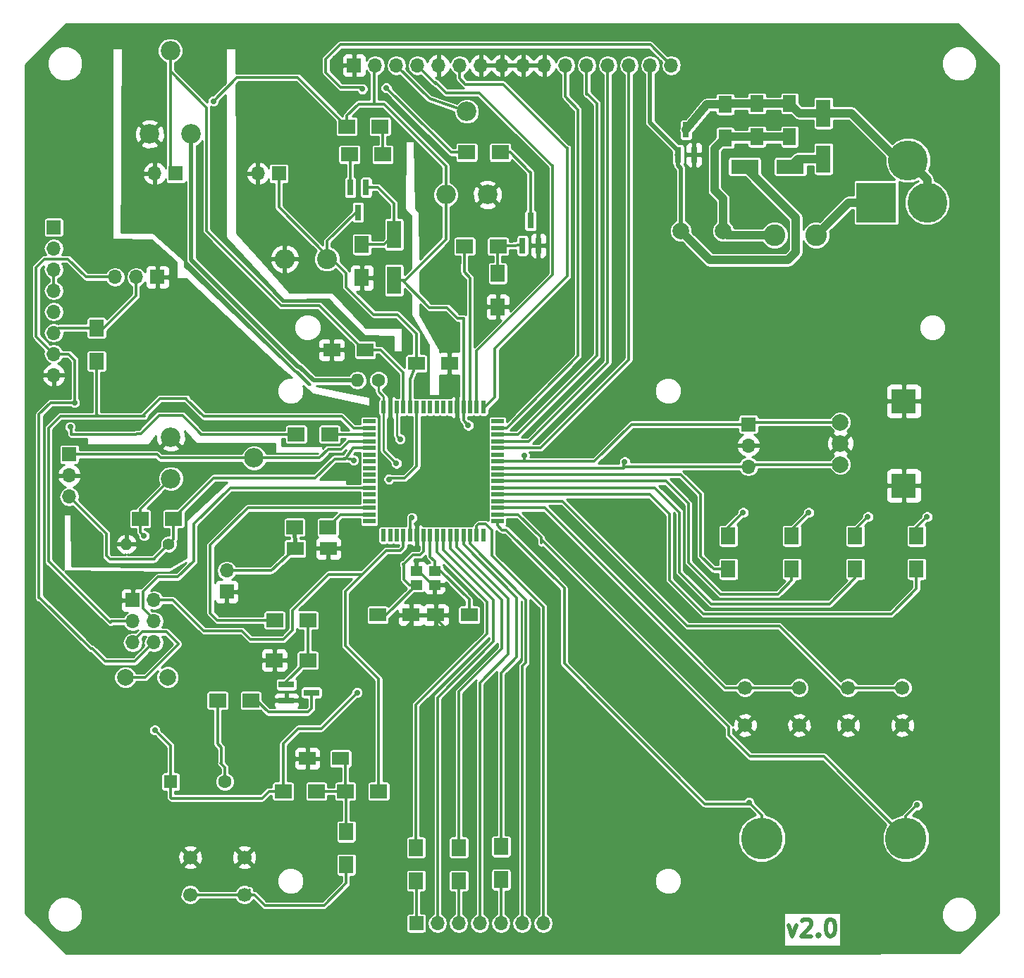
<source format=gtl>
G04 #@! TF.FileFunction,Copper,L1,Top,Signal*
%FSLAX46Y46*%
G04 Gerber Fmt 4.6, Leading zero omitted, Abs format (unit mm)*
G04 Created by KiCad (PCBNEW 4.0.7-e2-6376~61~ubuntu18.04.1) date Sat Mar 13 17:21:18 2021*
%MOMM*%
%LPD*%
G01*
G04 APERTURE LIST*
%ADD10C,0.100000*%
%ADD11C,0.500000*%
%ADD12R,1.500000X0.550000*%
%ADD13R,0.550000X1.500000*%
%ADD14C,2.340000*%
%ADD15R,2.000000X1.600000*%
%ADD16R,1.600000X1.600000*%
%ADD17C,1.600000*%
%ADD18R,1.600000X2.000000*%
%ADD19R,1.700000X2.000000*%
%ADD20R,3.300000X1.700000*%
%ADD21R,1.700000X3.300000*%
%ADD22C,2.000000*%
%ADD23C,4.800000*%
%ADD24R,4.800000X4.800000*%
%ADD25R,1.700000X1.700000*%
%ADD26O,1.700000X1.700000*%
%ADD27C,2.600000*%
%ADD28R,0.800000X1.900000*%
%ADD29R,1.900000X0.800000*%
%ADD30R,2.000000X1.700000*%
%ADD31C,1.400000*%
%ADD32O,1.400000X1.400000*%
%ADD33C,2.400000*%
%ADD34O,2.400000X2.400000*%
%ADD35C,1.700000*%
%ADD36R,3.000000X3.000000*%
%ADD37O,1.600000X1.600000*%
%ADD38C,5.000000*%
%ADD39R,1.400000X1.200000*%
%ADD40C,0.700000*%
%ADD41C,0.300000*%
%ADD42C,0.250000*%
%ADD43C,1.000000*%
%ADD44C,0.254000*%
G04 APERTURE END LIST*
D10*
D11*
X174472957Y-144224429D02*
X174949148Y-145557762D01*
X175425338Y-144224429D01*
X176092005Y-143748238D02*
X176187243Y-143653000D01*
X176377720Y-143557762D01*
X176853910Y-143557762D01*
X177044386Y-143653000D01*
X177139624Y-143748238D01*
X177234863Y-143938714D01*
X177234863Y-144129190D01*
X177139624Y-144414905D01*
X175996767Y-145557762D01*
X177234863Y-145557762D01*
X178092005Y-145367286D02*
X178187244Y-145462524D01*
X178092005Y-145557762D01*
X177996767Y-145462524D01*
X178092005Y-145367286D01*
X178092005Y-145557762D01*
X179425339Y-143557762D02*
X179615815Y-143557762D01*
X179806291Y-143653000D01*
X179901529Y-143748238D01*
X179996767Y-143938714D01*
X180092006Y-144319667D01*
X180092006Y-144795857D01*
X179996767Y-145176810D01*
X179901529Y-145367286D01*
X179806291Y-145462524D01*
X179615815Y-145557762D01*
X179425339Y-145557762D01*
X179234863Y-145462524D01*
X179139625Y-145367286D01*
X179044386Y-145176810D01*
X178949148Y-144795857D01*
X178949148Y-144319667D01*
X179044386Y-143938714D01*
X179139625Y-143748238D01*
X179234863Y-143653000D01*
X179425339Y-143557762D01*
D12*
X124126000Y-83662000D03*
X124126000Y-84462000D03*
X124126000Y-85262000D03*
X124126000Y-86062000D03*
X124126000Y-86862000D03*
X124126000Y-87662000D03*
X124126000Y-88462000D03*
X124126000Y-89262000D03*
X124126000Y-90062000D03*
X124126000Y-90862000D03*
X124126000Y-91662000D03*
X124126000Y-92462000D03*
X124126000Y-93262000D03*
X124126000Y-94062000D03*
X124126000Y-94862000D03*
X124126000Y-95662000D03*
D13*
X125826000Y-97362000D03*
X126626000Y-97362000D03*
X127426000Y-97362000D03*
X128226000Y-97362000D03*
X129026000Y-97362000D03*
X129826000Y-97362000D03*
X130626000Y-97362000D03*
X131426000Y-97362000D03*
X132226000Y-97362000D03*
X133026000Y-97362000D03*
X133826000Y-97362000D03*
X134626000Y-97362000D03*
X135426000Y-97362000D03*
X136226000Y-97362000D03*
X137026000Y-97362000D03*
X137826000Y-97362000D03*
D12*
X139526000Y-95662000D03*
X139526000Y-94862000D03*
X139526000Y-94062000D03*
X139526000Y-93262000D03*
X139526000Y-92462000D03*
X139526000Y-91662000D03*
X139526000Y-90862000D03*
X139526000Y-90062000D03*
X139526000Y-89262000D03*
X139526000Y-88462000D03*
X139526000Y-87662000D03*
X139526000Y-86862000D03*
X139526000Y-86062000D03*
X139526000Y-85262000D03*
X139526000Y-84462000D03*
X139526000Y-83662000D03*
D13*
X137826000Y-81962000D03*
X137026000Y-81962000D03*
X136226000Y-81962000D03*
X135426000Y-81962000D03*
X134626000Y-81962000D03*
X133826000Y-81962000D03*
X133026000Y-81962000D03*
X132226000Y-81962000D03*
X131426000Y-81962000D03*
X130626000Y-81962000D03*
X129826000Y-81962000D03*
X129026000Y-81962000D03*
X128226000Y-81962000D03*
X127426000Y-81962000D03*
X126626000Y-81962000D03*
X125826000Y-81962000D03*
D14*
X97717600Y-49085500D03*
X100217600Y-39085500D03*
X102717600Y-49085500D03*
D15*
X125127000Y-106934000D03*
X129127000Y-106934000D03*
X136112000Y-106934000D03*
X132112000Y-106934000D03*
D16*
X100266500Y-127000000D03*
D17*
X106766500Y-127000000D03*
D15*
X123602500Y-75057000D03*
X119602500Y-75057000D03*
X120681500Y-124206000D03*
X116681500Y-124206000D03*
X115195600Y-98933000D03*
X119195600Y-98933000D03*
D18*
X170688000Y-49434500D03*
X170688000Y-45434500D03*
X174625000Y-49434500D03*
X174625000Y-45434500D03*
X166878000Y-49561500D03*
X166878000Y-45561500D03*
D15*
X129762500Y-76708000D03*
X133762500Y-76708000D03*
D19*
X189865000Y-97441000D03*
X189865000Y-101441000D03*
X182499000Y-97441000D03*
X182499000Y-101441000D03*
X174879000Y-97441000D03*
X174879000Y-101441000D03*
X167259000Y-97441000D03*
X167259000Y-101441000D03*
D20*
X169208000Y-53022500D03*
X174708000Y-53022500D03*
D21*
X178689000Y-46589500D03*
X178689000Y-52089500D03*
D22*
X94805500Y-114427000D03*
X99885500Y-114417000D03*
X166624000Y-60769500D03*
X161544000Y-60759500D03*
D23*
X191139000Y-57340500D03*
D24*
X185039000Y-57340500D03*
D23*
X188849000Y-52260500D03*
D25*
X129774000Y-144008000D03*
D26*
X132314000Y-144008000D03*
X134854000Y-144008000D03*
X137394000Y-144008000D03*
X139934000Y-144008000D03*
X142474000Y-144008000D03*
X145014000Y-144008000D03*
D25*
X122287000Y-40862000D03*
D26*
X124827000Y-40862000D03*
X127367000Y-40862000D03*
X129907000Y-40862000D03*
X132447000Y-40862000D03*
X134987000Y-40862000D03*
X137527000Y-40862000D03*
X140067000Y-40862000D03*
X142607000Y-40862000D03*
X145147000Y-40862000D03*
X147687000Y-40862000D03*
X150227000Y-40862000D03*
X152767000Y-40862000D03*
X155307000Y-40862000D03*
X157847000Y-40862000D03*
X160387000Y-40862000D03*
D27*
X177800000Y-61277500D03*
X172800000Y-61277500D03*
D28*
X161229000Y-51601500D03*
X163129000Y-51601500D03*
X162179000Y-48601500D03*
X123733600Y-55523000D03*
X121833600Y-55523000D03*
X122783600Y-58523000D03*
D29*
X114171600Y-115318500D03*
X114171600Y-117218500D03*
X117171600Y-116268500D03*
D28*
X142534600Y-62523500D03*
X144434600Y-62523500D03*
X143484600Y-59523500D03*
D19*
X123228100Y-62389000D03*
X123228100Y-66389000D03*
D30*
X121418600Y-48196500D03*
X125418600Y-48196500D03*
D19*
X91351100Y-76422000D03*
X91351100Y-72422000D03*
D30*
X96615500Y-95377000D03*
X100615500Y-95377000D03*
D31*
X100012500Y-98425000D03*
D32*
X94932500Y-98425000D03*
D30*
X125253500Y-128143000D03*
X121253500Y-128143000D03*
X113760500Y-128143000D03*
X117760500Y-128143000D03*
X115157500Y-96393000D03*
X119157500Y-96393000D03*
D19*
X121348500Y-133001000D03*
X121348500Y-137001000D03*
D30*
X125736100Y-51562000D03*
X121736100Y-51562000D03*
D33*
X119037100Y-64135000D03*
D34*
X113957100Y-64135000D03*
D30*
X116744500Y-107569000D03*
X112744500Y-107569000D03*
X116719100Y-112395000D03*
X112719100Y-112395000D03*
X109886500Y-117221000D03*
X105886500Y-117221000D03*
D19*
X129730500Y-138906000D03*
X129730500Y-134906000D03*
X134874000Y-138906000D03*
X134874000Y-134906000D03*
X139954000Y-138779000D03*
X139954000Y-134779000D03*
D30*
X139579100Y-62611000D03*
X135579100Y-62611000D03*
D19*
X139547600Y-65881500D03*
X139547600Y-69881500D03*
D30*
X135833100Y-51308000D03*
X139833100Y-51308000D03*
X119348000Y-85217000D03*
X115348000Y-85217000D03*
D14*
X100266500Y-85551000D03*
X110266500Y-88051000D03*
X100266500Y-90551000D03*
X138324600Y-56388000D03*
X135824600Y-46388000D03*
X133324600Y-56388000D03*
D35*
X109116000Y-140580500D03*
X102616000Y-140580500D03*
X109116000Y-136080500D03*
X102616000Y-136080500D03*
X175765600Y-120197000D03*
X169265600Y-120197000D03*
X175765600Y-115697000D03*
X169265600Y-115697000D03*
X188148100Y-120197000D03*
X181648100Y-120197000D03*
X188148100Y-115697000D03*
X181648100Y-115697000D03*
D22*
X180721000Y-83756500D03*
X180721000Y-86296500D03*
X180721000Y-88836500D03*
D36*
X188341000Y-81216500D03*
X188341000Y-91376500D03*
D17*
X125222000Y-78740000D03*
D37*
X122682000Y-78740000D03*
D38*
X188595000Y-133794500D03*
X171259500Y-133794500D03*
D25*
X86207600Y-60325000D03*
D26*
X86207600Y-62865000D03*
X86207600Y-65405000D03*
X86207600Y-67945000D03*
X86207600Y-70485000D03*
X86207600Y-73025000D03*
X86207600Y-75565000D03*
X86207600Y-78105000D03*
D21*
X127101600Y-66694500D03*
X127101600Y-61194500D03*
D25*
X106997500Y-104140000D03*
D26*
X106997500Y-101600000D03*
D25*
X113258600Y-53848000D03*
D26*
X110718600Y-53848000D03*
D25*
X100876100Y-53848000D03*
D26*
X98336100Y-53848000D03*
D25*
X169672000Y-84010500D03*
D26*
X169672000Y-86550500D03*
X169672000Y-89090500D03*
D25*
X88074500Y-87630000D03*
D26*
X88074500Y-90170000D03*
X88074500Y-92710000D03*
D39*
X129773500Y-103339000D03*
X131973500Y-103339000D03*
X131973500Y-101639000D03*
X129773500Y-101639000D03*
D25*
X95694500Y-105156000D03*
D26*
X98234500Y-105156000D03*
X95694500Y-107696000D03*
X98234500Y-107696000D03*
X95694500Y-110236000D03*
X98234500Y-110236000D03*
D25*
X98653600Y-66294000D03*
D26*
X96113600Y-66294000D03*
X93573600Y-66294000D03*
D40*
X134467600Y-79692500D03*
X130149600Y-79565500D03*
X122148600Y-82740500D03*
X127228600Y-79565500D03*
X158915100Y-59880500D03*
X159169100Y-58737500D03*
X159296100Y-57277000D03*
X159867600Y-55689500D03*
X163360100Y-58356500D03*
X163233100Y-57150000D03*
X163042600Y-55499000D03*
X163042600Y-53784500D03*
X143040100Y-66294000D03*
X133261100Y-74358500D03*
X119164100Y-77279500D03*
X147891500Y-94932500D03*
X149644100Y-93662500D03*
X169164000Y-103441500D03*
X156692600Y-88138000D03*
X90335100Y-81470500D03*
X90017600Y-84074000D03*
X122466100Y-92964000D03*
X122275600Y-90805000D03*
X117513100Y-105791000D03*
X113258600Y-105664000D03*
X142684500Y-96774000D03*
X95567500Y-120904000D03*
X122745500Y-96901000D03*
X135064500Y-110299500D03*
X147129500Y-97917000D03*
X141478000Y-101028500D03*
X144907000Y-103251000D03*
X126682500Y-101028500D03*
X178498500Y-104076500D03*
X193357500Y-104521000D03*
X186055000Y-104203500D03*
X151701500Y-83693000D03*
X131635500Y-92329000D03*
X133921500Y-93281500D03*
X97066100Y-97409000D03*
X105384600Y-45148500D03*
X122656600Y-116268500D03*
X98361500Y-120777000D03*
X129222500Y-95250000D03*
X136017000Y-84137500D03*
X127825500Y-85788500D03*
X127381000Y-88709500D03*
X142748000Y-87757000D03*
X154813000Y-88519000D03*
X191135000Y-95123000D03*
X184023000Y-95123000D03*
X176911000Y-94615000D03*
X169037000Y-94615000D03*
X122237500Y-88328500D03*
X126492000Y-90614500D03*
X126149100Y-43561000D03*
X123291600Y-43688000D03*
X189928500Y-129794000D03*
X169735500Y-129476500D03*
X88709500Y-81407000D03*
X88201500Y-84328000D03*
D41*
X129413000Y-99695000D02*
X130238500Y-99695000D01*
X130626000Y-99307500D02*
X130626000Y-98482000D01*
X130238500Y-99695000D02*
X130626000Y-99307500D01*
X128270000Y-102679500D02*
X128270000Y-100838000D01*
X128929500Y-103339000D02*
X128270000Y-102679500D01*
X128206500Y-100901500D02*
X129413000Y-99695000D01*
X130626000Y-98482000D02*
X130626000Y-97362000D01*
X129773500Y-103339000D02*
X128929500Y-103339000D01*
X128270000Y-100838000D02*
X128206500Y-100774500D01*
X128206500Y-100774500D02*
X128206500Y-100901500D01*
X125127000Y-106934000D02*
X126178500Y-106934000D01*
X126178500Y-106934000D02*
X129773500Y-103339000D01*
D42*
X131973500Y-103339000D02*
X131761600Y-103339000D01*
X131761600Y-103339000D02*
X130061600Y-101639000D01*
X130061600Y-101639000D02*
X129773500Y-101639000D01*
D41*
X134626000Y-81962000D02*
X134626000Y-79850900D01*
X134626000Y-79850900D02*
X134467600Y-79692500D01*
X126626000Y-80168100D02*
X127228600Y-79565500D01*
X126626000Y-80168100D02*
X126626000Y-81962000D01*
X158915100Y-58991500D02*
X158915100Y-59880500D01*
X159169100Y-58737500D02*
X158915100Y-58991500D01*
X159296100Y-56261000D02*
X159296100Y-57277000D01*
X159867600Y-55689500D02*
X159296100Y-56261000D01*
X163129000Y-51601500D02*
X163129000Y-53698100D01*
X163233100Y-55689500D02*
X163233100Y-57150000D01*
X163042600Y-55499000D02*
X163233100Y-55689500D01*
X163129000Y-53698100D02*
X163042600Y-53784500D01*
X144434600Y-62523500D02*
X144434600Y-64899500D01*
X144434600Y-64899500D02*
X143040100Y-66294000D01*
X133762500Y-76708000D02*
X133762500Y-74859900D01*
X133762500Y-74859900D02*
X133261100Y-74358500D01*
X119602500Y-75057000D02*
X119602500Y-76841100D01*
X119602500Y-76841100D02*
X119164100Y-77279500D01*
X106997500Y-104140000D02*
X111734600Y-104140000D01*
X111734600Y-104140000D02*
X113258600Y-105664000D01*
X119195600Y-98933000D02*
X120713500Y-98933000D01*
X120713500Y-98933000D02*
X122745500Y-96901000D01*
X132112000Y-106934000D02*
X132112000Y-107347000D01*
X132112000Y-107347000D02*
X135064500Y-110299500D01*
X167949000Y-118927000D02*
X151828500Y-102806500D01*
X151828500Y-102806500D02*
X149669500Y-100457000D01*
X149669500Y-100457000D02*
X147129500Y-97917000D01*
X169265600Y-120197000D02*
X167949000Y-118927000D01*
X142684500Y-101028500D02*
X141478000Y-101028500D01*
X144907000Y-103251000D02*
X142684500Y-101028500D01*
X129127000Y-106934000D02*
X129127000Y-107855000D01*
X122872500Y-104838500D02*
X126682500Y-101028500D01*
X122872500Y-108331000D02*
X122872500Y-104838500D01*
X123380500Y-108839000D02*
X122872500Y-108331000D01*
X128143000Y-108839000D02*
X123380500Y-108839000D01*
X129127000Y-107855000D02*
X128143000Y-108839000D01*
X132112000Y-106934000D02*
X132112000Y-107664500D01*
D42*
X129773500Y-101639000D02*
X129896500Y-101639000D01*
X131596500Y-103339000D02*
X131973500Y-103339000D01*
D41*
X131973500Y-101639000D02*
X132690500Y-101639000D01*
X136112000Y-105060500D02*
X136112000Y-106934000D01*
X132690500Y-101639000D02*
X136112000Y-105060500D01*
X131973500Y-101639000D02*
X131973500Y-100477500D01*
X131426000Y-99930000D02*
X131426000Y-97362000D01*
X131973500Y-100477500D02*
X131426000Y-99930000D01*
X96615500Y-96958400D02*
X96615500Y-95377000D01*
X97066100Y-97409000D02*
X96615500Y-96958400D01*
X115513100Y-42291000D02*
X121418600Y-48196500D01*
X108242100Y-42291000D02*
X115513100Y-42291000D01*
X105384600Y-45148500D02*
X108242100Y-42291000D01*
D11*
X161229000Y-51601500D02*
X161229000Y-51081900D01*
X161229000Y-51081900D02*
X157847000Y-47699900D01*
X157847000Y-47699900D02*
X157847000Y-40862000D01*
D41*
X124688600Y-45497500D02*
X124688600Y-41000400D01*
X124688600Y-41000400D02*
X124827000Y-40862000D01*
X127101600Y-66694500D02*
X128415600Y-66694500D01*
X133324600Y-61785500D02*
X133324600Y-56388000D01*
X128415600Y-66694500D02*
X133324600Y-61785500D01*
X125450600Y-45497500D02*
X124688600Y-45497500D01*
X124688600Y-45497500D02*
X122815600Y-45497500D01*
X121418600Y-46894500D02*
X121418600Y-48196500D01*
X122815600Y-45497500D02*
X121418600Y-46894500D01*
X125450600Y-45497500D02*
X125863100Y-45497500D01*
X133324600Y-52959000D02*
X125863100Y-45497500D01*
X133324600Y-56388000D02*
X133324600Y-52959000D01*
X135426000Y-71247000D02*
X134721600Y-71247000D01*
X133451600Y-69977000D02*
X131356100Y-69977000D01*
X134721600Y-71247000D02*
X133451600Y-69977000D01*
X127101600Y-66694500D02*
X128073600Y-66694500D01*
X128073600Y-66694500D02*
X131356100Y-69977000D01*
X135426000Y-71247000D02*
X135426000Y-81962000D01*
X131356100Y-69977000D02*
X131362000Y-69982900D01*
D11*
X115735100Y-77063600D02*
X115582700Y-77063600D01*
X102717600Y-64198500D02*
X102717600Y-51181000D01*
X115582700Y-77063600D02*
X102717600Y-64198500D01*
X102717600Y-51181000D02*
X102717600Y-49085500D01*
D41*
X113760500Y-128143000D02*
X113760500Y-122434100D01*
X118338600Y-120586500D02*
X122656600Y-116268500D01*
X115608100Y-120586500D02*
X118338600Y-120586500D01*
X113760500Y-122434100D02*
X115608100Y-120586500D01*
X100266500Y-127000000D02*
X100266500Y-128905000D01*
X112077500Y-128143000D02*
X113760500Y-128143000D01*
X111252000Y-128968500D02*
X112077500Y-128143000D01*
X100330000Y-128968500D02*
X111252000Y-128968500D01*
X100266500Y-128905000D02*
X100330000Y-128968500D01*
X100266500Y-127000000D02*
X100266500Y-122682000D01*
X100266500Y-122682000D02*
X98361500Y-120777000D01*
X96615500Y-95377000D02*
X96615500Y-94202000D01*
X96615500Y-94202000D02*
X100266500Y-90551000D01*
D11*
X118999000Y-78740000D02*
X122682000Y-78740000D01*
X115735100Y-77063600D02*
X117411500Y-78740000D01*
X117411500Y-78740000D02*
X118999000Y-78740000D01*
D41*
X129026000Y-95446500D02*
X129026000Y-97362000D01*
X129222500Y-95250000D02*
X129026000Y-95446500D01*
X135426000Y-83546500D02*
X135426000Y-81962000D01*
X136017000Y-84137500D02*
X135426000Y-83546500D01*
D11*
X161229000Y-51601500D02*
X161075500Y-51601500D01*
X161544000Y-60759500D02*
X161544000Y-53213000D01*
X161229000Y-52898000D02*
X161229000Y-51601500D01*
X161544000Y-53213000D02*
X161229000Y-52898000D01*
D43*
X169208000Y-53022500D02*
X169227500Y-53022500D01*
X169227500Y-53022500D02*
X175387000Y-59182000D01*
X175387000Y-59182000D02*
X175387000Y-63309500D01*
X175387000Y-63309500D02*
X174434500Y-64262000D01*
X174434500Y-64262000D02*
X165046500Y-64262000D01*
X165046500Y-64262000D02*
X161544000Y-60759500D01*
D41*
X106766500Y-127000000D02*
X106766500Y-125245000D01*
X106766500Y-125245000D02*
X106299000Y-124777500D01*
X105886500Y-117221000D02*
X105886500Y-122428000D01*
X106299000Y-124777500D02*
X106362500Y-124714000D01*
X106362500Y-124714000D02*
X106362500Y-122904000D01*
X105886500Y-122428000D02*
X106362500Y-122904000D01*
D42*
X127426000Y-85389000D02*
X127426000Y-81962000D01*
X127825500Y-85788500D02*
X127426000Y-85389000D01*
X125826000Y-87154500D02*
X125826000Y-81962000D01*
X127381000Y-88709500D02*
X125826000Y-87154500D01*
X125222000Y-78740000D02*
X125222000Y-80073500D01*
X125826000Y-80677500D02*
X125826000Y-81962000D01*
X125222000Y-80073500D02*
X125826000Y-80677500D01*
D41*
X123602500Y-75057000D02*
X123418600Y-75057000D01*
X123418600Y-75057000D02*
X118084600Y-69723000D01*
X118084600Y-69723000D02*
X113512600Y-69723000D01*
X104559100Y-60769500D02*
X104559100Y-45910500D01*
X113512600Y-69723000D02*
X104559100Y-60769500D01*
X100217600Y-41529000D02*
X100217600Y-53189500D01*
X100217600Y-53189500D02*
X100876100Y-53848000D01*
X100217600Y-39085500D02*
X100217600Y-41529000D01*
X100217600Y-41529000D02*
X100217600Y-41569000D01*
X100217600Y-41569000D02*
X104559100Y-45910500D01*
X123602500Y-75057000D02*
X125476000Y-75057000D01*
X128226000Y-77807000D02*
X128226000Y-81962000D01*
X125476000Y-75057000D02*
X128226000Y-77807000D01*
X123602500Y-75057000D02*
X123602500Y-75660000D01*
X123602500Y-75057000D02*
X123126500Y-75057000D01*
X169672000Y-84010500D02*
X155613100Y-84010500D01*
X151161600Y-88462000D02*
X142748000Y-88462000D01*
X155613100Y-84010500D02*
X151161600Y-88462000D01*
X180721000Y-83756500D02*
X169926000Y-83756500D01*
X169926000Y-83756500D02*
X169672000Y-84010500D01*
X169926000Y-83756500D02*
X169672000Y-84010500D01*
X169799000Y-83883500D02*
X169672000Y-84010500D01*
X142748000Y-88462000D02*
X142748000Y-88455500D01*
X142748000Y-88455500D02*
X142748000Y-88392000D01*
X142748000Y-88392000D02*
X142748000Y-87757000D01*
X142748000Y-88462000D02*
X139526000Y-88462000D01*
X121253500Y-128143000D02*
X121253500Y-124778000D01*
X121253500Y-124778000D02*
X120681500Y-124206000D01*
X121253500Y-128143000D02*
X117760500Y-128143000D01*
X121348500Y-133001000D02*
X121348500Y-128238000D01*
X121348500Y-128238000D02*
X121253500Y-128143000D01*
X154857500Y-89090500D02*
X154686000Y-89262000D01*
X169672000Y-89090500D02*
X154857500Y-89090500D01*
X180721000Y-88836500D02*
X169926000Y-88836500D01*
X169926000Y-88836500D02*
X169672000Y-89090500D01*
X180467000Y-89090500D02*
X180721000Y-88836500D01*
X169799000Y-88963500D02*
X169672000Y-89090500D01*
X154813000Y-88519000D02*
X154686000Y-88646000D01*
X154686000Y-89262000D02*
X154603500Y-89262000D01*
X154603500Y-89262000D02*
X154540000Y-89262000D01*
X154540000Y-89262000D02*
X139526000Y-89262000D01*
X154686000Y-88646000D02*
X154686000Y-89262000D01*
X106997500Y-101600000D02*
X112363500Y-101600000D01*
X112363500Y-101600000D02*
X115195600Y-98933000D01*
D11*
X115163600Y-98965000D02*
X115195600Y-98933000D01*
D41*
X114528600Y-99600000D02*
X115195600Y-98933000D01*
D11*
X115157500Y-96393000D02*
X115195600Y-98933000D01*
D43*
X166624000Y-60769500D02*
X166624000Y-56896000D01*
X165608000Y-50831500D02*
X166878000Y-49561500D01*
X165608000Y-55880000D02*
X165608000Y-50831500D01*
X166624000Y-56896000D02*
X165608000Y-55880000D01*
X170688000Y-49434500D02*
X167005000Y-49434500D01*
X167005000Y-49434500D02*
X166878000Y-49561500D01*
X174625000Y-49434500D02*
X170688000Y-49434500D01*
X172800000Y-61277500D02*
X167132000Y-61277500D01*
X167132000Y-61277500D02*
X166624000Y-60769500D01*
X188849000Y-52260500D02*
X187706000Y-52260500D01*
X187706000Y-52260500D02*
X182035000Y-46589500D01*
X182035000Y-46589500D02*
X178689000Y-46589500D01*
X166878000Y-45561500D02*
X164663000Y-45561500D01*
X164663000Y-45561500D02*
X162179000Y-48601500D01*
X170688000Y-45434500D02*
X167005000Y-45434500D01*
X167005000Y-45434500D02*
X166878000Y-45561500D01*
X174625000Y-45434500D02*
X170688000Y-45434500D01*
X178689000Y-46589500D02*
X175780000Y-46589500D01*
X175780000Y-46589500D02*
X174625000Y-45434500D01*
X191139000Y-57340500D02*
X191139000Y-54550500D01*
X191139000Y-54550500D02*
X188849000Y-52260500D01*
D41*
X119037100Y-64135000D02*
X119037100Y-63690500D01*
X119037100Y-63690500D02*
X113258600Y-57912000D01*
X113258600Y-57912000D02*
X113258600Y-53848000D01*
X119037100Y-64135000D02*
X119608600Y-64135000D01*
X119608600Y-64135000D02*
X121323100Y-65849500D01*
X129762500Y-73082400D02*
X129762500Y-76708000D01*
X127482600Y-70802500D02*
X129762500Y-73082400D01*
X124625100Y-70802500D02*
X127482600Y-70802500D01*
X121323100Y-67500500D02*
X124625100Y-70802500D01*
X121323100Y-65849500D02*
X121323100Y-67500500D01*
X122783600Y-58523000D02*
X122490100Y-58523000D01*
X122490100Y-58523000D02*
X119037100Y-61976000D01*
X119037100Y-61976000D02*
X119037100Y-64135000D01*
X119037100Y-64135000D02*
X119037100Y-63309500D01*
X129762500Y-76708000D02*
X129762500Y-76359000D01*
X129026000Y-81962000D02*
X129026000Y-78651000D01*
X129026000Y-78651000D02*
X129762500Y-76708000D01*
D11*
X119037100Y-64135000D02*
X118529100Y-64135000D01*
X118878100Y-64294000D02*
X119037100Y-64135000D01*
D41*
X189865000Y-97441000D02*
X189865000Y-96393000D01*
X189865000Y-96393000D02*
X191135000Y-95123000D01*
X189738000Y-97695000D02*
X189738000Y-98297532D01*
X189865000Y-101441000D02*
X189865000Y-103797100D01*
X157841600Y-92462000D02*
X139526000Y-92462000D01*
X160185100Y-94805500D02*
X157841600Y-92462000D01*
X160185100Y-102743000D02*
X160185100Y-94805500D01*
X164249100Y-106807000D02*
X160185100Y-102743000D01*
X186855100Y-106807000D02*
X164249100Y-106807000D01*
X189865000Y-103797100D02*
X186855100Y-106807000D01*
X189738000Y-101695000D02*
X189738000Y-102362000D01*
X182499000Y-97441000D02*
X182499000Y-96647000D01*
X182499000Y-96647000D02*
X184023000Y-95123000D01*
X182372000Y-97568000D02*
X181769000Y-97568000D01*
X182372000Y-97568000D02*
X182372000Y-98235610D01*
X182499000Y-101441000D02*
X182499000Y-102527100D01*
X158438600Y-91662000D02*
X139526000Y-91662000D01*
X161391600Y-94615000D02*
X158438600Y-91662000D01*
X161391600Y-101790500D02*
X161391600Y-94615000D01*
X165201600Y-105600500D02*
X161391600Y-101790500D01*
X179425600Y-105600500D02*
X165201600Y-105600500D01*
X182499000Y-102527100D02*
X179425600Y-105600500D01*
X182372000Y-101568000D02*
X182372000Y-101854000D01*
X176911000Y-94615000D02*
X174879000Y-96647000D01*
X174879000Y-96647000D02*
X174879000Y-97441000D01*
X174879000Y-101441000D02*
X174879000Y-102781100D01*
X159797600Y-90862000D02*
X139526000Y-90862000D01*
X162471100Y-93535500D02*
X159797600Y-90862000D01*
X162471100Y-100647500D02*
X162471100Y-93535500D01*
X166281100Y-104457500D02*
X162471100Y-100647500D01*
X173202600Y-104457500D02*
X166281100Y-104457500D01*
X174879000Y-102781100D02*
X173202600Y-104457500D01*
X174879000Y-101441000D02*
X174879000Y-101727000D01*
X167259000Y-97441000D02*
X167259000Y-96393000D01*
X167259000Y-96393000D02*
X169037000Y-94615000D01*
X167259000Y-101441000D02*
X165487100Y-101441000D01*
X161537600Y-90062000D02*
X139526000Y-90062000D01*
X163931600Y-92456000D02*
X161537600Y-90062000D01*
X163931600Y-99885500D02*
X163931600Y-92456000D01*
X165487100Y-101441000D02*
X163931600Y-99885500D01*
X167005000Y-101314000D02*
X167005000Y-102235000D01*
D43*
X178689000Y-52089500D02*
X175641000Y-52089500D01*
X175641000Y-52089500D02*
X174708000Y-53022500D01*
D41*
X86207600Y-67945000D02*
X86207600Y-65405000D01*
X88074500Y-87630000D02*
X98615500Y-87630000D01*
X99036500Y-88051000D02*
X110266500Y-88051000D01*
X98615500Y-87630000D02*
X99036500Y-88051000D01*
X110266500Y-88051000D02*
X118133500Y-88051000D01*
X121646500Y-86062000D02*
X124126000Y-86062000D01*
X120713500Y-86995000D02*
X121646500Y-86062000D01*
X119189500Y-86995000D02*
X120713500Y-86995000D01*
X118133500Y-88051000D02*
X119189500Y-86995000D01*
X92951300Y-100253800D02*
X98183700Y-100253800D01*
X98336100Y-100203000D02*
X98336100Y-100101400D01*
X98234500Y-100203000D02*
X98336100Y-100203000D01*
X98183700Y-100253800D02*
X98234500Y-100203000D01*
X100615500Y-95377000D02*
X100615500Y-97822000D01*
X100615500Y-97822000D02*
X100012500Y-98425000D01*
X104667050Y-91230450D02*
X104667050Y-91205050D01*
X104667050Y-91205050D02*
X105416350Y-90455750D01*
X92519500Y-99822000D02*
X92519500Y-97155000D01*
X92951300Y-100253800D02*
X92519500Y-99822000D01*
X88074500Y-92710000D02*
X92519500Y-97155000D01*
X100615500Y-95377000D02*
X100615500Y-95282000D01*
X100615500Y-95282000D02*
X104330500Y-91567000D01*
X121221219Y-88154254D02*
X119935246Y-88154254D01*
X117633750Y-90455750D02*
X119935246Y-88154254D01*
X105416350Y-90455750D02*
X117633750Y-90455750D01*
X104667050Y-91230450D02*
X104330500Y-91567000D01*
X98336100Y-100101400D02*
X100615500Y-97822000D01*
X121158000Y-88138000D02*
X121412000Y-88138000D01*
X121412000Y-88138000D02*
X122174000Y-88265000D01*
X122174000Y-88265000D02*
X122237500Y-88328500D01*
X126492000Y-90614500D02*
X126619000Y-90487500D01*
X126619000Y-90487500D02*
X128397000Y-90487500D01*
X128397000Y-90487500D02*
X129826000Y-89058500D01*
X129826000Y-89058500D02*
X129826000Y-81962000D01*
X121158000Y-88138000D02*
X121094500Y-88138000D01*
X122174000Y-86868000D02*
X124126000Y-86862000D01*
X121094500Y-88138000D02*
X121221219Y-88154254D01*
X121221219Y-88154254D02*
X122174000Y-86868000D01*
X121094500Y-88138000D02*
X121094500Y-88138000D01*
X121094500Y-88138000D02*
X121094500Y-88138000D01*
D43*
X185039000Y-57340500D02*
X181737000Y-57340500D01*
X181737000Y-57340500D02*
X177800000Y-61277500D01*
D41*
X129774000Y-144008000D02*
X129774000Y-138949500D01*
X129774000Y-138949500D02*
X129730500Y-138906000D01*
X132314000Y-144008000D02*
X132314000Y-116860000D01*
X133026000Y-99117000D02*
X133026000Y-97362000D01*
X139065000Y-105156000D02*
X133026000Y-99117000D01*
X139065000Y-110109000D02*
X139065000Y-105156000D01*
X132314000Y-116860000D02*
X139065000Y-110109000D01*
X134854000Y-144008000D02*
X134854000Y-138926000D01*
X134854000Y-138926000D02*
X134874000Y-138906000D01*
X137394000Y-144008000D02*
X137394000Y-115082000D01*
X134626000Y-98748500D02*
X134626000Y-97362000D01*
X140843000Y-104965500D02*
X134626000Y-98748500D01*
X140843000Y-111633000D02*
X140843000Y-104965500D01*
X137394000Y-115082000D02*
X140843000Y-111633000D01*
X139934000Y-144008000D02*
X139934000Y-138799000D01*
X139934000Y-138799000D02*
X139954000Y-138779000D01*
X142474000Y-144008000D02*
X142474000Y-113113500D01*
X136226000Y-98380000D02*
X136226000Y-97362000D01*
X142938500Y-105092500D02*
X136226000Y-98380000D01*
X142938500Y-112649000D02*
X142938500Y-105092500D01*
X142474000Y-113113500D02*
X142938500Y-112649000D01*
X137026000Y-97362000D02*
X137026000Y-96273000D01*
X145014000Y-105961500D02*
X145014000Y-144008000D01*
X138874500Y-99822000D02*
X145014000Y-105961500D01*
X138874500Y-96774000D02*
X138874500Y-99822000D01*
X138112500Y-96012000D02*
X138874500Y-96774000D01*
X137287000Y-96012000D02*
X138112500Y-96012000D01*
X137026000Y-96273000D02*
X137287000Y-96012000D01*
X135824600Y-46388000D02*
X131369000Y-44864000D01*
X131369000Y-44864000D02*
X127367000Y-40862000D01*
D11*
X135824600Y-46388000D02*
X135824600Y-45775000D01*
D41*
X146151600Y-52895500D02*
X146088100Y-52895500D01*
X146088100Y-52895500D02*
X142532100Y-49339500D01*
X132118100Y-42926000D02*
X132118100Y-43073100D01*
X133324600Y-44132500D02*
X132118100Y-42926000D01*
X137325100Y-44132500D02*
X133324600Y-44132500D01*
X142532100Y-49339500D02*
X137325100Y-44132500D01*
X137026000Y-81962000D02*
X137026000Y-75165600D01*
X132118100Y-43073100D02*
X129907000Y-40862000D01*
X146151600Y-66040000D02*
X146151600Y-52895500D01*
X137026000Y-75165600D02*
X146151600Y-66040000D01*
X147929600Y-50800000D02*
X147866100Y-50800000D01*
X147866100Y-50800000D02*
X140182600Y-43116500D01*
X134987000Y-40862000D02*
X134987000Y-42429400D01*
X134987000Y-42429400D02*
X135674100Y-43116500D01*
X135674100Y-43116500D02*
X140182600Y-43116500D01*
X139230100Y-80772000D02*
X138040100Y-81962000D01*
X139230100Y-74866500D02*
X139230100Y-80772000D01*
X147929600Y-66167000D02*
X139230100Y-74866500D01*
X147929600Y-50800000D02*
X147929600Y-66167000D01*
X138040100Y-81962000D02*
X137826000Y-81962000D01*
X139526000Y-84462000D02*
X140620100Y-84462000D01*
X147687000Y-44588400D02*
X147687000Y-40862000D01*
X149199600Y-46228000D02*
X147687000Y-44588400D01*
X149199600Y-75755500D02*
X149199600Y-46228000D01*
X140620100Y-84462000D02*
X149199600Y-75755500D01*
X150227000Y-44323000D02*
X150342600Y-44323000D01*
X151485600Y-75755500D02*
X150227000Y-77014100D01*
X151485600Y-45466000D02*
X151485600Y-75755500D01*
X150342600Y-44323000D02*
X151485600Y-45466000D01*
X150227000Y-40862000D02*
X150227000Y-44323000D01*
X141979100Y-85262000D02*
X139526000Y-85262000D01*
X150227000Y-77014100D02*
X141979100Y-85262000D01*
X152767000Y-45010100D02*
X152767000Y-76569600D01*
X152767000Y-76569600D02*
X151485600Y-77851000D01*
X152767000Y-40862000D02*
X152767000Y-45010100D01*
X143274600Y-86062000D02*
X139526000Y-86062000D01*
X151485600Y-77851000D02*
X143274600Y-86062000D01*
X155307000Y-40862000D02*
X155307000Y-76252100D01*
X155307000Y-76252100D02*
X152946100Y-78613000D01*
X139526000Y-86862000D02*
X144697100Y-86862000D01*
X144697100Y-86862000D02*
X152946100Y-78613000D01*
X127546100Y-38354000D02*
X120624600Y-38354000D01*
X118910100Y-40068500D02*
X120624600Y-38354000D01*
X118910100Y-41719500D02*
X118910100Y-40068500D01*
X120688100Y-43497500D02*
X118910100Y-41719500D01*
X123101100Y-43497500D02*
X120688100Y-43497500D01*
X123291600Y-43688000D02*
X123101100Y-43497500D01*
X135833100Y-51308000D02*
X133959600Y-51308000D01*
X133959600Y-51308000D02*
X131535891Y-48884291D01*
X131535891Y-48884291D02*
X131451600Y-48863500D01*
X157879000Y-38354000D02*
X160387000Y-40862000D01*
X127546100Y-38354000D02*
X157879000Y-38354000D01*
X131451600Y-48863500D02*
X126149100Y-43561000D01*
X144780000Y-97624900D02*
X144780000Y-97878900D01*
X178752500Y-123952000D02*
X188595000Y-133794500D01*
X169837100Y-123952000D02*
X178752500Y-123952000D01*
X167297100Y-121412000D02*
X169837100Y-123952000D01*
X167297100Y-120396000D02*
X167297100Y-121412000D01*
X144780000Y-97878900D02*
X167297100Y-120396000D01*
X144780000Y-98234500D02*
X144780000Y-97624900D01*
X144780000Y-97624900D02*
X142017100Y-94862000D01*
X188595000Y-133794500D02*
X188595000Y-131127500D01*
X188595000Y-131127500D02*
X189928500Y-129794000D01*
X144780000Y-98234500D02*
X144780000Y-98298000D01*
X142017100Y-94862000D02*
X139526000Y-94862000D01*
X169900600Y-129641600D02*
X164414200Y-129641600D01*
X147548600Y-112776000D02*
X147548600Y-103695500D01*
X164414200Y-129641600D02*
X147548600Y-112776000D01*
X139526000Y-96180900D02*
X139526000Y-95662000D01*
X147548600Y-103695500D02*
X140563600Y-96710500D01*
X140563600Y-96710500D02*
X140055600Y-96710500D01*
X140055600Y-96710500D02*
X139526000Y-96180900D01*
X171259500Y-131000500D02*
X171259500Y-133794500D01*
X169735500Y-129476500D02*
X169900600Y-129641600D01*
X169900600Y-129641600D02*
X171259500Y-131000500D01*
X121833600Y-55523000D02*
X121833600Y-51659500D01*
X121833600Y-51659500D02*
X121736100Y-51562000D01*
X116719100Y-112395000D02*
X116719100Y-107594400D01*
X116719100Y-107594400D02*
X116744500Y-107569000D01*
X114171600Y-115318500D02*
X114171600Y-114942500D01*
X114171600Y-114942500D02*
X116719100Y-112395000D01*
X109886500Y-117221000D02*
X110591600Y-117221000D01*
X110591600Y-117221000D02*
X111988600Y-118618000D01*
X117171600Y-118197500D02*
X117171600Y-116268500D01*
X116751100Y-118618000D02*
X117171600Y-118197500D01*
X111988600Y-118618000D02*
X116751100Y-118618000D01*
X110116500Y-117451000D02*
X109886500Y-117221000D01*
X139547600Y-65881500D02*
X139547600Y-62642500D01*
X139547600Y-62642500D02*
X139579100Y-62611000D01*
X139579100Y-62611000D02*
X142495100Y-62484000D01*
X142495100Y-62484000D02*
X142534600Y-62523500D01*
X139992100Y-63024000D02*
X139579100Y-62611000D01*
X143484600Y-59523500D02*
X143484600Y-53721000D01*
X143484600Y-53721000D02*
X143298953Y-53535353D01*
X141071600Y-51308000D02*
X139833100Y-51308000D01*
X143298953Y-53535353D02*
X141071600Y-51308000D01*
X91351100Y-76422000D02*
X91351100Y-82804000D01*
X91351100Y-82804000D02*
X91597111Y-83050011D01*
X102146100Y-80899000D02*
X102146100Y-80962500D01*
X122219100Y-84462000D02*
X124126000Y-84462000D01*
X120815100Y-83058000D02*
X122219100Y-84462000D01*
X104241600Y-83058000D02*
X120815100Y-83058000D01*
X102146100Y-80962500D02*
X104241600Y-83058000D01*
X85598000Y-99885500D02*
X85598000Y-100457000D01*
X85598000Y-100457000D02*
X85661500Y-100520500D01*
X85661500Y-100520500D02*
X85661500Y-100584000D01*
X85661500Y-100584000D02*
X85661500Y-100520500D01*
X85598000Y-84455000D02*
X85598000Y-99885500D01*
X85661500Y-100520500D02*
X92964000Y-107823000D01*
X87002989Y-83050011D02*
X85598000Y-84455000D01*
X93154500Y-107696000D02*
X95694500Y-107696000D01*
X93027500Y-107823000D02*
X93154500Y-107696000D01*
X102146100Y-80899000D02*
X98996500Y-80899000D01*
X97091500Y-83058000D02*
X97091500Y-83050011D01*
X97083511Y-83050011D02*
X97091500Y-83058000D01*
X96845489Y-83050011D02*
X97083511Y-83050011D01*
X98996500Y-80899000D02*
X96845489Y-83050011D01*
X87439500Y-83050011D02*
X87066489Y-83050011D01*
X97091500Y-83050011D02*
X91597111Y-83050011D01*
X91597111Y-83050011D02*
X87439500Y-83050011D01*
X93573600Y-66294000D02*
X90081100Y-66294000D01*
X84112100Y-73469500D02*
X86207600Y-75565000D01*
X84112100Y-65151000D02*
X84112100Y-73469500D01*
X85128100Y-64135000D02*
X84112100Y-65151000D01*
X87922100Y-64135000D02*
X85128100Y-64135000D01*
X90081100Y-66294000D02*
X87922100Y-64135000D01*
X88747600Y-81368900D02*
X88747600Y-76327000D01*
X87985600Y-75565000D02*
X86207600Y-75565000D01*
X88747600Y-76327000D02*
X87985600Y-75565000D01*
X96666050Y-85134450D02*
X96158050Y-85134450D01*
X96158050Y-85134450D02*
X96075500Y-85217000D01*
X104051100Y-85217000D02*
X103924100Y-85217000D01*
X103543100Y-84836000D02*
X103543100Y-84810600D01*
X103924100Y-85217000D02*
X103543100Y-84836000D01*
X98869500Y-82931000D02*
X96666050Y-85134450D01*
X101663500Y-82931000D02*
X98869500Y-82931000D01*
X103543100Y-84810600D02*
X101663500Y-82931000D01*
X88328500Y-85217000D02*
X88328500Y-84455000D01*
X88709500Y-81407000D02*
X88747600Y-81368900D01*
X88328500Y-84455000D02*
X88201500Y-84328000D01*
X110299500Y-85217000D02*
X104051100Y-85217000D01*
X96075500Y-85217000D02*
X88328500Y-85217000D01*
X115348000Y-85217000D02*
X110299500Y-85217000D01*
X84455000Y-82804000D02*
X84455000Y-104775000D01*
X84455000Y-104775000D02*
X84455000Y-104902000D01*
X84455000Y-104902000D02*
X84455000Y-104775000D01*
X84455000Y-104775000D02*
X90646250Y-110966250D01*
X88646000Y-81407000D02*
X85852000Y-81407000D01*
X85852000Y-81407000D02*
X84455000Y-82804000D01*
X90709750Y-110966250D02*
X90836750Y-110966250D01*
X90836750Y-110966250D02*
X92392500Y-112522000D01*
X92392500Y-112522000D02*
X95948500Y-112522000D01*
X95948500Y-112522000D02*
X98234500Y-110236000D01*
X115348000Y-85217000D02*
X115348000Y-85122000D01*
X104222550Y-108858050D02*
X108832650Y-108858050D01*
X119227600Y-102044500D02*
X123317000Y-102044500D01*
X114909600Y-106362500D02*
X119227600Y-102044500D01*
X114909600Y-108775500D02*
X114909600Y-106362500D01*
X113830100Y-109855000D02*
X114909600Y-108775500D01*
X109829600Y-109855000D02*
X113830100Y-109855000D01*
X108832650Y-108858050D02*
X109829600Y-109855000D01*
X98234500Y-105156000D02*
X100520500Y-105156000D01*
X100520500Y-105156000D02*
X104222550Y-108858050D01*
X125253500Y-128143000D02*
X125253500Y-120777000D01*
X125253500Y-120777000D02*
X125253500Y-118618000D01*
X125253500Y-118618000D02*
X125253500Y-114649000D01*
X121221500Y-104140000D02*
X123317000Y-102044500D01*
X121221500Y-110617000D02*
X121221500Y-104140000D01*
X125253500Y-114649000D02*
X121221500Y-110617000D01*
X128226000Y-98786500D02*
X128226000Y-97362000D01*
X127825500Y-99187000D02*
X128226000Y-98786500D01*
X126174500Y-99187000D02*
X127825500Y-99187000D01*
X123317000Y-102044500D02*
X126174500Y-99187000D01*
X124126000Y-94862000D02*
X120688500Y-94862000D01*
X120688500Y-94862000D02*
X119157500Y-96393000D01*
X109116000Y-140580500D02*
X110291000Y-140580500D01*
X121348500Y-139192000D02*
X121348500Y-137001000D01*
X118681500Y-141859000D02*
X121348500Y-139192000D01*
X111569500Y-141859000D02*
X118681500Y-141859000D01*
X110291000Y-140580500D02*
X111569500Y-141859000D01*
X109711000Y-139985500D02*
X109116000Y-140580500D01*
X109116000Y-140580500D02*
X102616000Y-140580500D01*
X112744500Y-107569000D02*
X105854500Y-107569000D01*
X105854500Y-107569000D02*
X105029000Y-106743500D01*
X105029000Y-106743500D02*
X105029000Y-98552000D01*
X109519000Y-94062000D02*
X124126000Y-94062000D01*
X105029000Y-98552000D02*
X109519000Y-94062000D01*
X129730500Y-134906000D02*
X129730500Y-117729000D01*
X132226000Y-99333000D02*
X132226000Y-97362000D01*
X138239500Y-105346500D02*
X132226000Y-99333000D01*
X138239500Y-109220000D02*
X138239500Y-105346500D01*
X129730500Y-117729000D02*
X138239500Y-109220000D01*
X134874000Y-134906000D02*
X134874000Y-116141500D01*
X133826000Y-98964500D02*
X133826000Y-97362000D01*
X140017500Y-105156000D02*
X133826000Y-98964500D01*
X140017500Y-110998000D02*
X140017500Y-105156000D01*
X134874000Y-116141500D02*
X140017500Y-110998000D01*
X139954000Y-134779000D02*
X139954000Y-113919000D01*
X135426000Y-98469000D02*
X135426000Y-97362000D01*
X141859000Y-104902000D02*
X135426000Y-98469000D01*
X141859000Y-112014000D02*
X141859000Y-104902000D01*
X139954000Y-113919000D02*
X141859000Y-112014000D01*
X136226000Y-79629000D02*
X136226000Y-66401400D01*
X135515600Y-65691000D02*
X135579100Y-62611000D01*
X136226000Y-66401400D02*
X135515600Y-65691000D01*
X136226000Y-81962000D02*
X136226000Y-79629000D01*
X169265600Y-115697000D02*
X166852600Y-115697000D01*
X145217600Y-94062000D02*
X139526000Y-94062000D01*
X166852600Y-115697000D02*
X145217600Y-94062000D01*
X175765600Y-115697000D02*
X169265600Y-115697000D01*
X181648100Y-115697000D02*
X180822600Y-115697000D01*
X180822600Y-115697000D02*
X173393100Y-108267500D01*
X147338600Y-93262000D02*
X139526000Y-93262000D01*
X162344100Y-108267500D02*
X147338600Y-93262000D01*
X173393100Y-108267500D02*
X162344100Y-108267500D01*
X139570000Y-93218000D02*
X139526000Y-93262000D01*
X181648100Y-115697000D02*
X181648100Y-115570000D01*
X188148100Y-115697000D02*
X181648100Y-115697000D01*
X100876100Y-102362000D02*
X101130100Y-102362000D01*
X101130100Y-102362000D02*
X103060500Y-100431600D01*
X98234500Y-107696000D02*
X98234500Y-107442000D01*
X98234500Y-107442000D02*
X96964500Y-106172000D01*
X96964500Y-106172000D02*
X96964500Y-104140000D01*
X96964500Y-104140000D02*
X98742500Y-102362000D01*
X98742500Y-102362000D02*
X100876100Y-102362000D01*
X107410500Y-91662000D02*
X124126000Y-91662000D01*
X103060500Y-96012000D02*
X107410500Y-91662000D01*
X103060500Y-100431600D02*
X103060500Y-96012000D01*
X123228100Y-62389000D02*
X125907100Y-62389000D01*
X125907100Y-62389000D02*
X127101600Y-61194500D01*
X127101600Y-61194500D02*
X127101600Y-57467500D01*
X125157100Y-55523000D02*
X123733600Y-55523000D01*
X127101600Y-57467500D02*
X125157100Y-55523000D01*
X125736100Y-51562000D02*
X125736100Y-48514000D01*
X125736100Y-48514000D02*
X125418600Y-48196500D01*
X125736100Y-51562000D02*
X125387100Y-51435000D01*
X119348000Y-85217000D02*
X124081000Y-85217000D01*
X124081000Y-85217000D02*
X124126000Y-85262000D01*
X119348000Y-85217000D02*
X119348000Y-84614000D01*
X95694500Y-110236000D02*
X95694500Y-110109000D01*
X95694500Y-110109000D02*
X96837500Y-108966000D01*
X96837500Y-108966000D02*
X99758500Y-108966000D01*
X99758500Y-108966000D02*
X101155500Y-110363000D01*
X101155500Y-110363000D02*
X101155500Y-110490000D01*
X101155500Y-110490000D02*
X97218500Y-114427000D01*
X97218500Y-114427000D02*
X94805500Y-114427000D01*
X91351100Y-72422000D02*
X86810600Y-72422000D01*
D42*
X86810600Y-72422000D02*
X86207600Y-73025000D01*
X91351100Y-72422000D02*
X92208100Y-72422000D01*
D41*
X96113600Y-68516500D02*
X96113600Y-66294000D01*
X92208100Y-72422000D02*
X96113600Y-68516500D01*
D44*
G36*
X199711100Y-40785804D02*
X199711100Y-142792696D01*
X194959443Y-147544353D01*
X175996134Y-147666500D01*
X87686904Y-147666500D01*
X83380134Y-143359730D01*
X85439132Y-143359730D01*
X85762266Y-144141774D01*
X86360078Y-144740631D01*
X87141557Y-145065130D01*
X87987730Y-145065868D01*
X88769774Y-144742734D01*
X89368631Y-144144922D01*
X89693130Y-143363443D01*
X89693868Y-142517270D01*
X89370734Y-141735226D01*
X88772922Y-141136369D01*
X88019440Y-140823495D01*
X101388788Y-140823495D01*
X101575194Y-141274631D01*
X101920053Y-141620093D01*
X102370864Y-141807286D01*
X102858995Y-141807712D01*
X103310131Y-141621306D01*
X103655593Y-141276447D01*
X103725746Y-141107500D01*
X108006137Y-141107500D01*
X108075194Y-141274631D01*
X108420053Y-141620093D01*
X108870864Y-141807286D01*
X109358995Y-141807712D01*
X109810131Y-141621306D01*
X110155593Y-141276447D01*
X110180845Y-141215635D01*
X111196855Y-142231645D01*
X111367825Y-142345885D01*
X111569500Y-142386000D01*
X118681500Y-142386000D01*
X118883175Y-142345885D01*
X119054145Y-142231645D01*
X121721146Y-139564645D01*
X121835385Y-139393674D01*
X121875500Y-139192000D01*
X121875500Y-138385385D01*
X122198500Y-138385385D01*
X122338208Y-138359097D01*
X122466520Y-138276530D01*
X122552601Y-138150547D01*
X122582885Y-138001000D01*
X122582885Y-137906000D01*
X128496115Y-137906000D01*
X128496115Y-139906000D01*
X128522403Y-140045708D01*
X128604970Y-140174020D01*
X128730953Y-140260101D01*
X128880500Y-140290385D01*
X129247000Y-140290385D01*
X129247000Y-142773615D01*
X128924000Y-142773615D01*
X128784292Y-142799903D01*
X128655980Y-142882470D01*
X128569899Y-143008453D01*
X128539615Y-143158000D01*
X128539615Y-144858000D01*
X128565903Y-144997708D01*
X128648470Y-145126020D01*
X128774453Y-145212101D01*
X128924000Y-145242385D01*
X130624000Y-145242385D01*
X130763708Y-145216097D01*
X130892020Y-145133530D01*
X130978101Y-145007547D01*
X131008385Y-144858000D01*
X131008385Y-143158000D01*
X130982097Y-143018292D01*
X130899530Y-142889980D01*
X130773547Y-142803899D01*
X130624000Y-142773615D01*
X130301000Y-142773615D01*
X130301000Y-140290385D01*
X130580500Y-140290385D01*
X130720208Y-140264097D01*
X130848520Y-140181530D01*
X130934601Y-140055547D01*
X130964885Y-139906000D01*
X130964885Y-137906000D01*
X130938597Y-137766292D01*
X130856030Y-137637980D01*
X130730047Y-137551899D01*
X130580500Y-137521615D01*
X128880500Y-137521615D01*
X128740792Y-137547903D01*
X128612480Y-137630470D01*
X128526399Y-137756453D01*
X128496115Y-137906000D01*
X122582885Y-137906000D01*
X122582885Y-136001000D01*
X122556597Y-135861292D01*
X122474030Y-135732980D01*
X122348047Y-135646899D01*
X122198500Y-135616615D01*
X120498500Y-135616615D01*
X120358792Y-135642903D01*
X120230480Y-135725470D01*
X120144399Y-135851453D01*
X120114115Y-136001000D01*
X120114115Y-138001000D01*
X120140403Y-138140708D01*
X120222970Y-138269020D01*
X120348953Y-138355101D01*
X120498500Y-138385385D01*
X120821500Y-138385385D01*
X120821500Y-138973709D01*
X118463210Y-141332000D01*
X111787790Y-141332000D01*
X110663645Y-140207855D01*
X110492675Y-140093615D01*
X110291000Y-140053500D01*
X110225863Y-140053500D01*
X110224926Y-140051231D01*
X110238000Y-139985500D01*
X110197885Y-139783825D01*
X110083645Y-139612855D01*
X109912675Y-139498615D01*
X109711000Y-139458500D01*
X109645071Y-139471614D01*
X109361136Y-139353714D01*
X108873005Y-139353288D01*
X108421869Y-139539694D01*
X108076407Y-139884553D01*
X108006254Y-140053500D01*
X103725863Y-140053500D01*
X103656806Y-139886369D01*
X103311947Y-139540907D01*
X102861136Y-139353714D01*
X102373005Y-139353288D01*
X101921869Y-139539694D01*
X101576407Y-139884553D01*
X101389214Y-140335364D01*
X101388788Y-140823495D01*
X88019440Y-140823495D01*
X87991443Y-140811870D01*
X87145270Y-140811132D01*
X86363226Y-141134266D01*
X85764369Y-141732078D01*
X85439870Y-142513557D01*
X85439132Y-143359730D01*
X83380134Y-143359730D01*
X82813100Y-142792696D01*
X82813100Y-139250211D01*
X113033718Y-139250211D01*
X113280892Y-139848418D01*
X113738175Y-140306499D01*
X114335950Y-140554717D01*
X114983211Y-140555282D01*
X115581418Y-140308108D01*
X116039499Y-139850825D01*
X116287717Y-139253050D01*
X116288282Y-138605789D01*
X116041108Y-138007582D01*
X115583825Y-137549501D01*
X114986050Y-137301283D01*
X114338789Y-137300718D01*
X113740582Y-137547892D01*
X113282501Y-138005175D01*
X113034283Y-138602950D01*
X113033718Y-139250211D01*
X82813100Y-139250211D01*
X82813100Y-137124458D01*
X101751647Y-137124458D01*
X101831920Y-137375759D01*
X102387279Y-137577218D01*
X102977458Y-137550815D01*
X103400080Y-137375759D01*
X103480353Y-137124458D01*
X108251647Y-137124458D01*
X108331920Y-137375759D01*
X108887279Y-137577218D01*
X109477458Y-137550815D01*
X109900080Y-137375759D01*
X109980353Y-137124458D01*
X109116000Y-136260105D01*
X108251647Y-137124458D01*
X103480353Y-137124458D01*
X102616000Y-136260105D01*
X101751647Y-137124458D01*
X82813100Y-137124458D01*
X82813100Y-135851779D01*
X101119282Y-135851779D01*
X101145685Y-136441958D01*
X101320741Y-136864580D01*
X101572042Y-136944853D01*
X102436395Y-136080500D01*
X102795605Y-136080500D01*
X103659958Y-136944853D01*
X103911259Y-136864580D01*
X104112718Y-136309221D01*
X104092254Y-135851779D01*
X107619282Y-135851779D01*
X107645685Y-136441958D01*
X107820741Y-136864580D01*
X108072042Y-136944853D01*
X108936395Y-136080500D01*
X109295605Y-136080500D01*
X110159958Y-136944853D01*
X110411259Y-136864580D01*
X110612718Y-136309221D01*
X110586315Y-135719042D01*
X110411259Y-135296420D01*
X110159958Y-135216147D01*
X109295605Y-136080500D01*
X108936395Y-136080500D01*
X108072042Y-135216147D01*
X107820741Y-135296420D01*
X107619282Y-135851779D01*
X104092254Y-135851779D01*
X104086315Y-135719042D01*
X103911259Y-135296420D01*
X103659958Y-135216147D01*
X102795605Y-136080500D01*
X102436395Y-136080500D01*
X101572042Y-135216147D01*
X101320741Y-135296420D01*
X101119282Y-135851779D01*
X82813100Y-135851779D01*
X82813100Y-135036542D01*
X101751647Y-135036542D01*
X102616000Y-135900895D01*
X103480353Y-135036542D01*
X108251647Y-135036542D01*
X109116000Y-135900895D01*
X109980353Y-135036542D01*
X109900080Y-134785241D01*
X109344721Y-134583782D01*
X108754542Y-134610185D01*
X108331920Y-134785241D01*
X108251647Y-135036542D01*
X103480353Y-135036542D01*
X103400080Y-134785241D01*
X102844721Y-134583782D01*
X102254542Y-134610185D01*
X101831920Y-134785241D01*
X101751647Y-135036542D01*
X82813100Y-135036542D01*
X82813100Y-120920975D01*
X97634374Y-120920975D01*
X97744820Y-121188275D01*
X97949150Y-121392961D01*
X98216256Y-121503874D01*
X98343195Y-121503985D01*
X99739500Y-122900290D01*
X99739500Y-125815615D01*
X99466500Y-125815615D01*
X99326792Y-125841903D01*
X99198480Y-125924470D01*
X99112399Y-126050453D01*
X99082115Y-126200000D01*
X99082115Y-127800000D01*
X99108403Y-127939708D01*
X99190970Y-128068020D01*
X99316953Y-128154101D01*
X99466500Y-128184385D01*
X99739500Y-128184385D01*
X99739500Y-128905000D01*
X99779615Y-129106675D01*
X99893855Y-129277645D01*
X99957355Y-129341146D01*
X100128326Y-129455385D01*
X100330000Y-129495500D01*
X111252000Y-129495500D01*
X111453675Y-129455385D01*
X111624645Y-129341145D01*
X112295790Y-128670000D01*
X112376115Y-128670000D01*
X112376115Y-128993000D01*
X112402403Y-129132708D01*
X112484970Y-129261020D01*
X112610953Y-129347101D01*
X112760500Y-129377385D01*
X114760500Y-129377385D01*
X114900208Y-129351097D01*
X115028520Y-129268530D01*
X115114601Y-129142547D01*
X115144885Y-128993000D01*
X115144885Y-127293000D01*
X116376115Y-127293000D01*
X116376115Y-128993000D01*
X116402403Y-129132708D01*
X116484970Y-129261020D01*
X116610953Y-129347101D01*
X116760500Y-129377385D01*
X118760500Y-129377385D01*
X118900208Y-129351097D01*
X119028520Y-129268530D01*
X119114601Y-129142547D01*
X119144885Y-128993000D01*
X119144885Y-128670000D01*
X119869115Y-128670000D01*
X119869115Y-128993000D01*
X119895403Y-129132708D01*
X119977970Y-129261020D01*
X120103953Y-129347101D01*
X120253500Y-129377385D01*
X120821500Y-129377385D01*
X120821500Y-131616615D01*
X120498500Y-131616615D01*
X120358792Y-131642903D01*
X120230480Y-131725470D01*
X120144399Y-131851453D01*
X120114115Y-132001000D01*
X120114115Y-134001000D01*
X120140403Y-134140708D01*
X120222970Y-134269020D01*
X120348953Y-134355101D01*
X120498500Y-134385385D01*
X122198500Y-134385385D01*
X122338208Y-134359097D01*
X122466520Y-134276530D01*
X122552601Y-134150547D01*
X122582885Y-134001000D01*
X122582885Y-132001000D01*
X122556597Y-131861292D01*
X122474030Y-131732980D01*
X122348047Y-131646899D01*
X122198500Y-131616615D01*
X121875500Y-131616615D01*
X121875500Y-129377385D01*
X122253500Y-129377385D01*
X122393208Y-129351097D01*
X122521520Y-129268530D01*
X122607601Y-129142547D01*
X122637885Y-128993000D01*
X122637885Y-127293000D01*
X122611597Y-127153292D01*
X122529030Y-127024980D01*
X122403047Y-126938899D01*
X122253500Y-126908615D01*
X121780500Y-126908615D01*
X121780500Y-125371757D01*
X121821208Y-125364097D01*
X121949520Y-125281530D01*
X122035601Y-125155547D01*
X122065885Y-125006000D01*
X122065885Y-123406000D01*
X122039597Y-123266292D01*
X121957030Y-123137980D01*
X121831047Y-123051899D01*
X121681500Y-123021615D01*
X119681500Y-123021615D01*
X119541792Y-123047903D01*
X119413480Y-123130470D01*
X119327399Y-123256453D01*
X119297115Y-123406000D01*
X119297115Y-125006000D01*
X119323403Y-125145708D01*
X119405970Y-125274020D01*
X119531953Y-125360101D01*
X119681500Y-125390385D01*
X120726500Y-125390385D01*
X120726500Y-126908615D01*
X120253500Y-126908615D01*
X120113792Y-126934903D01*
X119985480Y-127017470D01*
X119899399Y-127143453D01*
X119869115Y-127293000D01*
X119869115Y-127616000D01*
X119144885Y-127616000D01*
X119144885Y-127293000D01*
X119118597Y-127153292D01*
X119036030Y-127024980D01*
X118910047Y-126938899D01*
X118760500Y-126908615D01*
X116760500Y-126908615D01*
X116620792Y-126934903D01*
X116492480Y-127017470D01*
X116406399Y-127143453D01*
X116376115Y-127293000D01*
X115144885Y-127293000D01*
X115118597Y-127153292D01*
X115036030Y-127024980D01*
X114910047Y-126938899D01*
X114760500Y-126908615D01*
X114287500Y-126908615D01*
X114287500Y-124491750D01*
X115046500Y-124491750D01*
X115046500Y-125132310D01*
X115143173Y-125365699D01*
X115321802Y-125544327D01*
X115555191Y-125641000D01*
X116395750Y-125641000D01*
X116554500Y-125482250D01*
X116554500Y-124333000D01*
X116808500Y-124333000D01*
X116808500Y-125482250D01*
X116967250Y-125641000D01*
X117807809Y-125641000D01*
X118041198Y-125544327D01*
X118219827Y-125365699D01*
X118316500Y-125132310D01*
X118316500Y-124491750D01*
X118157750Y-124333000D01*
X116808500Y-124333000D01*
X116554500Y-124333000D01*
X115205250Y-124333000D01*
X115046500Y-124491750D01*
X114287500Y-124491750D01*
X114287500Y-123279690D01*
X115046500Y-123279690D01*
X115046500Y-123920250D01*
X115205250Y-124079000D01*
X116554500Y-124079000D01*
X116554500Y-122929750D01*
X116808500Y-122929750D01*
X116808500Y-124079000D01*
X118157750Y-124079000D01*
X118316500Y-123920250D01*
X118316500Y-123279690D01*
X118219827Y-123046301D01*
X118041198Y-122867673D01*
X117807809Y-122771000D01*
X116967250Y-122771000D01*
X116808500Y-122929750D01*
X116554500Y-122929750D01*
X116395750Y-122771000D01*
X115555191Y-122771000D01*
X115321802Y-122867673D01*
X115143173Y-123046301D01*
X115046500Y-123279690D01*
X114287500Y-123279690D01*
X114287500Y-122652390D01*
X115826390Y-121113500D01*
X118338600Y-121113500D01*
X118540275Y-121073385D01*
X118711245Y-120959145D01*
X122674874Y-116995516D01*
X122800575Y-116995626D01*
X123067875Y-116885180D01*
X123272561Y-116680850D01*
X123383474Y-116413744D01*
X123383726Y-116124525D01*
X123273280Y-115857225D01*
X123068950Y-115652539D01*
X122801844Y-115541626D01*
X122512625Y-115541374D01*
X122245325Y-115651820D01*
X122040639Y-115856150D01*
X121929726Y-116123256D01*
X121929615Y-116250195D01*
X118120310Y-120059500D01*
X115608100Y-120059500D01*
X115406425Y-120099615D01*
X115235455Y-120213855D01*
X113387855Y-122061455D01*
X113273615Y-122232425D01*
X113273615Y-122232426D01*
X113233500Y-122434100D01*
X113233500Y-126908615D01*
X112760500Y-126908615D01*
X112620792Y-126934903D01*
X112492480Y-127017470D01*
X112406399Y-127143453D01*
X112376115Y-127293000D01*
X112376115Y-127616000D01*
X112077500Y-127616000D01*
X111909285Y-127649460D01*
X111875825Y-127656115D01*
X111704855Y-127770355D01*
X111033710Y-128441500D01*
X100793500Y-128441500D01*
X100793500Y-128184385D01*
X101066500Y-128184385D01*
X101206208Y-128158097D01*
X101334520Y-128075530D01*
X101420601Y-127949547D01*
X101450885Y-127800000D01*
X101450885Y-126200000D01*
X101424597Y-126060292D01*
X101342030Y-125931980D01*
X101216047Y-125845899D01*
X101066500Y-125815615D01*
X100793500Y-125815615D01*
X100793500Y-122682000D01*
X100753385Y-122480326D01*
X100753385Y-122480325D01*
X100639145Y-122309355D01*
X99088516Y-120758726D01*
X99088626Y-120633025D01*
X98978180Y-120365725D01*
X98773850Y-120161039D01*
X98506744Y-120050126D01*
X98217525Y-120049874D01*
X97950225Y-120160320D01*
X97745539Y-120364650D01*
X97634626Y-120631756D01*
X97634374Y-120920975D01*
X82813100Y-120920975D01*
X82813100Y-116371000D01*
X104502115Y-116371000D01*
X104502115Y-118071000D01*
X104528403Y-118210708D01*
X104610970Y-118339020D01*
X104736953Y-118425101D01*
X104886500Y-118455385D01*
X105359500Y-118455385D01*
X105359500Y-122428000D01*
X105399615Y-122629675D01*
X105513855Y-122800645D01*
X105835500Y-123122291D01*
X105835500Y-124540827D01*
X105812115Y-124575825D01*
X105772000Y-124777500D01*
X105812115Y-124979175D01*
X105926355Y-125150145D01*
X106239500Y-125463290D01*
X106239500Y-125944236D01*
X106100654Y-126001606D01*
X105769270Y-126332412D01*
X105589705Y-126764853D01*
X105589296Y-127233093D01*
X105768106Y-127665846D01*
X106098912Y-127997230D01*
X106531353Y-128176795D01*
X106999593Y-128177204D01*
X107432346Y-127998394D01*
X107763730Y-127667588D01*
X107943295Y-127235147D01*
X107943704Y-126766907D01*
X107764894Y-126334154D01*
X107434088Y-126002770D01*
X107293500Y-125944393D01*
X107293500Y-125245000D01*
X107253385Y-125043326D01*
X107253385Y-125043325D01*
X107139145Y-124872355D01*
X106889500Y-124622710D01*
X106889500Y-122904000D01*
X106849385Y-122702326D01*
X106800841Y-122629675D01*
X106735146Y-122531355D01*
X106413500Y-122209710D01*
X106413500Y-118455385D01*
X106886500Y-118455385D01*
X107026208Y-118429097D01*
X107154520Y-118346530D01*
X107240601Y-118220547D01*
X107270885Y-118071000D01*
X107270885Y-116371000D01*
X108502115Y-116371000D01*
X108502115Y-118071000D01*
X108528403Y-118210708D01*
X108610970Y-118339020D01*
X108736953Y-118425101D01*
X108886500Y-118455385D01*
X110886500Y-118455385D01*
X111026208Y-118429097D01*
X111043366Y-118418056D01*
X111615954Y-118990645D01*
X111730194Y-119066978D01*
X111786926Y-119104885D01*
X111988600Y-119145000D01*
X116751100Y-119145000D01*
X116952775Y-119104885D01*
X117123745Y-118990645D01*
X117544245Y-118570145D01*
X117658485Y-118399174D01*
X117698600Y-118197500D01*
X117698600Y-117052885D01*
X118121600Y-117052885D01*
X118261308Y-117026597D01*
X118389620Y-116944030D01*
X118475701Y-116818047D01*
X118505985Y-116668500D01*
X118505985Y-115868500D01*
X118479697Y-115728792D01*
X118397130Y-115600480D01*
X118271147Y-115514399D01*
X118121600Y-115484115D01*
X116221600Y-115484115D01*
X116081892Y-115510403D01*
X115953580Y-115592970D01*
X115867499Y-115718953D01*
X115837215Y-115868500D01*
X115837215Y-116668500D01*
X115863503Y-116808208D01*
X115946070Y-116936520D01*
X116072053Y-117022601D01*
X116221600Y-117052885D01*
X116644600Y-117052885D01*
X116644600Y-117979210D01*
X116532810Y-118091000D01*
X115547125Y-118091000D01*
X115659927Y-117978199D01*
X115756600Y-117744810D01*
X115756600Y-117504250D01*
X115597850Y-117345500D01*
X114298600Y-117345500D01*
X114298600Y-117365500D01*
X114044600Y-117365500D01*
X114044600Y-117345500D01*
X112745350Y-117345500D01*
X112586600Y-117504250D01*
X112586600Y-117744810D01*
X112683273Y-117978199D01*
X112796075Y-118091000D01*
X112206891Y-118091000D01*
X111270885Y-117154995D01*
X111270885Y-116692190D01*
X112586600Y-116692190D01*
X112586600Y-116932750D01*
X112745350Y-117091500D01*
X114044600Y-117091500D01*
X114044600Y-116342250D01*
X114298600Y-116342250D01*
X114298600Y-117091500D01*
X115597850Y-117091500D01*
X115756600Y-116932750D01*
X115756600Y-116692190D01*
X115659927Y-116458801D01*
X115481298Y-116280173D01*
X115247909Y-116183500D01*
X114457350Y-116183500D01*
X114298600Y-116342250D01*
X114044600Y-116342250D01*
X113885850Y-116183500D01*
X113095291Y-116183500D01*
X112861902Y-116280173D01*
X112683273Y-116458801D01*
X112586600Y-116692190D01*
X111270885Y-116692190D01*
X111270885Y-116371000D01*
X111244597Y-116231292D01*
X111162030Y-116102980D01*
X111036047Y-116016899D01*
X110886500Y-115986615D01*
X108886500Y-115986615D01*
X108746792Y-116012903D01*
X108618480Y-116095470D01*
X108532399Y-116221453D01*
X108502115Y-116371000D01*
X107270885Y-116371000D01*
X107244597Y-116231292D01*
X107162030Y-116102980D01*
X107036047Y-116016899D01*
X106886500Y-115986615D01*
X104886500Y-115986615D01*
X104746792Y-116012903D01*
X104618480Y-116095470D01*
X104532399Y-116221453D01*
X104502115Y-116371000D01*
X82813100Y-116371000D01*
X82813100Y-78461890D01*
X84766124Y-78461890D01*
X84935955Y-78871924D01*
X85326242Y-79300183D01*
X85850708Y-79546486D01*
X86080600Y-79425819D01*
X86080600Y-78232000D01*
X86334600Y-78232000D01*
X86334600Y-79425819D01*
X86564492Y-79546486D01*
X87088958Y-79300183D01*
X87479245Y-78871924D01*
X87649076Y-78461890D01*
X87527755Y-78232000D01*
X86334600Y-78232000D01*
X86080600Y-78232000D01*
X84887445Y-78232000D01*
X84766124Y-78461890D01*
X82813100Y-78461890D01*
X82813100Y-65151000D01*
X83585100Y-65151000D01*
X83585100Y-73469500D01*
X83625215Y-73671175D01*
X83739455Y-73842145D01*
X85040471Y-75143162D01*
X84956562Y-75565000D01*
X85049962Y-76034553D01*
X85315942Y-76432620D01*
X85714009Y-76698600D01*
X85757554Y-76707262D01*
X85326242Y-76909817D01*
X84935955Y-77338076D01*
X84766124Y-77748110D01*
X84887445Y-77978000D01*
X86080600Y-77978000D01*
X86080600Y-77958000D01*
X86334600Y-77958000D01*
X86334600Y-77978000D01*
X87527755Y-77978000D01*
X87649076Y-77748110D01*
X87479245Y-77338076D01*
X87088958Y-76909817D01*
X86657646Y-76707262D01*
X86701191Y-76698600D01*
X87099258Y-76432620D01*
X87326853Y-76092000D01*
X87767310Y-76092000D01*
X88220600Y-76545290D01*
X88220600Y-80867810D01*
X88208389Y-80880000D01*
X85852000Y-80880000D01*
X85650326Y-80920115D01*
X85634410Y-80930750D01*
X85479354Y-81034355D01*
X84082355Y-82431355D01*
X83968115Y-82602325D01*
X83953189Y-82677366D01*
X83928000Y-82804000D01*
X83928000Y-104902000D01*
X83968115Y-105103674D01*
X84082355Y-105274645D01*
X84253326Y-105388885D01*
X84341043Y-105406333D01*
X90273605Y-111338895D01*
X90444576Y-111453135D01*
X90611560Y-111486350D01*
X92019855Y-112894645D01*
X92190826Y-113008885D01*
X92392500Y-113049000D01*
X95948500Y-113049000D01*
X96150175Y-113008885D01*
X96321145Y-112894645D01*
X97828723Y-111387067D01*
X98210462Y-111463000D01*
X98258538Y-111463000D01*
X98728091Y-111369600D01*
X99126158Y-111103620D01*
X99392138Y-110705553D01*
X99485538Y-110236000D01*
X99392138Y-109766447D01*
X99209426Y-109493000D01*
X99540210Y-109493000D01*
X100473710Y-110426500D01*
X97000210Y-113900000D01*
X96077664Y-113900000D01*
X95973544Y-113648011D01*
X95586526Y-113260317D01*
X95080604Y-113050240D01*
X94532799Y-113049762D01*
X94026511Y-113258956D01*
X93638817Y-113645974D01*
X93428740Y-114151896D01*
X93428262Y-114699701D01*
X93637456Y-115205989D01*
X94024474Y-115593683D01*
X94530396Y-115803760D01*
X95078201Y-115804238D01*
X95584489Y-115595044D01*
X95972183Y-115208026D01*
X96077664Y-114954000D01*
X97218500Y-114954000D01*
X97420175Y-114913885D01*
X97591145Y-114799645D01*
X98693254Y-113697536D01*
X98508740Y-114141896D01*
X98508262Y-114689701D01*
X98717456Y-115195989D01*
X99104474Y-115583683D01*
X99610396Y-115793760D01*
X100158201Y-115794238D01*
X100664489Y-115585044D01*
X101052183Y-115198026D01*
X101262260Y-114692104D01*
X101262738Y-114144299D01*
X101053544Y-113638011D01*
X100666526Y-113250317D01*
X100160604Y-113040240D01*
X99612799Y-113039762D01*
X99166706Y-113224084D01*
X99710040Y-112680750D01*
X111084100Y-112680750D01*
X111084100Y-113371310D01*
X111180773Y-113604699D01*
X111359402Y-113783327D01*
X111592791Y-113880000D01*
X112433350Y-113880000D01*
X112592100Y-113721250D01*
X112592100Y-112522000D01*
X112846100Y-112522000D01*
X112846100Y-113721250D01*
X113004850Y-113880000D01*
X113845409Y-113880000D01*
X114078798Y-113783327D01*
X114257427Y-113604699D01*
X114354100Y-113371310D01*
X114354100Y-112680750D01*
X114195350Y-112522000D01*
X112846100Y-112522000D01*
X112592100Y-112522000D01*
X111242850Y-112522000D01*
X111084100Y-112680750D01*
X99710040Y-112680750D01*
X100972100Y-111418690D01*
X111084100Y-111418690D01*
X111084100Y-112109250D01*
X111242850Y-112268000D01*
X112592100Y-112268000D01*
X112592100Y-111068750D01*
X112846100Y-111068750D01*
X112846100Y-112268000D01*
X114195350Y-112268000D01*
X114354100Y-112109250D01*
X114354100Y-111418690D01*
X114257427Y-111185301D01*
X114078798Y-111006673D01*
X113845409Y-110910000D01*
X113004850Y-110910000D01*
X112846100Y-111068750D01*
X112592100Y-111068750D01*
X112433350Y-110910000D01*
X111592791Y-110910000D01*
X111359402Y-111006673D01*
X111180773Y-111185301D01*
X111084100Y-111418690D01*
X100972100Y-111418690D01*
X101528145Y-110862645D01*
X101642385Y-110691674D01*
X101682500Y-110490000D01*
X101682500Y-110363000D01*
X101642385Y-110161326D01*
X101572459Y-110056675D01*
X101528145Y-109990354D01*
X100131145Y-108593355D01*
X99960175Y-108479115D01*
X99758500Y-108439000D01*
X99209426Y-108439000D01*
X99392138Y-108165553D01*
X99485538Y-107696000D01*
X99392138Y-107226447D01*
X99126158Y-106828380D01*
X98728091Y-106562400D01*
X98258538Y-106469000D01*
X98210462Y-106469000D01*
X98040581Y-106502791D01*
X97848864Y-106311074D01*
X98210462Y-106383000D01*
X98258538Y-106383000D01*
X98728091Y-106289600D01*
X99126158Y-106023620D01*
X99353753Y-105683000D01*
X100302210Y-105683000D01*
X103849905Y-109230695D01*
X104020875Y-109344935D01*
X104054335Y-109351590D01*
X104222550Y-109385050D01*
X108614360Y-109385050D01*
X109456955Y-110227645D01*
X109627925Y-110341885D01*
X109661385Y-110348540D01*
X109829600Y-110382000D01*
X113830100Y-110382000D01*
X114031775Y-110341885D01*
X114202745Y-110227645D01*
X115282246Y-109148145D01*
X115396485Y-108977174D01*
X115436600Y-108775500D01*
X115436600Y-108636716D01*
X115468970Y-108687020D01*
X115594953Y-108773101D01*
X115744500Y-108803385D01*
X116192100Y-108803385D01*
X116192100Y-111160615D01*
X115719100Y-111160615D01*
X115579392Y-111186903D01*
X115451080Y-111269470D01*
X115364999Y-111395453D01*
X115334715Y-111545000D01*
X115334715Y-113034095D01*
X113834695Y-114534115D01*
X113221600Y-114534115D01*
X113081892Y-114560403D01*
X112953580Y-114642970D01*
X112867499Y-114768953D01*
X112837215Y-114918500D01*
X112837215Y-115718500D01*
X112863503Y-115858208D01*
X112946070Y-115986520D01*
X113072053Y-116072601D01*
X113221600Y-116102885D01*
X115121600Y-116102885D01*
X115261308Y-116076597D01*
X115389620Y-115994030D01*
X115475701Y-115868047D01*
X115505985Y-115718500D01*
X115505985Y-114918500D01*
X115479697Y-114778792D01*
X115397130Y-114650480D01*
X115285312Y-114574078D01*
X116230005Y-113629385D01*
X117719100Y-113629385D01*
X117858808Y-113603097D01*
X117987120Y-113520530D01*
X118073201Y-113394547D01*
X118103485Y-113245000D01*
X118103485Y-111545000D01*
X118077197Y-111405292D01*
X117994630Y-111276980D01*
X117868647Y-111190899D01*
X117719100Y-111160615D01*
X117246100Y-111160615D01*
X117246100Y-108803385D01*
X117744500Y-108803385D01*
X117884208Y-108777097D01*
X118012520Y-108694530D01*
X118098601Y-108568547D01*
X118128885Y-108419000D01*
X118128885Y-106719000D01*
X118102597Y-106579292D01*
X118020030Y-106450980D01*
X117894047Y-106364899D01*
X117744500Y-106334615D01*
X115744500Y-106334615D01*
X115668469Y-106348921D01*
X119445890Y-102571500D01*
X122044709Y-102571500D01*
X120848855Y-103767355D01*
X120734615Y-103938325D01*
X120694500Y-104140000D01*
X120694500Y-110617000D01*
X120734615Y-110818675D01*
X120848855Y-110989645D01*
X124726500Y-114867290D01*
X124726500Y-126908615D01*
X124253500Y-126908615D01*
X124113792Y-126934903D01*
X123985480Y-127017470D01*
X123899399Y-127143453D01*
X123869115Y-127293000D01*
X123869115Y-128993000D01*
X123895403Y-129132708D01*
X123977970Y-129261020D01*
X124103953Y-129347101D01*
X124253500Y-129377385D01*
X126253500Y-129377385D01*
X126393208Y-129351097D01*
X126521520Y-129268530D01*
X126607601Y-129142547D01*
X126637885Y-128993000D01*
X126637885Y-127293000D01*
X126611597Y-127153292D01*
X126529030Y-127024980D01*
X126403047Y-126938899D01*
X126253500Y-126908615D01*
X125780500Y-126908615D01*
X125780500Y-114649000D01*
X125762877Y-114560403D01*
X125740385Y-114447325D01*
X125626145Y-114276355D01*
X121748500Y-110398710D01*
X121748500Y-106134000D01*
X123742615Y-106134000D01*
X123742615Y-107734000D01*
X123768903Y-107873708D01*
X123851470Y-108002020D01*
X123977453Y-108088101D01*
X124127000Y-108118385D01*
X126127000Y-108118385D01*
X126266708Y-108092097D01*
X126395020Y-108009530D01*
X126481101Y-107883547D01*
X126511385Y-107734000D01*
X126511385Y-107333212D01*
X126551145Y-107306645D01*
X126638040Y-107219750D01*
X127492000Y-107219750D01*
X127492000Y-107860310D01*
X127588673Y-108093699D01*
X127767302Y-108272327D01*
X128000691Y-108369000D01*
X128841250Y-108369000D01*
X129000000Y-108210250D01*
X129000000Y-107061000D01*
X129254000Y-107061000D01*
X129254000Y-108210250D01*
X129412750Y-108369000D01*
X130253309Y-108369000D01*
X130486698Y-108272327D01*
X130619500Y-108139526D01*
X130752302Y-108272327D01*
X130985691Y-108369000D01*
X131826250Y-108369000D01*
X131985000Y-108210250D01*
X131985000Y-107061000D01*
X132239000Y-107061000D01*
X132239000Y-108210250D01*
X132397750Y-108369000D01*
X133238309Y-108369000D01*
X133471698Y-108272327D01*
X133650327Y-108093699D01*
X133747000Y-107860310D01*
X133747000Y-107219750D01*
X133588250Y-107061000D01*
X132239000Y-107061000D01*
X131985000Y-107061000D01*
X130635750Y-107061000D01*
X130619500Y-107077250D01*
X130603250Y-107061000D01*
X129254000Y-107061000D01*
X129000000Y-107061000D01*
X127650750Y-107061000D01*
X127492000Y-107219750D01*
X126638040Y-107219750D01*
X127492000Y-106365790D01*
X127492000Y-106648250D01*
X127650750Y-106807000D01*
X129000000Y-106807000D01*
X129000000Y-105657750D01*
X129254000Y-105657750D01*
X129254000Y-106807000D01*
X130603250Y-106807000D01*
X130619500Y-106790750D01*
X130635750Y-106807000D01*
X131985000Y-106807000D01*
X131985000Y-105657750D01*
X132239000Y-105657750D01*
X132239000Y-106807000D01*
X133588250Y-106807000D01*
X133747000Y-106648250D01*
X133747000Y-106007690D01*
X133650327Y-105774301D01*
X133471698Y-105595673D01*
X133238309Y-105499000D01*
X132397750Y-105499000D01*
X132239000Y-105657750D01*
X131985000Y-105657750D01*
X131826250Y-105499000D01*
X130985691Y-105499000D01*
X130752302Y-105595673D01*
X130619500Y-105728474D01*
X130486698Y-105595673D01*
X130253309Y-105499000D01*
X129412750Y-105499000D01*
X129254000Y-105657750D01*
X129000000Y-105657750D01*
X128841250Y-105499000D01*
X128358790Y-105499000D01*
X129534405Y-104323385D01*
X130473500Y-104323385D01*
X130613208Y-104297097D01*
X130708982Y-104235468D01*
X130735173Y-104298699D01*
X130913802Y-104477327D01*
X131147191Y-104574000D01*
X131687750Y-104574000D01*
X131846500Y-104415250D01*
X131846500Y-103466000D01*
X132100500Y-103466000D01*
X132100500Y-104415250D01*
X132259250Y-104574000D01*
X132799809Y-104574000D01*
X133033198Y-104477327D01*
X133211827Y-104298699D01*
X133308500Y-104065310D01*
X133308500Y-103624750D01*
X133149750Y-103466000D01*
X132100500Y-103466000D01*
X131846500Y-103466000D01*
X131826500Y-103466000D01*
X131826500Y-103212000D01*
X131846500Y-103212000D01*
X131846500Y-103192000D01*
X132100500Y-103192000D01*
X132100500Y-103212000D01*
X133149750Y-103212000D01*
X133308500Y-103053250D01*
X133308500Y-103002290D01*
X135585000Y-105278790D01*
X135585000Y-105749615D01*
X135112000Y-105749615D01*
X134972292Y-105775903D01*
X134843980Y-105858470D01*
X134757899Y-105984453D01*
X134727615Y-106134000D01*
X134727615Y-107734000D01*
X134753903Y-107873708D01*
X134836470Y-108002020D01*
X134962453Y-108088101D01*
X135112000Y-108118385D01*
X137112000Y-108118385D01*
X137251708Y-108092097D01*
X137380020Y-108009530D01*
X137466101Y-107883547D01*
X137496385Y-107734000D01*
X137496385Y-106134000D01*
X137470097Y-105994292D01*
X137387530Y-105865980D01*
X137261547Y-105779899D01*
X137112000Y-105749615D01*
X136639000Y-105749615D01*
X136639000Y-105060500D01*
X136598885Y-104858826D01*
X136484645Y-104687855D01*
X133063145Y-101266355D01*
X133057885Y-101262840D01*
X133057885Y-101039000D01*
X133031597Y-100899292D01*
X133003792Y-100856082D01*
X137712500Y-105564790D01*
X137712500Y-109001710D01*
X129357855Y-117356355D01*
X129243615Y-117527325D01*
X129243615Y-117527326D01*
X129203500Y-117729000D01*
X129203500Y-133521615D01*
X128880500Y-133521615D01*
X128740792Y-133547903D01*
X128612480Y-133630470D01*
X128526399Y-133756453D01*
X128496115Y-133906000D01*
X128496115Y-135906000D01*
X128522403Y-136045708D01*
X128604970Y-136174020D01*
X128730953Y-136260101D01*
X128880500Y-136290385D01*
X130580500Y-136290385D01*
X130720208Y-136264097D01*
X130848520Y-136181530D01*
X130934601Y-136055547D01*
X130964885Y-135906000D01*
X130964885Y-133906000D01*
X130938597Y-133766292D01*
X130856030Y-133637980D01*
X130730047Y-133551899D01*
X130580500Y-133521615D01*
X130257500Y-133521615D01*
X130257500Y-117947290D01*
X138538000Y-109666790D01*
X138538000Y-109890710D01*
X131941355Y-116487355D01*
X131827115Y-116658325D01*
X131822635Y-116680850D01*
X131787000Y-116860000D01*
X131787000Y-142888747D01*
X131446380Y-143116342D01*
X131180400Y-143514409D01*
X131087000Y-143983962D01*
X131087000Y-144032038D01*
X131180400Y-144501591D01*
X131446380Y-144899658D01*
X131844447Y-145165638D01*
X132314000Y-145259038D01*
X132783553Y-145165638D01*
X133181620Y-144899658D01*
X133447600Y-144501591D01*
X133541000Y-144032038D01*
X133541000Y-143983962D01*
X133627000Y-143983962D01*
X133627000Y-144032038D01*
X133720400Y-144501591D01*
X133986380Y-144899658D01*
X134384447Y-145165638D01*
X134854000Y-145259038D01*
X135323553Y-145165638D01*
X135721620Y-144899658D01*
X135987600Y-144501591D01*
X136081000Y-144032038D01*
X136081000Y-143983962D01*
X135987600Y-143514409D01*
X135721620Y-143116342D01*
X135381000Y-142888747D01*
X135381000Y-140290385D01*
X135724000Y-140290385D01*
X135863708Y-140264097D01*
X135992020Y-140181530D01*
X136078101Y-140055547D01*
X136108385Y-139906000D01*
X136108385Y-137906000D01*
X136082097Y-137766292D01*
X135999530Y-137637980D01*
X135873547Y-137551899D01*
X135724000Y-137521615D01*
X134024000Y-137521615D01*
X133884292Y-137547903D01*
X133755980Y-137630470D01*
X133669899Y-137756453D01*
X133639615Y-137906000D01*
X133639615Y-139906000D01*
X133665903Y-140045708D01*
X133748470Y-140174020D01*
X133874453Y-140260101D01*
X134024000Y-140290385D01*
X134327000Y-140290385D01*
X134327000Y-142888747D01*
X133986380Y-143116342D01*
X133720400Y-143514409D01*
X133627000Y-143983962D01*
X133541000Y-143983962D01*
X133447600Y-143514409D01*
X133181620Y-143116342D01*
X132841000Y-142888747D01*
X132841000Y-117078290D01*
X139437645Y-110481645D01*
X139490500Y-110402542D01*
X139490500Y-110779709D01*
X134501355Y-115768855D01*
X134387115Y-115939825D01*
X134377827Y-115986520D01*
X134347000Y-116141500D01*
X134347000Y-133521615D01*
X134024000Y-133521615D01*
X133884292Y-133547903D01*
X133755980Y-133630470D01*
X133669899Y-133756453D01*
X133639615Y-133906000D01*
X133639615Y-135906000D01*
X133665903Y-136045708D01*
X133748470Y-136174020D01*
X133874453Y-136260101D01*
X134024000Y-136290385D01*
X135724000Y-136290385D01*
X135863708Y-136264097D01*
X135992020Y-136181530D01*
X136078101Y-136055547D01*
X136108385Y-135906000D01*
X136108385Y-133906000D01*
X136082097Y-133766292D01*
X135999530Y-133637980D01*
X135873547Y-133551899D01*
X135724000Y-133521615D01*
X135401000Y-133521615D01*
X135401000Y-116359790D01*
X136960781Y-114800010D01*
X136907115Y-114880325D01*
X136907115Y-114880326D01*
X136867000Y-115082000D01*
X136867000Y-142888747D01*
X136526380Y-143116342D01*
X136260400Y-143514409D01*
X136167000Y-143983962D01*
X136167000Y-144032038D01*
X136260400Y-144501591D01*
X136526380Y-144899658D01*
X136924447Y-145165638D01*
X137394000Y-145259038D01*
X137863553Y-145165638D01*
X138261620Y-144899658D01*
X138527600Y-144501591D01*
X138621000Y-144032038D01*
X138621000Y-143983962D01*
X138707000Y-143983962D01*
X138707000Y-144032038D01*
X138800400Y-144501591D01*
X139066380Y-144899658D01*
X139464447Y-145165638D01*
X139934000Y-145259038D01*
X140403553Y-145165638D01*
X140801620Y-144899658D01*
X141067600Y-144501591D01*
X141161000Y-144032038D01*
X141161000Y-143983962D01*
X141067600Y-143514409D01*
X140801620Y-143116342D01*
X140461000Y-142888747D01*
X140461000Y-140163385D01*
X140804000Y-140163385D01*
X140943708Y-140137097D01*
X141072020Y-140054530D01*
X141158101Y-139928547D01*
X141188385Y-139779000D01*
X141188385Y-137779000D01*
X141162097Y-137639292D01*
X141079530Y-137510980D01*
X140953547Y-137424899D01*
X140804000Y-137394615D01*
X139104000Y-137394615D01*
X138964292Y-137420903D01*
X138835980Y-137503470D01*
X138749899Y-137629453D01*
X138719615Y-137779000D01*
X138719615Y-139779000D01*
X138745903Y-139918708D01*
X138828470Y-140047020D01*
X138954453Y-140133101D01*
X139104000Y-140163385D01*
X139407000Y-140163385D01*
X139407000Y-142888747D01*
X139066380Y-143116342D01*
X138800400Y-143514409D01*
X138707000Y-143983962D01*
X138621000Y-143983962D01*
X138527600Y-143514409D01*
X138261620Y-143116342D01*
X137921000Y-142888747D01*
X137921000Y-115300290D01*
X139457965Y-113763325D01*
X139427000Y-113919000D01*
X139427000Y-133394615D01*
X139104000Y-133394615D01*
X138964292Y-133420903D01*
X138835980Y-133503470D01*
X138749899Y-133629453D01*
X138719615Y-133779000D01*
X138719615Y-135779000D01*
X138745903Y-135918708D01*
X138828470Y-136047020D01*
X138954453Y-136133101D01*
X139104000Y-136163385D01*
X140804000Y-136163385D01*
X140943708Y-136137097D01*
X141072020Y-136054530D01*
X141158101Y-135928547D01*
X141188385Y-135779000D01*
X141188385Y-133779000D01*
X141162097Y-133639292D01*
X141079530Y-133510980D01*
X140953547Y-133424899D01*
X140804000Y-133394615D01*
X140481000Y-133394615D01*
X140481000Y-114137290D01*
X142231645Y-112386645D01*
X142345885Y-112215675D01*
X142386000Y-112014000D01*
X142386000Y-105285291D01*
X142411500Y-105310791D01*
X142411500Y-112430710D01*
X142101355Y-112740855D01*
X141987115Y-112911825D01*
X141987115Y-112911826D01*
X141947000Y-113113500D01*
X141947000Y-142888747D01*
X141606380Y-143116342D01*
X141340400Y-143514409D01*
X141247000Y-143983962D01*
X141247000Y-144032038D01*
X141340400Y-144501591D01*
X141606380Y-144899658D01*
X142004447Y-145165638D01*
X142474000Y-145259038D01*
X142943553Y-145165638D01*
X143341620Y-144899658D01*
X143607600Y-144501591D01*
X143701000Y-144032038D01*
X143701000Y-143983962D01*
X143607600Y-143514409D01*
X143341620Y-143116342D01*
X143001000Y-142888747D01*
X143001000Y-113331790D01*
X143311145Y-113021645D01*
X143425385Y-112850675D01*
X143450646Y-112723675D01*
X143465500Y-112649000D01*
X143465500Y-105158290D01*
X144487000Y-106179790D01*
X144487000Y-142888747D01*
X144146380Y-143116342D01*
X143880400Y-143514409D01*
X143787000Y-143983962D01*
X143787000Y-144032038D01*
X143880400Y-144501591D01*
X144146380Y-144899658D01*
X144544447Y-145165638D01*
X145014000Y-145259038D01*
X145483553Y-145165638D01*
X145881620Y-144899658D01*
X146147600Y-144501591D01*
X146241000Y-144032038D01*
X146241000Y-143983962D01*
X146147600Y-143514409D01*
X145881620Y-143116342D01*
X145541000Y-142888747D01*
X145541000Y-142726000D01*
X173910243Y-142726000D01*
X173910243Y-146780000D01*
X180749958Y-146780000D01*
X180749958Y-143359730D01*
X192872632Y-143359730D01*
X193195766Y-144141774D01*
X193793578Y-144740631D01*
X194575057Y-145065130D01*
X195421230Y-145065868D01*
X196203274Y-144742734D01*
X196802131Y-144144922D01*
X197126630Y-143363443D01*
X197127368Y-142517270D01*
X196804234Y-141735226D01*
X196206422Y-141136369D01*
X195424943Y-140811870D01*
X194578770Y-140811132D01*
X193796726Y-141134266D01*
X193197869Y-141732078D01*
X192873370Y-142513557D01*
X192872632Y-143359730D01*
X180749958Y-143359730D01*
X180749958Y-142726000D01*
X173910243Y-142726000D01*
X145541000Y-142726000D01*
X145541000Y-139250211D01*
X158372718Y-139250211D01*
X158619892Y-139848418D01*
X159077175Y-140306499D01*
X159674950Y-140554717D01*
X160322211Y-140555282D01*
X160920418Y-140308108D01*
X161378499Y-139850825D01*
X161626717Y-139253050D01*
X161627282Y-138605789D01*
X161380108Y-138007582D01*
X160922825Y-137549501D01*
X160325050Y-137301283D01*
X159677789Y-137300718D01*
X159079582Y-137547892D01*
X158621501Y-138005175D01*
X158373283Y-138602950D01*
X158372718Y-139250211D01*
X145541000Y-139250211D01*
X145541000Y-105961500D01*
X145500885Y-105759826D01*
X145500885Y-105759825D01*
X145386645Y-105588855D01*
X139401500Y-99603710D01*
X139401500Y-96801690D01*
X139682955Y-97083146D01*
X139818928Y-97174000D01*
X139853926Y-97197385D01*
X140055600Y-97237500D01*
X140345310Y-97237500D01*
X147021600Y-103913790D01*
X147021600Y-112776000D01*
X147061715Y-112977675D01*
X147175955Y-113148645D01*
X164041555Y-130014245D01*
X164212525Y-130128485D01*
X164245985Y-130135140D01*
X164414200Y-130168600D01*
X169506512Y-130168600D01*
X169590256Y-130203374D01*
X169717195Y-130203485D01*
X170506446Y-130992736D01*
X169631939Y-131354076D01*
X168821920Y-132162682D01*
X168383000Y-133219719D01*
X168382001Y-134364260D01*
X168819076Y-135422061D01*
X169627682Y-136232080D01*
X170684719Y-136671000D01*
X171829260Y-136671999D01*
X172887061Y-136234924D01*
X173697080Y-135426318D01*
X174136000Y-134369281D01*
X174136999Y-133224740D01*
X173699924Y-132166939D01*
X172891318Y-131356920D01*
X171834281Y-130918000D01*
X171770079Y-130917944D01*
X171746385Y-130798826D01*
X171632145Y-130627855D01*
X170462516Y-129458226D01*
X170462626Y-129332525D01*
X170352180Y-129065225D01*
X170147850Y-128860539D01*
X169880744Y-128749626D01*
X169591525Y-128749374D01*
X169324225Y-128859820D01*
X169119539Y-129064150D01*
X169098590Y-129114600D01*
X164632490Y-129114600D01*
X148075600Y-112557710D01*
X148075600Y-103695500D01*
X148035485Y-103493826D01*
X147921245Y-103322855D01*
X140936245Y-96337855D01*
X140765275Y-96223615D01*
X140563825Y-96183545D01*
X140630101Y-96086547D01*
X140660385Y-95937000D01*
X140660385Y-95389000D01*
X141798810Y-95389000D01*
X144253000Y-97843191D01*
X144253000Y-98298000D01*
X144293115Y-98499674D01*
X144407355Y-98670645D01*
X144578326Y-98784885D01*
X144780000Y-98825000D01*
X144947494Y-98791684D01*
X166770100Y-120614290D01*
X166770100Y-121412000D01*
X166810215Y-121613675D01*
X166924455Y-121784645D01*
X169464454Y-124324645D01*
X169578694Y-124400978D01*
X169635426Y-124438885D01*
X169837100Y-124479000D01*
X178534210Y-124479000D01*
X186187682Y-132132472D01*
X186157420Y-132162682D01*
X185718500Y-133219719D01*
X185717501Y-134364260D01*
X186154576Y-135422061D01*
X186963182Y-136232080D01*
X188020219Y-136671000D01*
X189164760Y-136671999D01*
X190222561Y-136234924D01*
X191032580Y-135426318D01*
X191471500Y-134369281D01*
X191472499Y-133224740D01*
X191035424Y-132166939D01*
X190226818Y-131356920D01*
X189438294Y-131029496D01*
X189946774Y-130521016D01*
X190072475Y-130521126D01*
X190339775Y-130410680D01*
X190544461Y-130206350D01*
X190655374Y-129939244D01*
X190655626Y-129650025D01*
X190545180Y-129382725D01*
X190340850Y-129178039D01*
X190073744Y-129067126D01*
X189784525Y-129066874D01*
X189517225Y-129177320D01*
X189312539Y-129381650D01*
X189201626Y-129648756D01*
X189201515Y-129775695D01*
X188222355Y-130754855D01*
X188113959Y-130917078D01*
X188025240Y-130917001D01*
X186967439Y-131354076D01*
X186933623Y-131387833D01*
X179125145Y-123579355D01*
X178954175Y-123465115D01*
X178752500Y-123425000D01*
X170055391Y-123425000D01*
X167871349Y-121240958D01*
X168401247Y-121240958D01*
X168481520Y-121492259D01*
X169036879Y-121693718D01*
X169627058Y-121667315D01*
X170049680Y-121492259D01*
X170129953Y-121240958D01*
X174901247Y-121240958D01*
X174981520Y-121492259D01*
X175536879Y-121693718D01*
X176127058Y-121667315D01*
X176549680Y-121492259D01*
X176629953Y-121240958D01*
X180783747Y-121240958D01*
X180864020Y-121492259D01*
X181419379Y-121693718D01*
X182009558Y-121667315D01*
X182432180Y-121492259D01*
X182512453Y-121240958D01*
X187283747Y-121240958D01*
X187364020Y-121492259D01*
X187919379Y-121693718D01*
X188509558Y-121667315D01*
X188932180Y-121492259D01*
X189012453Y-121240958D01*
X188148100Y-120376605D01*
X187283747Y-121240958D01*
X182512453Y-121240958D01*
X181648100Y-120376605D01*
X180783747Y-121240958D01*
X176629953Y-121240958D01*
X175765600Y-120376605D01*
X174901247Y-121240958D01*
X170129953Y-121240958D01*
X169265600Y-120376605D01*
X168401247Y-121240958D01*
X167871349Y-121240958D01*
X167824100Y-121193710D01*
X167824100Y-120628023D01*
X167970341Y-120981080D01*
X168221642Y-121061353D01*
X169085995Y-120197000D01*
X169445205Y-120197000D01*
X170309558Y-121061353D01*
X170560859Y-120981080D01*
X170762318Y-120425721D01*
X170741854Y-119968279D01*
X174268882Y-119968279D01*
X174295285Y-120558458D01*
X174470341Y-120981080D01*
X174721642Y-121061353D01*
X175585995Y-120197000D01*
X175945205Y-120197000D01*
X176809558Y-121061353D01*
X177060859Y-120981080D01*
X177262318Y-120425721D01*
X177241854Y-119968279D01*
X180151382Y-119968279D01*
X180177785Y-120558458D01*
X180352841Y-120981080D01*
X180604142Y-121061353D01*
X181468495Y-120197000D01*
X181827705Y-120197000D01*
X182692058Y-121061353D01*
X182943359Y-120981080D01*
X183144818Y-120425721D01*
X183124354Y-119968279D01*
X186651382Y-119968279D01*
X186677785Y-120558458D01*
X186852841Y-120981080D01*
X187104142Y-121061353D01*
X187968495Y-120197000D01*
X188327705Y-120197000D01*
X189192058Y-121061353D01*
X189443359Y-120981080D01*
X189644818Y-120425721D01*
X189618415Y-119835542D01*
X189443359Y-119412920D01*
X189192058Y-119332647D01*
X188327705Y-120197000D01*
X187968495Y-120197000D01*
X187104142Y-119332647D01*
X186852841Y-119412920D01*
X186651382Y-119968279D01*
X183124354Y-119968279D01*
X183118415Y-119835542D01*
X182943359Y-119412920D01*
X182692058Y-119332647D01*
X181827705Y-120197000D01*
X181468495Y-120197000D01*
X180604142Y-119332647D01*
X180352841Y-119412920D01*
X180151382Y-119968279D01*
X177241854Y-119968279D01*
X177235915Y-119835542D01*
X177060859Y-119412920D01*
X176809558Y-119332647D01*
X175945205Y-120197000D01*
X175585995Y-120197000D01*
X174721642Y-119332647D01*
X174470341Y-119412920D01*
X174268882Y-119968279D01*
X170741854Y-119968279D01*
X170735915Y-119835542D01*
X170560859Y-119412920D01*
X170309558Y-119332647D01*
X169445205Y-120197000D01*
X169085995Y-120197000D01*
X168221642Y-119332647D01*
X167970341Y-119412920D01*
X167768882Y-119968279D01*
X167778637Y-120186321D01*
X167669745Y-120023355D01*
X166799432Y-119153042D01*
X168401247Y-119153042D01*
X169265600Y-120017395D01*
X170129953Y-119153042D01*
X174901247Y-119153042D01*
X175765600Y-120017395D01*
X176629953Y-119153042D01*
X180783747Y-119153042D01*
X181648100Y-120017395D01*
X182512453Y-119153042D01*
X187283747Y-119153042D01*
X188148100Y-120017395D01*
X189012453Y-119153042D01*
X188932180Y-118901741D01*
X188376821Y-118700282D01*
X187786642Y-118726685D01*
X187364020Y-118901741D01*
X187283747Y-119153042D01*
X182512453Y-119153042D01*
X182432180Y-118901741D01*
X181876821Y-118700282D01*
X181286642Y-118726685D01*
X180864020Y-118901741D01*
X180783747Y-119153042D01*
X176629953Y-119153042D01*
X176549680Y-118901741D01*
X175994321Y-118700282D01*
X175404142Y-118726685D01*
X174981520Y-118901741D01*
X174901247Y-119153042D01*
X170129953Y-119153042D01*
X170049680Y-118901741D01*
X169494321Y-118700282D01*
X168904142Y-118726685D01*
X168481520Y-118901741D01*
X168401247Y-119153042D01*
X166799432Y-119153042D01*
X145307000Y-97660610D01*
X145307000Y-97624900D01*
X145266885Y-97423226D01*
X145152646Y-97252255D01*
X142489390Y-94589000D01*
X144999310Y-94589000D01*
X166479954Y-116069645D01*
X166560189Y-116123256D01*
X166650926Y-116183885D01*
X166852600Y-116224000D01*
X168155737Y-116224000D01*
X168224794Y-116391131D01*
X168569653Y-116736593D01*
X169020464Y-116923786D01*
X169508595Y-116924212D01*
X169959731Y-116737806D01*
X170305193Y-116392947D01*
X170375346Y-116224000D01*
X174655737Y-116224000D01*
X174724794Y-116391131D01*
X175069653Y-116736593D01*
X175520464Y-116923786D01*
X176008595Y-116924212D01*
X176459731Y-116737806D01*
X176805193Y-116392947D01*
X176992386Y-115942136D01*
X176992812Y-115454005D01*
X176806406Y-115002869D01*
X176461547Y-114657407D01*
X176010736Y-114470214D01*
X175522605Y-114469788D01*
X175071469Y-114656194D01*
X174726007Y-115001053D01*
X174655854Y-115170000D01*
X170375463Y-115170000D01*
X170306406Y-115002869D01*
X169961547Y-114657407D01*
X169510736Y-114470214D01*
X169022605Y-114469788D01*
X168571469Y-114656194D01*
X168226007Y-115001053D01*
X168155854Y-115170000D01*
X167070891Y-115170000D01*
X145689890Y-93789000D01*
X147120310Y-93789000D01*
X161971455Y-108640146D01*
X162142426Y-108754385D01*
X162344100Y-108794500D01*
X173174810Y-108794500D01*
X180449955Y-116069646D01*
X180483804Y-116092263D01*
X180607294Y-116391131D01*
X180952153Y-116736593D01*
X181402964Y-116923786D01*
X181891095Y-116924212D01*
X182342231Y-116737806D01*
X182687693Y-116392947D01*
X182757846Y-116224000D01*
X187038237Y-116224000D01*
X187107294Y-116391131D01*
X187452153Y-116736593D01*
X187902964Y-116923786D01*
X188391095Y-116924212D01*
X188842231Y-116737806D01*
X189187693Y-116392947D01*
X189374886Y-115942136D01*
X189375312Y-115454005D01*
X189188906Y-115002869D01*
X188844047Y-114657407D01*
X188393236Y-114470214D01*
X187905105Y-114469788D01*
X187453969Y-114656194D01*
X187108507Y-115001053D01*
X187038354Y-115170000D01*
X182757963Y-115170000D01*
X182688906Y-115002869D01*
X182344047Y-114657407D01*
X181893236Y-114470214D01*
X181405105Y-114469788D01*
X180953969Y-114656194D01*
X180740341Y-114869450D01*
X173765745Y-107894855D01*
X173594775Y-107780615D01*
X173393100Y-107740500D01*
X162562391Y-107740500D01*
X147810890Y-92989000D01*
X157623310Y-92989000D01*
X159658100Y-95023791D01*
X159658100Y-102743000D01*
X159698215Y-102944675D01*
X159812455Y-103115645D01*
X163876455Y-107179645D01*
X164047425Y-107293885D01*
X164249100Y-107334000D01*
X186855100Y-107334000D01*
X187056775Y-107293885D01*
X187227745Y-107179645D01*
X190237645Y-104169746D01*
X190351884Y-103998775D01*
X190351885Y-103998774D01*
X190392000Y-103797100D01*
X190392000Y-102825385D01*
X190715000Y-102825385D01*
X190854708Y-102799097D01*
X190983020Y-102716530D01*
X191069101Y-102590547D01*
X191099385Y-102441000D01*
X191099385Y-100441000D01*
X191073097Y-100301292D01*
X190990530Y-100172980D01*
X190864547Y-100086899D01*
X190715000Y-100056615D01*
X189015000Y-100056615D01*
X188875292Y-100082903D01*
X188746980Y-100165470D01*
X188660899Y-100291453D01*
X188630615Y-100441000D01*
X188630615Y-102441000D01*
X188656903Y-102580708D01*
X188739470Y-102709020D01*
X188865453Y-102795101D01*
X189015000Y-102825385D01*
X189338000Y-102825385D01*
X189338000Y-103578809D01*
X186636810Y-106280000D01*
X164467390Y-106280000D01*
X160712100Y-102524710D01*
X160712100Y-94805500D01*
X160681135Y-94649826D01*
X160864600Y-94833291D01*
X160864600Y-101790500D01*
X160904715Y-101992175D01*
X161018955Y-102163145D01*
X164828955Y-105973146D01*
X164999926Y-106087385D01*
X165201600Y-106127500D01*
X179425600Y-106127500D01*
X179627275Y-106087385D01*
X179798245Y-105973145D01*
X182871645Y-102899745D01*
X182921331Y-102825385D01*
X183349000Y-102825385D01*
X183488708Y-102799097D01*
X183617020Y-102716530D01*
X183703101Y-102590547D01*
X183733385Y-102441000D01*
X183733385Y-100441000D01*
X183707097Y-100301292D01*
X183624530Y-100172980D01*
X183498547Y-100086899D01*
X183349000Y-100056615D01*
X181649000Y-100056615D01*
X181509292Y-100082903D01*
X181380980Y-100165470D01*
X181294899Y-100291453D01*
X181264615Y-100441000D01*
X181264615Y-102441000D01*
X181290903Y-102580708D01*
X181373470Y-102709020D01*
X181491288Y-102789522D01*
X179207310Y-105073500D01*
X165419891Y-105073500D01*
X161918600Y-101572210D01*
X161918600Y-94615000D01*
X161878485Y-94413326D01*
X161852953Y-94375115D01*
X161764246Y-94242355D01*
X158910890Y-91389000D01*
X159579310Y-91389000D01*
X161944100Y-93753790D01*
X161944100Y-100647500D01*
X161984215Y-100849175D01*
X162098455Y-101020145D01*
X165908455Y-104830146D01*
X166079426Y-104944385D01*
X166281100Y-104984500D01*
X173202600Y-104984500D01*
X173404275Y-104944385D01*
X173575245Y-104830145D01*
X175251646Y-103153745D01*
X175365885Y-102982774D01*
X175397191Y-102825385D01*
X175729000Y-102825385D01*
X175868708Y-102799097D01*
X175997020Y-102716530D01*
X176083101Y-102590547D01*
X176113385Y-102441000D01*
X176113385Y-100441000D01*
X176087097Y-100301292D01*
X176004530Y-100172980D01*
X175878547Y-100086899D01*
X175729000Y-100056615D01*
X174029000Y-100056615D01*
X173889292Y-100082903D01*
X173760980Y-100165470D01*
X173674899Y-100291453D01*
X173644615Y-100441000D01*
X173644615Y-102441000D01*
X173670903Y-102580708D01*
X173753470Y-102709020D01*
X173879453Y-102795101D01*
X174029000Y-102825385D01*
X174089424Y-102825385D01*
X172984310Y-103930500D01*
X166499391Y-103930500D01*
X162998100Y-100429210D01*
X162998100Y-93535500D01*
X162957985Y-93333826D01*
X162957985Y-93333825D01*
X162843745Y-93162855D01*
X160269890Y-90589000D01*
X161319310Y-90589000D01*
X163404600Y-92674290D01*
X163404600Y-99885500D01*
X163444715Y-100087175D01*
X163558955Y-100258145D01*
X165114455Y-101813645D01*
X165285425Y-101927885D01*
X165318885Y-101934540D01*
X165487100Y-101968000D01*
X166024615Y-101968000D01*
X166024615Y-102441000D01*
X166050903Y-102580708D01*
X166133470Y-102709020D01*
X166259453Y-102795101D01*
X166409000Y-102825385D01*
X168109000Y-102825385D01*
X168248708Y-102799097D01*
X168377020Y-102716530D01*
X168463101Y-102590547D01*
X168493385Y-102441000D01*
X168493385Y-100441000D01*
X168467097Y-100301292D01*
X168384530Y-100172980D01*
X168258547Y-100086899D01*
X168109000Y-100056615D01*
X166409000Y-100056615D01*
X166269292Y-100082903D01*
X166140980Y-100165470D01*
X166054899Y-100291453D01*
X166024615Y-100441000D01*
X166024615Y-100914000D01*
X165705390Y-100914000D01*
X164458600Y-99667210D01*
X164458600Y-96441000D01*
X166024615Y-96441000D01*
X166024615Y-98441000D01*
X166050903Y-98580708D01*
X166133470Y-98709020D01*
X166259453Y-98795101D01*
X166409000Y-98825385D01*
X168109000Y-98825385D01*
X168248708Y-98799097D01*
X168377020Y-98716530D01*
X168463101Y-98590547D01*
X168493385Y-98441000D01*
X168493385Y-96441000D01*
X173644615Y-96441000D01*
X173644615Y-98441000D01*
X173670903Y-98580708D01*
X173753470Y-98709020D01*
X173879453Y-98795101D01*
X174029000Y-98825385D01*
X175729000Y-98825385D01*
X175868708Y-98799097D01*
X175997020Y-98716530D01*
X176083101Y-98590547D01*
X176113385Y-98441000D01*
X176113385Y-97568000D01*
X181242000Y-97568000D01*
X181264615Y-97681695D01*
X181264615Y-98441000D01*
X181290903Y-98580708D01*
X181373470Y-98709020D01*
X181499453Y-98795101D01*
X181649000Y-98825385D01*
X183349000Y-98825385D01*
X183488708Y-98799097D01*
X183617020Y-98716530D01*
X183703101Y-98590547D01*
X183733385Y-98441000D01*
X183733385Y-96441000D01*
X188630615Y-96441000D01*
X188630615Y-98441000D01*
X188656903Y-98580708D01*
X188739470Y-98709020D01*
X188865453Y-98795101D01*
X189015000Y-98825385D01*
X190715000Y-98825385D01*
X190854708Y-98799097D01*
X190983020Y-98716530D01*
X191069101Y-98590547D01*
X191099385Y-98441000D01*
X191099385Y-96441000D01*
X191073097Y-96301292D01*
X190990530Y-96172980D01*
X190895346Y-96107944D01*
X191153274Y-95850016D01*
X191278975Y-95850126D01*
X191546275Y-95739680D01*
X191750961Y-95535350D01*
X191861874Y-95268244D01*
X191862126Y-94979025D01*
X191751680Y-94711725D01*
X191547350Y-94507039D01*
X191280244Y-94396126D01*
X190991025Y-94395874D01*
X190723725Y-94506320D01*
X190519039Y-94710650D01*
X190408126Y-94977756D01*
X190408015Y-95104695D01*
X189492355Y-96020355D01*
X189468127Y-96056615D01*
X189015000Y-96056615D01*
X188875292Y-96082903D01*
X188746980Y-96165470D01*
X188660899Y-96291453D01*
X188630615Y-96441000D01*
X183733385Y-96441000D01*
X183707097Y-96301292D01*
X183661249Y-96230042D01*
X184041274Y-95850016D01*
X184166975Y-95850126D01*
X184434275Y-95739680D01*
X184638961Y-95535350D01*
X184749874Y-95268244D01*
X184750126Y-94979025D01*
X184639680Y-94711725D01*
X184435350Y-94507039D01*
X184168244Y-94396126D01*
X183879025Y-94395874D01*
X183611725Y-94506320D01*
X183407039Y-94710650D01*
X183296126Y-94977756D01*
X183296015Y-95104694D01*
X182344095Y-96056615D01*
X181649000Y-96056615D01*
X181509292Y-96082903D01*
X181380980Y-96165470D01*
X181294899Y-96291453D01*
X181264615Y-96441000D01*
X181264615Y-97454305D01*
X181242000Y-97568000D01*
X176113385Y-97568000D01*
X176113385Y-96441000D01*
X176087097Y-96301292D01*
X176041248Y-96230042D01*
X176929274Y-95342016D01*
X177054975Y-95342126D01*
X177322275Y-95231680D01*
X177526961Y-95027350D01*
X177637874Y-94760244D01*
X177638126Y-94471025D01*
X177527680Y-94203725D01*
X177323350Y-93999039D01*
X177056244Y-93888126D01*
X176767025Y-93887874D01*
X176499725Y-93998320D01*
X176295039Y-94202650D01*
X176184126Y-94469756D01*
X176184015Y-94596695D01*
X174724095Y-96056615D01*
X174029000Y-96056615D01*
X173889292Y-96082903D01*
X173760980Y-96165470D01*
X173674899Y-96291453D01*
X173644615Y-96441000D01*
X168493385Y-96441000D01*
X168467097Y-96301292D01*
X168384530Y-96172980D01*
X168289346Y-96107944D01*
X169055274Y-95342016D01*
X169180975Y-95342126D01*
X169448275Y-95231680D01*
X169652961Y-95027350D01*
X169763874Y-94760244D01*
X169764126Y-94471025D01*
X169653680Y-94203725D01*
X169449350Y-93999039D01*
X169182244Y-93888126D01*
X168893025Y-93887874D01*
X168625725Y-93998320D01*
X168421039Y-94202650D01*
X168310126Y-94469756D01*
X168310015Y-94596695D01*
X166886355Y-96020355D01*
X166862127Y-96056615D01*
X166409000Y-96056615D01*
X166269292Y-96082903D01*
X166140980Y-96165470D01*
X166054899Y-96291453D01*
X166024615Y-96441000D01*
X164458600Y-96441000D01*
X164458600Y-92456000D01*
X164425140Y-92287785D01*
X164418485Y-92254325D01*
X164304245Y-92083355D01*
X163883140Y-91662250D01*
X186206000Y-91662250D01*
X186206000Y-93002809D01*
X186302673Y-93236198D01*
X186481301Y-93414827D01*
X186714690Y-93511500D01*
X188055250Y-93511500D01*
X188214000Y-93352750D01*
X188214000Y-91503500D01*
X188468000Y-91503500D01*
X188468000Y-93352750D01*
X188626750Y-93511500D01*
X189967310Y-93511500D01*
X190200699Y-93414827D01*
X190379327Y-93236198D01*
X190476000Y-93002809D01*
X190476000Y-91662250D01*
X190317250Y-91503500D01*
X188468000Y-91503500D01*
X188214000Y-91503500D01*
X186364750Y-91503500D01*
X186206000Y-91662250D01*
X163883140Y-91662250D01*
X161910245Y-89689355D01*
X161802708Y-89617500D01*
X168552747Y-89617500D01*
X168780342Y-89958120D01*
X169178409Y-90224100D01*
X169647962Y-90317500D01*
X169696038Y-90317500D01*
X170165591Y-90224100D01*
X170563658Y-89958120D01*
X170829638Y-89560053D01*
X170868735Y-89363500D01*
X179502937Y-89363500D01*
X179595369Y-89587203D01*
X179968334Y-89960819D01*
X180455885Y-90163269D01*
X180983798Y-90163729D01*
X181471703Y-89962131D01*
X181684012Y-89750191D01*
X186206000Y-89750191D01*
X186206000Y-91090750D01*
X186364750Y-91249500D01*
X188214000Y-91249500D01*
X188214000Y-89400250D01*
X188468000Y-89400250D01*
X188468000Y-91249500D01*
X190317250Y-91249500D01*
X190476000Y-91090750D01*
X190476000Y-89750191D01*
X190379327Y-89516802D01*
X190200699Y-89338173D01*
X189967310Y-89241500D01*
X188626750Y-89241500D01*
X188468000Y-89400250D01*
X188214000Y-89400250D01*
X188055250Y-89241500D01*
X186714690Y-89241500D01*
X186481301Y-89338173D01*
X186302673Y-89516802D01*
X186206000Y-89750191D01*
X181684012Y-89750191D01*
X181845319Y-89589166D01*
X182047769Y-89101615D01*
X182048229Y-88573702D01*
X181846631Y-88085797D01*
X181511855Y-87750436D01*
X181595264Y-87715887D01*
X181693927Y-87449032D01*
X180721000Y-86476105D01*
X179748073Y-87449032D01*
X179846736Y-87715887D01*
X179933121Y-87747980D01*
X179596681Y-88083834D01*
X179502976Y-88309500D01*
X170621536Y-88309500D01*
X170563658Y-88222880D01*
X170165591Y-87956900D01*
X170122046Y-87948238D01*
X170553358Y-87745683D01*
X170943645Y-87317424D01*
X171113476Y-86907390D01*
X170992155Y-86677500D01*
X169799000Y-86677500D01*
X169799000Y-86697500D01*
X169545000Y-86697500D01*
X169545000Y-86677500D01*
X168351845Y-86677500D01*
X168230524Y-86907390D01*
X168400355Y-87317424D01*
X168790642Y-87745683D01*
X169221954Y-87948238D01*
X169178409Y-87956900D01*
X168780342Y-88222880D01*
X168552747Y-88563500D01*
X155539962Y-88563500D01*
X155540126Y-88375025D01*
X155429680Y-88107725D01*
X155225350Y-87903039D01*
X154958244Y-87792126D01*
X154669025Y-87791874D01*
X154401725Y-87902320D01*
X154197039Y-88106650D01*
X154086126Y-88373756D01*
X154085874Y-88662975D01*
X154115634Y-88735000D01*
X151633890Y-88735000D01*
X155831391Y-84537500D01*
X168437615Y-84537500D01*
X168437615Y-84860500D01*
X168463903Y-85000208D01*
X168546470Y-85128520D01*
X168672453Y-85214601D01*
X168822000Y-85244885D01*
X169025791Y-85244885D01*
X168790642Y-85355317D01*
X168400355Y-85783576D01*
X168230524Y-86193610D01*
X168351845Y-86423500D01*
X169545000Y-86423500D01*
X169545000Y-86403500D01*
X169799000Y-86403500D01*
X169799000Y-86423500D01*
X170992155Y-86423500D01*
X171113476Y-86193610D01*
X171046523Y-86031961D01*
X179075092Y-86031961D01*
X179099144Y-86681960D01*
X179301613Y-87170764D01*
X179568468Y-87269427D01*
X180541395Y-86296500D01*
X180900605Y-86296500D01*
X181873532Y-87269427D01*
X182140387Y-87170764D01*
X182366908Y-86561039D01*
X182342856Y-85911040D01*
X182140387Y-85422236D01*
X181873532Y-85323573D01*
X180900605Y-86296500D01*
X180541395Y-86296500D01*
X179568468Y-85323573D01*
X179301613Y-85422236D01*
X179075092Y-86031961D01*
X171046523Y-86031961D01*
X170943645Y-85783576D01*
X170553358Y-85355317D01*
X170318209Y-85244885D01*
X170522000Y-85244885D01*
X170661708Y-85218597D01*
X170790020Y-85136030D01*
X170876101Y-85010047D01*
X170906385Y-84860500D01*
X170906385Y-84283500D01*
X179502937Y-84283500D01*
X179595369Y-84507203D01*
X179930145Y-84842564D01*
X179846736Y-84877113D01*
X179748073Y-85143968D01*
X180721000Y-86116895D01*
X181693927Y-85143968D01*
X181595264Y-84877113D01*
X181508879Y-84845020D01*
X181845319Y-84509166D01*
X182047769Y-84021615D01*
X182048229Y-83493702D01*
X181846631Y-83005797D01*
X181473666Y-82632181D01*
X180986115Y-82429731D01*
X180458202Y-82429271D01*
X179970297Y-82630869D01*
X179596681Y-83003834D01*
X179502976Y-83229500D01*
X170906385Y-83229500D01*
X170906385Y-83160500D01*
X170880097Y-83020792D01*
X170797530Y-82892480D01*
X170671547Y-82806399D01*
X170522000Y-82776115D01*
X168822000Y-82776115D01*
X168682292Y-82802403D01*
X168553980Y-82884970D01*
X168467899Y-83010953D01*
X168437615Y-83160500D01*
X168437615Y-83483500D01*
X155613100Y-83483500D01*
X155411426Y-83523615D01*
X155240455Y-83637854D01*
X150943310Y-87935000D01*
X143461272Y-87935000D01*
X143474874Y-87902244D01*
X143475126Y-87613025D01*
X143382561Y-87389000D01*
X144697100Y-87389000D01*
X144898775Y-87348885D01*
X145069745Y-87234645D01*
X151982179Y-80322211D01*
X158372718Y-80322211D01*
X158619892Y-80920418D01*
X159077175Y-81378499D01*
X159674950Y-81626717D01*
X160322211Y-81627282D01*
X160624811Y-81502250D01*
X186206000Y-81502250D01*
X186206000Y-82842809D01*
X186302673Y-83076198D01*
X186481301Y-83254827D01*
X186714690Y-83351500D01*
X188055250Y-83351500D01*
X188214000Y-83192750D01*
X188214000Y-81343500D01*
X188468000Y-81343500D01*
X188468000Y-83192750D01*
X188626750Y-83351500D01*
X189967310Y-83351500D01*
X190200699Y-83254827D01*
X190379327Y-83076198D01*
X190476000Y-82842809D01*
X190476000Y-81502250D01*
X190317250Y-81343500D01*
X188468000Y-81343500D01*
X188214000Y-81343500D01*
X186364750Y-81343500D01*
X186206000Y-81502250D01*
X160624811Y-81502250D01*
X160920418Y-81380108D01*
X161378499Y-80922825D01*
X161626717Y-80325050D01*
X161627282Y-79677789D01*
X161591088Y-79590191D01*
X186206000Y-79590191D01*
X186206000Y-80930750D01*
X186364750Y-81089500D01*
X188214000Y-81089500D01*
X188214000Y-79240250D01*
X188468000Y-79240250D01*
X188468000Y-81089500D01*
X190317250Y-81089500D01*
X190476000Y-80930750D01*
X190476000Y-79590191D01*
X190379327Y-79356802D01*
X190200699Y-79178173D01*
X189967310Y-79081500D01*
X188626750Y-79081500D01*
X188468000Y-79240250D01*
X188214000Y-79240250D01*
X188055250Y-79081500D01*
X186714690Y-79081500D01*
X186481301Y-79178173D01*
X186302673Y-79356802D01*
X186206000Y-79590191D01*
X161591088Y-79590191D01*
X161380108Y-79079582D01*
X160922825Y-78621501D01*
X160325050Y-78373283D01*
X159677789Y-78372718D01*
X159079582Y-78619892D01*
X158621501Y-79077175D01*
X158373283Y-79674950D01*
X158372718Y-80322211D01*
X151982179Y-80322211D01*
X153318746Y-78985645D01*
X153318748Y-78985642D01*
X155679645Y-76624745D01*
X155793885Y-76453774D01*
X155834000Y-76252100D01*
X155834000Y-72680211D01*
X190128718Y-72680211D01*
X190375892Y-73278418D01*
X190833175Y-73736499D01*
X191430950Y-73984717D01*
X192078211Y-73985282D01*
X192676418Y-73738108D01*
X193134499Y-73280825D01*
X193382717Y-72683050D01*
X193383282Y-72035789D01*
X193136108Y-71437582D01*
X192678825Y-70979501D01*
X192081050Y-70731283D01*
X191433789Y-70730718D01*
X190835582Y-70977892D01*
X190377501Y-71435175D01*
X190129283Y-72032950D01*
X190128718Y-72680211D01*
X155834000Y-72680211D01*
X155834000Y-41981253D01*
X156174620Y-41753658D01*
X156440600Y-41355591D01*
X156534000Y-40886038D01*
X156534000Y-40837962D01*
X156620000Y-40837962D01*
X156620000Y-40886038D01*
X156713400Y-41355591D01*
X156979380Y-41753658D01*
X157220000Y-41914435D01*
X157220000Y-47699900D01*
X157267728Y-47939843D01*
X157380812Y-48109086D01*
X157403644Y-48143256D01*
X160444615Y-51184227D01*
X160444615Y-52551500D01*
X160470903Y-52691208D01*
X160553470Y-52819520D01*
X160602000Y-52852679D01*
X160602000Y-52898000D01*
X160649728Y-53137943D01*
X160713988Y-53234115D01*
X160785644Y-53341356D01*
X160917000Y-53472712D01*
X160917000Y-59528655D01*
X160765011Y-59591456D01*
X160377317Y-59978474D01*
X160167240Y-60484396D01*
X160166762Y-61032201D01*
X160375956Y-61538489D01*
X160762974Y-61926183D01*
X161268896Y-62136260D01*
X161680853Y-62136619D01*
X164426367Y-64882133D01*
X164710887Y-65072242D01*
X165046500Y-65139000D01*
X174434500Y-65139000D01*
X174770113Y-65072242D01*
X175054633Y-64882133D01*
X176007130Y-63929635D01*
X176007133Y-63929633D01*
X176132825Y-63741520D01*
X176197242Y-63645114D01*
X176264000Y-63309500D01*
X176264000Y-61951560D01*
X176377480Y-62226203D01*
X176848816Y-62698362D01*
X177464961Y-62954208D01*
X178132112Y-62954790D01*
X178748703Y-62700020D01*
X179220862Y-62228684D01*
X179476708Y-61612539D01*
X179477290Y-60945388D01*
X179446616Y-60871150D01*
X182100266Y-58217500D01*
X182254615Y-58217500D01*
X182254615Y-59740500D01*
X182280903Y-59880208D01*
X182363470Y-60008520D01*
X182489453Y-60094601D01*
X182639000Y-60124885D01*
X187439000Y-60124885D01*
X187578708Y-60098597D01*
X187707020Y-60016030D01*
X187793101Y-59890047D01*
X187823385Y-59740500D01*
X187823385Y-54940500D01*
X187803182Y-54833130D01*
X188294197Y-55037017D01*
X189398956Y-55037981D01*
X190097558Y-54749324D01*
X190109427Y-54761193D01*
X189568011Y-54984901D01*
X188786146Y-55765402D01*
X188362483Y-56785697D01*
X188361519Y-57890456D01*
X188783401Y-58911489D01*
X189563902Y-59693354D01*
X190584197Y-60117017D01*
X191688956Y-60117981D01*
X192709989Y-59696099D01*
X193491854Y-58915598D01*
X193915517Y-57895303D01*
X193916481Y-56790544D01*
X193494599Y-55769511D01*
X192714098Y-54987646D01*
X192016000Y-54697771D01*
X192016000Y-54550500D01*
X191949242Y-54214887D01*
X191759133Y-53930367D01*
X191337556Y-53508790D01*
X191625517Y-52815303D01*
X191626481Y-51710544D01*
X191204599Y-50689511D01*
X190424098Y-49907646D01*
X189403803Y-49483983D01*
X188299044Y-49483019D01*
X187278011Y-49904901D01*
X186934039Y-50248273D01*
X182655133Y-45969367D01*
X182370613Y-45779258D01*
X182035000Y-45712500D01*
X179923385Y-45712500D01*
X179923385Y-44939500D01*
X179897097Y-44799792D01*
X179814530Y-44671480D01*
X179688547Y-44585399D01*
X179539000Y-44555115D01*
X177839000Y-44555115D01*
X177699292Y-44581403D01*
X177570980Y-44663970D01*
X177484899Y-44789953D01*
X177454615Y-44939500D01*
X177454615Y-45712500D01*
X176143265Y-45712500D01*
X175809385Y-45378619D01*
X175809385Y-44434500D01*
X175783097Y-44294792D01*
X175700530Y-44166480D01*
X175574547Y-44080399D01*
X175425000Y-44050115D01*
X173825000Y-44050115D01*
X173685292Y-44076403D01*
X173556980Y-44158970D01*
X173470899Y-44284953D01*
X173440615Y-44434500D01*
X173440615Y-44557500D01*
X171872385Y-44557500D01*
X171872385Y-44434500D01*
X171846097Y-44294792D01*
X171763530Y-44166480D01*
X171637547Y-44080399D01*
X171488000Y-44050115D01*
X169888000Y-44050115D01*
X169748292Y-44076403D01*
X169619980Y-44158970D01*
X169533899Y-44284953D01*
X169503615Y-44434500D01*
X169503615Y-44557500D01*
X168061632Y-44557500D01*
X168036097Y-44421792D01*
X167953530Y-44293480D01*
X167827547Y-44207399D01*
X167678000Y-44177115D01*
X166078000Y-44177115D01*
X165938292Y-44203403D01*
X165809980Y-44285970D01*
X165723899Y-44411953D01*
X165693615Y-44561500D01*
X165693615Y-44684500D01*
X164663000Y-44684500D01*
X164619413Y-44693170D01*
X164575172Y-44688908D01*
X164452836Y-44726304D01*
X164327387Y-44751258D01*
X164290435Y-44775948D01*
X164247932Y-44788941D01*
X164149225Y-44870301D01*
X164042867Y-44941367D01*
X164018176Y-44978320D01*
X163983881Y-45006588D01*
X162136793Y-47267115D01*
X161779000Y-47267115D01*
X161639292Y-47293403D01*
X161510980Y-47375970D01*
X161424899Y-47501953D01*
X161394615Y-47651500D01*
X161394615Y-48244546D01*
X161339221Y-48348716D01*
X161306408Y-48689328D01*
X161394615Y-48977878D01*
X161394615Y-49551500D01*
X161420903Y-49691208D01*
X161503470Y-49819520D01*
X161629453Y-49905601D01*
X161779000Y-49935885D01*
X162579000Y-49935885D01*
X162718708Y-49909597D01*
X162847020Y-49827030D01*
X162933101Y-49701047D01*
X162963385Y-49551500D01*
X162963385Y-49027583D01*
X165078938Y-46438500D01*
X165693615Y-46438500D01*
X165693615Y-46561500D01*
X165719903Y-46701208D01*
X165802470Y-46829520D01*
X165928453Y-46915601D01*
X166078000Y-46945885D01*
X167678000Y-46945885D01*
X167817708Y-46919597D01*
X167946020Y-46837030D01*
X168032101Y-46711047D01*
X168062385Y-46561500D01*
X168062385Y-46311500D01*
X169503615Y-46311500D01*
X169503615Y-46434500D01*
X169529903Y-46574208D01*
X169612470Y-46702520D01*
X169738453Y-46788601D01*
X169888000Y-46818885D01*
X171488000Y-46818885D01*
X171627708Y-46792597D01*
X171756020Y-46710030D01*
X171842101Y-46584047D01*
X171872385Y-46434500D01*
X171872385Y-46311500D01*
X173440615Y-46311500D01*
X173440615Y-46434500D01*
X173466903Y-46574208D01*
X173549470Y-46702520D01*
X173675453Y-46788601D01*
X173825000Y-46818885D01*
X174769120Y-46818885D01*
X175159865Y-47209630D01*
X175159867Y-47209633D01*
X175416914Y-47381385D01*
X175444387Y-47399742D01*
X175780000Y-47466501D01*
X175780005Y-47466500D01*
X177454615Y-47466500D01*
X177454615Y-48239500D01*
X177480903Y-48379208D01*
X177563470Y-48507520D01*
X177689453Y-48593601D01*
X177839000Y-48623885D01*
X179539000Y-48623885D01*
X179678708Y-48597597D01*
X179807020Y-48515030D01*
X179893101Y-48389047D01*
X179923385Y-48239500D01*
X179923385Y-47466500D01*
X181671734Y-47466500D01*
X186072342Y-51867108D01*
X186071519Y-52810456D01*
X186493401Y-53831489D01*
X187216763Y-54556115D01*
X182639000Y-54556115D01*
X182499292Y-54582403D01*
X182370980Y-54664970D01*
X182284899Y-54790953D01*
X182254615Y-54940500D01*
X182254615Y-56463500D01*
X181737005Y-56463500D01*
X181737000Y-56463499D01*
X181401387Y-56530258D01*
X181116867Y-56720367D01*
X178206690Y-59630544D01*
X178135039Y-59600792D01*
X177467888Y-59600210D01*
X176851297Y-59854980D01*
X176379138Y-60326316D01*
X176264000Y-60603599D01*
X176264000Y-59182000D01*
X176197242Y-58846387D01*
X176197242Y-58846386D01*
X176115916Y-58724674D01*
X176007133Y-58561867D01*
X176007130Y-58561865D01*
X171242385Y-53797119D01*
X171242385Y-52172500D01*
X172673615Y-52172500D01*
X172673615Y-53872500D01*
X172699903Y-54012208D01*
X172782470Y-54140520D01*
X172908453Y-54226601D01*
X173058000Y-54256885D01*
X176358000Y-54256885D01*
X176497708Y-54230597D01*
X176626020Y-54148030D01*
X176712101Y-54022047D01*
X176742385Y-53872500D01*
X176742385Y-52966500D01*
X177454615Y-52966500D01*
X177454615Y-53739500D01*
X177480903Y-53879208D01*
X177563470Y-54007520D01*
X177689453Y-54093601D01*
X177839000Y-54123885D01*
X179539000Y-54123885D01*
X179678708Y-54097597D01*
X179807020Y-54015030D01*
X179893101Y-53889047D01*
X179923385Y-53739500D01*
X179923385Y-50439500D01*
X179897097Y-50299792D01*
X179814530Y-50171480D01*
X179688547Y-50085399D01*
X179539000Y-50055115D01*
X177839000Y-50055115D01*
X177699292Y-50081403D01*
X177570980Y-50163970D01*
X177484899Y-50289953D01*
X177454615Y-50439500D01*
X177454615Y-51212500D01*
X175641000Y-51212500D01*
X175305386Y-51279258D01*
X175191424Y-51355405D01*
X175020867Y-51469367D01*
X175020865Y-51469370D01*
X174702120Y-51788115D01*
X173058000Y-51788115D01*
X172918292Y-51814403D01*
X172789980Y-51896970D01*
X172703899Y-52022953D01*
X172673615Y-52172500D01*
X171242385Y-52172500D01*
X171216097Y-52032792D01*
X171133530Y-51904480D01*
X171007547Y-51818399D01*
X170858000Y-51788115D01*
X167558000Y-51788115D01*
X167418292Y-51814403D01*
X167289980Y-51896970D01*
X167203899Y-52022953D01*
X167173615Y-52172500D01*
X167173615Y-53872500D01*
X167199903Y-54012208D01*
X167282470Y-54140520D01*
X167408453Y-54226601D01*
X167558000Y-54256885D01*
X169221619Y-54256885D01*
X174510000Y-59545265D01*
X174510000Y-62946235D01*
X174071234Y-63385000D01*
X165409766Y-63385000D01*
X162920881Y-60896115D01*
X162921238Y-60486799D01*
X162712044Y-59980511D01*
X162325026Y-59592817D01*
X162171000Y-59528860D01*
X162171000Y-53213000D01*
X162123272Y-52973057D01*
X161987356Y-52769644D01*
X161956983Y-52739271D01*
X161983101Y-52701047D01*
X162013385Y-52551500D01*
X162013385Y-51887250D01*
X162094000Y-51887250D01*
X162094000Y-52677809D01*
X162190673Y-52911198D01*
X162369301Y-53089827D01*
X162602690Y-53186500D01*
X162843250Y-53186500D01*
X163002000Y-53027750D01*
X163002000Y-51728500D01*
X163256000Y-51728500D01*
X163256000Y-53027750D01*
X163414750Y-53186500D01*
X163655310Y-53186500D01*
X163888699Y-53089827D01*
X164067327Y-52911198D01*
X164164000Y-52677809D01*
X164164000Y-51887250D01*
X164005250Y-51728500D01*
X163256000Y-51728500D01*
X163002000Y-51728500D01*
X162252750Y-51728500D01*
X162094000Y-51887250D01*
X162013385Y-51887250D01*
X162013385Y-50651500D01*
X161989619Y-50525191D01*
X162094000Y-50525191D01*
X162094000Y-51315750D01*
X162252750Y-51474500D01*
X163002000Y-51474500D01*
X163002000Y-50175250D01*
X163256000Y-50175250D01*
X163256000Y-51474500D01*
X164005250Y-51474500D01*
X164164000Y-51315750D01*
X164164000Y-50831500D01*
X164731000Y-50831500D01*
X164731000Y-55880000D01*
X164797758Y-56215613D01*
X164987867Y-56500133D01*
X165747000Y-57259266D01*
X165747000Y-59699296D01*
X165457317Y-59988474D01*
X165247240Y-60494396D01*
X165246762Y-61042201D01*
X165455956Y-61548489D01*
X165842974Y-61936183D01*
X166348896Y-62146260D01*
X166896701Y-62146738D01*
X166960484Y-62120383D01*
X167132000Y-62154500D01*
X171347853Y-62154500D01*
X171377480Y-62226203D01*
X171848816Y-62698362D01*
X172464961Y-62954208D01*
X173132112Y-62954790D01*
X173748703Y-62700020D01*
X174220862Y-62228684D01*
X174476708Y-61612539D01*
X174477290Y-60945388D01*
X174222520Y-60328797D01*
X173751184Y-59856638D01*
X173135039Y-59600792D01*
X172467888Y-59600210D01*
X171851297Y-59854980D01*
X171379138Y-60326316D01*
X171348334Y-60400500D01*
X167961448Y-60400500D01*
X167792044Y-59990511D01*
X167501000Y-59698959D01*
X167501000Y-56896005D01*
X167501001Y-56896000D01*
X167434242Y-56560387D01*
X167244133Y-56275867D01*
X166485000Y-55516734D01*
X166485000Y-51194766D01*
X166733881Y-50945885D01*
X167678000Y-50945885D01*
X167817708Y-50919597D01*
X167946020Y-50837030D01*
X168032101Y-50711047D01*
X168062385Y-50561500D01*
X168062385Y-50311500D01*
X169503615Y-50311500D01*
X169503615Y-50434500D01*
X169529903Y-50574208D01*
X169612470Y-50702520D01*
X169738453Y-50788601D01*
X169888000Y-50818885D01*
X171488000Y-50818885D01*
X171627708Y-50792597D01*
X171756020Y-50710030D01*
X171842101Y-50584047D01*
X171872385Y-50434500D01*
X171872385Y-50311500D01*
X173440615Y-50311500D01*
X173440615Y-50434500D01*
X173466903Y-50574208D01*
X173549470Y-50702520D01*
X173675453Y-50788601D01*
X173825000Y-50818885D01*
X175425000Y-50818885D01*
X175564708Y-50792597D01*
X175693020Y-50710030D01*
X175779101Y-50584047D01*
X175809385Y-50434500D01*
X175809385Y-48434500D01*
X175783097Y-48294792D01*
X175700530Y-48166480D01*
X175574547Y-48080399D01*
X175425000Y-48050115D01*
X173825000Y-48050115D01*
X173685292Y-48076403D01*
X173556980Y-48158970D01*
X173470899Y-48284953D01*
X173440615Y-48434500D01*
X173440615Y-48557500D01*
X171872385Y-48557500D01*
X171872385Y-48434500D01*
X171846097Y-48294792D01*
X171763530Y-48166480D01*
X171637547Y-48080399D01*
X171488000Y-48050115D01*
X169888000Y-48050115D01*
X169748292Y-48076403D01*
X169619980Y-48158970D01*
X169533899Y-48284953D01*
X169503615Y-48434500D01*
X169503615Y-48557500D01*
X168061632Y-48557500D01*
X168036097Y-48421792D01*
X167953530Y-48293480D01*
X167827547Y-48207399D01*
X167678000Y-48177115D01*
X166078000Y-48177115D01*
X165938292Y-48203403D01*
X165809980Y-48285970D01*
X165723899Y-48411953D01*
X165693615Y-48561500D01*
X165693615Y-49505620D01*
X164987867Y-50211367D01*
X164797758Y-50495887D01*
X164731000Y-50831500D01*
X164164000Y-50831500D01*
X164164000Y-50525191D01*
X164067327Y-50291802D01*
X163888699Y-50113173D01*
X163655310Y-50016500D01*
X163414750Y-50016500D01*
X163256000Y-50175250D01*
X163002000Y-50175250D01*
X162843250Y-50016500D01*
X162602690Y-50016500D01*
X162369301Y-50113173D01*
X162190673Y-50291802D01*
X162094000Y-50525191D01*
X161989619Y-50525191D01*
X161987097Y-50511792D01*
X161904530Y-50383480D01*
X161778547Y-50297399D01*
X161629000Y-50267115D01*
X161300927Y-50267115D01*
X158474000Y-47440188D01*
X158474000Y-41914435D01*
X158714620Y-41753658D01*
X158980600Y-41355591D01*
X159074000Y-40886038D01*
X159074000Y-40837962D01*
X158980600Y-40368409D01*
X158714620Y-39970342D01*
X158316553Y-39704362D01*
X157847000Y-39610962D01*
X157377447Y-39704362D01*
X156979380Y-39970342D01*
X156713400Y-40368409D01*
X156620000Y-40837962D01*
X156534000Y-40837962D01*
X156440600Y-40368409D01*
X156174620Y-39970342D01*
X155776553Y-39704362D01*
X155307000Y-39610962D01*
X154837447Y-39704362D01*
X154439380Y-39970342D01*
X154173400Y-40368409D01*
X154080000Y-40837962D01*
X154080000Y-40886038D01*
X154173400Y-41355591D01*
X154439380Y-41753658D01*
X154780000Y-41981253D01*
X154780000Y-76033810D01*
X152573458Y-78240352D01*
X152573455Y-78240354D01*
X144478810Y-86335000D01*
X143746890Y-86335000D01*
X151858246Y-78223645D01*
X151858248Y-78223642D01*
X153139645Y-76942245D01*
X153253885Y-76771275D01*
X153268133Y-76699645D01*
X153294000Y-76569600D01*
X153294000Y-41981253D01*
X153634620Y-41753658D01*
X153900600Y-41355591D01*
X153994000Y-40886038D01*
X153994000Y-40837962D01*
X153900600Y-40368409D01*
X153634620Y-39970342D01*
X153236553Y-39704362D01*
X152767000Y-39610962D01*
X152297447Y-39704362D01*
X151899380Y-39970342D01*
X151633400Y-40368409D01*
X151540000Y-40837962D01*
X151540000Y-40886038D01*
X151633400Y-41355591D01*
X151899380Y-41753658D01*
X152240000Y-41981253D01*
X152240000Y-76351310D01*
X151112958Y-77478352D01*
X151112955Y-77478354D01*
X143056310Y-85535000D01*
X142451390Y-85535000D01*
X151858245Y-76128145D01*
X151972485Y-75957175D01*
X151991481Y-75861674D01*
X152012600Y-75755500D01*
X152012600Y-45466000D01*
X151992040Y-45362638D01*
X151972485Y-45264325D01*
X151858245Y-45093355D01*
X150754000Y-43989110D01*
X150754000Y-41981253D01*
X151094620Y-41753658D01*
X151360600Y-41355591D01*
X151454000Y-40886038D01*
X151454000Y-40837962D01*
X151360600Y-40368409D01*
X151094620Y-39970342D01*
X150696553Y-39704362D01*
X150227000Y-39610962D01*
X149757447Y-39704362D01*
X149359380Y-39970342D01*
X149093400Y-40368409D01*
X149000000Y-40837962D01*
X149000000Y-40886038D01*
X149093400Y-41355591D01*
X149359380Y-41753658D01*
X149700000Y-41981253D01*
X149700000Y-44323000D01*
X149740115Y-44524674D01*
X149854355Y-44695645D01*
X150025326Y-44809885D01*
X150098812Y-44824502D01*
X150958600Y-45684290D01*
X150958600Y-75537210D01*
X141760810Y-84735000D01*
X141090957Y-84735000D01*
X149574973Y-76125397D01*
X149630418Y-76041083D01*
X149686485Y-75957174D01*
X149686870Y-75955239D01*
X149687953Y-75953592D01*
X149706910Y-75854491D01*
X149726600Y-75755500D01*
X149726600Y-46228000D01*
X149708572Y-46137365D01*
X149694209Y-46046089D01*
X149688587Y-46036895D01*
X149686485Y-46026326D01*
X149635149Y-45949496D01*
X149586944Y-45870658D01*
X148214000Y-44382439D01*
X148214000Y-41981253D01*
X148554620Y-41753658D01*
X148820600Y-41355591D01*
X148914000Y-40886038D01*
X148914000Y-40837962D01*
X148820600Y-40368409D01*
X148554620Y-39970342D01*
X148156553Y-39704362D01*
X147687000Y-39610962D01*
X147217447Y-39704362D01*
X146819380Y-39970342D01*
X146553400Y-40368409D01*
X146544738Y-40411954D01*
X146342183Y-39980642D01*
X145913924Y-39590355D01*
X145503890Y-39420524D01*
X145274000Y-39541845D01*
X145274000Y-40735000D01*
X145294000Y-40735000D01*
X145294000Y-40989000D01*
X145274000Y-40989000D01*
X145274000Y-42182155D01*
X145503890Y-42303476D01*
X145913924Y-42133645D01*
X146342183Y-41743358D01*
X146544738Y-41312046D01*
X146553400Y-41355591D01*
X146819380Y-41753658D01*
X147160000Y-41981253D01*
X147160000Y-44588400D01*
X147178028Y-44679035D01*
X147192391Y-44770311D01*
X147198013Y-44779506D01*
X147200115Y-44790074D01*
X147251445Y-44866894D01*
X147299655Y-44945742D01*
X148672600Y-46433961D01*
X148672600Y-75539474D01*
X140660385Y-83670292D01*
X140660385Y-83387000D01*
X140634097Y-83247292D01*
X140551530Y-83118980D01*
X140425547Y-83032899D01*
X140276000Y-83002615D01*
X138776000Y-83002615D01*
X138636292Y-83028903D01*
X138507980Y-83111470D01*
X138421899Y-83237453D01*
X138391615Y-83387000D01*
X138391615Y-83937000D01*
X138415999Y-84066589D01*
X138391615Y-84187000D01*
X138391615Y-84737000D01*
X138415999Y-84866589D01*
X138391615Y-84987000D01*
X138391615Y-85537000D01*
X138415999Y-85666589D01*
X138391615Y-85787000D01*
X138391615Y-86337000D01*
X138415999Y-86466589D01*
X138391615Y-86587000D01*
X138391615Y-87137000D01*
X138415999Y-87266589D01*
X138391615Y-87387000D01*
X138391615Y-87937000D01*
X138415999Y-88066589D01*
X138391615Y-88187000D01*
X138391615Y-88737000D01*
X138415999Y-88866589D01*
X138391615Y-88987000D01*
X138391615Y-89537000D01*
X138415999Y-89666589D01*
X138391615Y-89787000D01*
X138391615Y-90337000D01*
X138415999Y-90466589D01*
X138391615Y-90587000D01*
X138391615Y-91137000D01*
X138415999Y-91266589D01*
X138391615Y-91387000D01*
X138391615Y-91937000D01*
X138415999Y-92066589D01*
X138391615Y-92187000D01*
X138391615Y-92737000D01*
X138415999Y-92866589D01*
X138391615Y-92987000D01*
X138391615Y-93537000D01*
X138415999Y-93666589D01*
X138391615Y-93787000D01*
X138391615Y-94337000D01*
X138415999Y-94466589D01*
X138391615Y-94587000D01*
X138391615Y-95137000D01*
X138415999Y-95266589D01*
X138391615Y-95387000D01*
X138391615Y-95576859D01*
X138314175Y-95525115D01*
X138112500Y-95485000D01*
X137287000Y-95485000D01*
X137085326Y-95525115D01*
X136914355Y-95639355D01*
X136653355Y-95900355D01*
X136539115Y-96071325D01*
X136507755Y-96228983D01*
X136501000Y-96227615D01*
X135951000Y-96227615D01*
X135821411Y-96251999D01*
X135701000Y-96227615D01*
X135151000Y-96227615D01*
X135021411Y-96251999D01*
X134901000Y-96227615D01*
X134351000Y-96227615D01*
X134221411Y-96251999D01*
X134101000Y-96227615D01*
X133551000Y-96227615D01*
X133421411Y-96251999D01*
X133301000Y-96227615D01*
X132751000Y-96227615D01*
X132621411Y-96251999D01*
X132501000Y-96227615D01*
X131951000Y-96227615D01*
X131821411Y-96251999D01*
X131701000Y-96227615D01*
X131151000Y-96227615D01*
X131021411Y-96251999D01*
X130901000Y-96227615D01*
X130614640Y-96227615D01*
X130460699Y-96073673D01*
X130227310Y-95977000D01*
X130111750Y-95977000D01*
X129953000Y-96135750D01*
X129953000Y-97235000D01*
X129966615Y-97235000D01*
X129966615Y-97489000D01*
X129953000Y-97489000D01*
X129953000Y-98588250D01*
X130099000Y-98734250D01*
X130099000Y-99089210D01*
X130020210Y-99168000D01*
X129413000Y-99168000D01*
X129211326Y-99208115D01*
X129040355Y-99322354D01*
X128092543Y-100270167D01*
X128004825Y-100287615D01*
X127833855Y-100401855D01*
X127719615Y-100572825D01*
X127687878Y-100732380D01*
X127679500Y-100774500D01*
X127679500Y-100901500D01*
X127719615Y-101103175D01*
X127743000Y-101138173D01*
X127743000Y-102679500D01*
X127783115Y-102881175D01*
X127897355Y-103052145D01*
X128556855Y-103711645D01*
X128616027Y-103751183D01*
X126441175Y-105926035D01*
X126402530Y-105865980D01*
X126276547Y-105779899D01*
X126127000Y-105749615D01*
X124127000Y-105749615D01*
X123987292Y-105775903D01*
X123858980Y-105858470D01*
X123772899Y-105984453D01*
X123742615Y-106134000D01*
X121748500Y-106134000D01*
X121748500Y-104358290D01*
X123689646Y-102417145D01*
X123689648Y-102417142D01*
X126392790Y-99714000D01*
X127825500Y-99714000D01*
X128027175Y-99673885D01*
X128198145Y-99559645D01*
X128598646Y-99159145D01*
X128712885Y-98988174D01*
X128753000Y-98786500D01*
X128753000Y-98496385D01*
X129037360Y-98496385D01*
X129191301Y-98650327D01*
X129424690Y-98747000D01*
X129540250Y-98747000D01*
X129699000Y-98588250D01*
X129699000Y-97489000D01*
X129685385Y-97489000D01*
X129685385Y-97235000D01*
X129699000Y-97235000D01*
X129699000Y-96135750D01*
X129553000Y-95989750D01*
X129553000Y-95900056D01*
X129633775Y-95866680D01*
X129838461Y-95662350D01*
X129949374Y-95395244D01*
X129949626Y-95106025D01*
X129839180Y-94838725D01*
X129634850Y-94634039D01*
X129367744Y-94523126D01*
X129078525Y-94522874D01*
X128811225Y-94633320D01*
X128606539Y-94837650D01*
X128495626Y-95104756D01*
X128495374Y-95393975D01*
X128504874Y-95416968D01*
X128499000Y-95446500D01*
X128499000Y-96227615D01*
X127951000Y-96227615D01*
X127821411Y-96251999D01*
X127701000Y-96227615D01*
X127151000Y-96227615D01*
X127021411Y-96251999D01*
X126901000Y-96227615D01*
X126351000Y-96227615D01*
X126221411Y-96251999D01*
X126101000Y-96227615D01*
X125551000Y-96227615D01*
X125411292Y-96253903D01*
X125282980Y-96336470D01*
X125196899Y-96462453D01*
X125166615Y-96612000D01*
X125166615Y-98112000D01*
X125192903Y-98251708D01*
X125275470Y-98380020D01*
X125401453Y-98466101D01*
X125551000Y-98496385D01*
X126101000Y-98496385D01*
X126230589Y-98472001D01*
X126351000Y-98496385D01*
X126901000Y-98496385D01*
X127030589Y-98472001D01*
X127151000Y-98496385D01*
X127699000Y-98496385D01*
X127699000Y-98568209D01*
X127607210Y-98660000D01*
X126174500Y-98660000D01*
X126008304Y-98693058D01*
X125972825Y-98700115D01*
X125801855Y-98814355D01*
X123098710Y-101517500D01*
X119227600Y-101517500D01*
X119059385Y-101550960D01*
X119025925Y-101557615D01*
X118854955Y-101671855D01*
X114536955Y-105989855D01*
X114422715Y-106160825D01*
X114391031Y-106320115D01*
X114382600Y-106362500D01*
X114382600Y-108557209D01*
X113611810Y-109328000D01*
X110047890Y-109328000D01*
X109205295Y-108485405D01*
X109034325Y-108371165D01*
X108832650Y-108331050D01*
X104440840Y-108331050D01*
X100893145Y-104783355D01*
X100722175Y-104669115D01*
X100520500Y-104629000D01*
X99353753Y-104629000D01*
X99126158Y-104288380D01*
X98728091Y-104022400D01*
X98258538Y-103929000D01*
X98210462Y-103929000D01*
X97848864Y-104000926D01*
X98960790Y-102889000D01*
X101130100Y-102889000D01*
X101331775Y-102848885D01*
X101502745Y-102734645D01*
X103433145Y-100804245D01*
X103547385Y-100633275D01*
X103587500Y-100431600D01*
X103587500Y-96230290D01*
X107628790Y-92189000D01*
X122991615Y-92189000D01*
X122991615Y-92737000D01*
X123015999Y-92866589D01*
X122991615Y-92987000D01*
X122991615Y-93535000D01*
X109519000Y-93535000D01*
X109317325Y-93575115D01*
X109146355Y-93689355D01*
X104656355Y-98179355D01*
X104542115Y-98350325D01*
X104518291Y-98470097D01*
X104502000Y-98552000D01*
X104502000Y-106743500D01*
X104542115Y-106945175D01*
X104656355Y-107116145D01*
X105481855Y-107941645D01*
X105652825Y-108055885D01*
X105686285Y-108062540D01*
X105854500Y-108096000D01*
X111360115Y-108096000D01*
X111360115Y-108419000D01*
X111386403Y-108558708D01*
X111468970Y-108687020D01*
X111594953Y-108773101D01*
X111744500Y-108803385D01*
X113744500Y-108803385D01*
X113884208Y-108777097D01*
X114012520Y-108694530D01*
X114098601Y-108568547D01*
X114128885Y-108419000D01*
X114128885Y-106719000D01*
X114102597Y-106579292D01*
X114020030Y-106450980D01*
X113894047Y-106364899D01*
X113744500Y-106334615D01*
X111744500Y-106334615D01*
X111604792Y-106360903D01*
X111476480Y-106443470D01*
X111390399Y-106569453D01*
X111360115Y-106719000D01*
X111360115Y-107042000D01*
X106072790Y-107042000D01*
X105556000Y-106525210D01*
X105556000Y-105221328D01*
X105609173Y-105349699D01*
X105787802Y-105528327D01*
X106021191Y-105625000D01*
X106711750Y-105625000D01*
X106870500Y-105466250D01*
X106870500Y-104267000D01*
X107124500Y-104267000D01*
X107124500Y-105466250D01*
X107283250Y-105625000D01*
X107973809Y-105625000D01*
X108207198Y-105528327D01*
X108385827Y-105349699D01*
X108482500Y-105116310D01*
X108482500Y-104425750D01*
X108323750Y-104267000D01*
X107124500Y-104267000D01*
X106870500Y-104267000D01*
X106850500Y-104267000D01*
X106850500Y-104013000D01*
X106870500Y-104013000D01*
X106870500Y-103993000D01*
X107124500Y-103993000D01*
X107124500Y-104013000D01*
X108323750Y-104013000D01*
X108482500Y-103854250D01*
X108482500Y-103163690D01*
X108385827Y-102930301D01*
X108207198Y-102751673D01*
X107973809Y-102655000D01*
X107608724Y-102655000D01*
X107889158Y-102467620D01*
X108116753Y-102127000D01*
X112363500Y-102127000D01*
X112456732Y-102108455D01*
X112550473Y-102092718D01*
X112557290Y-102088453D01*
X112565174Y-102086885D01*
X112644198Y-102034083D01*
X112724795Y-101983660D01*
X114706601Y-100117385D01*
X116195600Y-100117385D01*
X116335308Y-100091097D01*
X116463620Y-100008530D01*
X116549701Y-99882547D01*
X116579985Y-99733000D01*
X116579985Y-99218750D01*
X117560600Y-99218750D01*
X117560600Y-99859310D01*
X117657273Y-100092699D01*
X117835902Y-100271327D01*
X118069291Y-100368000D01*
X118909850Y-100368000D01*
X119068600Y-100209250D01*
X119068600Y-99060000D01*
X119322600Y-99060000D01*
X119322600Y-100209250D01*
X119481350Y-100368000D01*
X120321909Y-100368000D01*
X120555298Y-100271327D01*
X120733927Y-100092699D01*
X120830600Y-99859310D01*
X120830600Y-99218750D01*
X120671850Y-99060000D01*
X119322600Y-99060000D01*
X119068600Y-99060000D01*
X117719350Y-99060000D01*
X117560600Y-99218750D01*
X116579985Y-99218750D01*
X116579985Y-98133000D01*
X116553697Y-97993292D01*
X116471130Y-97864980D01*
X116345147Y-97778899D01*
X116195600Y-97748615D01*
X115804904Y-97748615D01*
X115803086Y-97627385D01*
X116157500Y-97627385D01*
X116297208Y-97601097D01*
X116425520Y-97518530D01*
X116511601Y-97392547D01*
X116541885Y-97243000D01*
X116541885Y-95543000D01*
X116515597Y-95403292D01*
X116433030Y-95274980D01*
X116307047Y-95188899D01*
X116157500Y-95158615D01*
X114157500Y-95158615D01*
X114017792Y-95184903D01*
X113889480Y-95267470D01*
X113803399Y-95393453D01*
X113773115Y-95543000D01*
X113773115Y-97243000D01*
X113799403Y-97382708D01*
X113881970Y-97511020D01*
X114007953Y-97597101D01*
X114157500Y-97627385D01*
X114548946Y-97627385D01*
X114550764Y-97748615D01*
X114195600Y-97748615D01*
X114055892Y-97774903D01*
X113927580Y-97857470D01*
X113841499Y-97983453D01*
X113811215Y-98133000D01*
X113811215Y-99512788D01*
X112154418Y-101073000D01*
X108116753Y-101073000D01*
X107889158Y-100732380D01*
X107491091Y-100466400D01*
X107021538Y-100373000D01*
X106973462Y-100373000D01*
X106503909Y-100466400D01*
X106105842Y-100732380D01*
X105839862Y-101130447D01*
X105746462Y-101600000D01*
X105839862Y-102069553D01*
X106105842Y-102467620D01*
X106386276Y-102655000D01*
X106021191Y-102655000D01*
X105787802Y-102751673D01*
X105609173Y-102930301D01*
X105556000Y-103058672D01*
X105556000Y-98770290D01*
X109737290Y-94589000D01*
X120216210Y-94589000D01*
X119646595Y-95158615D01*
X118157500Y-95158615D01*
X118017792Y-95184903D01*
X117889480Y-95267470D01*
X117803399Y-95393453D01*
X117773115Y-95543000D01*
X117773115Y-97243000D01*
X117799403Y-97382708D01*
X117881970Y-97511020D01*
X117940805Y-97551221D01*
X117835902Y-97594673D01*
X117657273Y-97773301D01*
X117560600Y-98006690D01*
X117560600Y-98647250D01*
X117719350Y-98806000D01*
X119068600Y-98806000D01*
X119068600Y-98786000D01*
X119322600Y-98786000D01*
X119322600Y-98806000D01*
X120671850Y-98806000D01*
X120830600Y-98647250D01*
X120830600Y-98006690D01*
X120733927Y-97773301D01*
X120555298Y-97594673D01*
X120404354Y-97532150D01*
X120425520Y-97518530D01*
X120511601Y-97392547D01*
X120541885Y-97243000D01*
X120541885Y-95753905D01*
X120906790Y-95389000D01*
X122991615Y-95389000D01*
X122991615Y-95937000D01*
X123017903Y-96076708D01*
X123100470Y-96205020D01*
X123226453Y-96291101D01*
X123376000Y-96321385D01*
X124876000Y-96321385D01*
X125015708Y-96295097D01*
X125144020Y-96212530D01*
X125230101Y-96086547D01*
X125260385Y-95937000D01*
X125260385Y-95387000D01*
X125236001Y-95257411D01*
X125260385Y-95137000D01*
X125260385Y-94587000D01*
X125236001Y-94457411D01*
X125260385Y-94337000D01*
X125260385Y-93787000D01*
X125236001Y-93657411D01*
X125260385Y-93537000D01*
X125260385Y-92987000D01*
X125236001Y-92857411D01*
X125260385Y-92737000D01*
X125260385Y-92187000D01*
X125236001Y-92057411D01*
X125260385Y-91937000D01*
X125260385Y-91387000D01*
X125236001Y-91257411D01*
X125260385Y-91137000D01*
X125260385Y-90587000D01*
X125236001Y-90457411D01*
X125260385Y-90337000D01*
X125260385Y-89787000D01*
X125236001Y-89657411D01*
X125260385Y-89537000D01*
X125260385Y-88987000D01*
X125236001Y-88857411D01*
X125260385Y-88737000D01*
X125260385Y-88187000D01*
X125236001Y-88057411D01*
X125260385Y-87937000D01*
X125260385Y-87387000D01*
X125236001Y-87257411D01*
X125260385Y-87137000D01*
X125260385Y-86587000D01*
X125236001Y-86457411D01*
X125260385Y-86337000D01*
X125260385Y-85787000D01*
X125236001Y-85657411D01*
X125260385Y-85537000D01*
X125260385Y-84987000D01*
X125236001Y-84857411D01*
X125260385Y-84737000D01*
X125260385Y-84187000D01*
X125236001Y-84057411D01*
X125260385Y-83937000D01*
X125260385Y-83387000D01*
X125234097Y-83247292D01*
X125151530Y-83118980D01*
X125025547Y-83032899D01*
X124876000Y-83002615D01*
X123376000Y-83002615D01*
X123236292Y-83028903D01*
X123107980Y-83111470D01*
X123021899Y-83237453D01*
X122991615Y-83387000D01*
X122991615Y-83935000D01*
X122437390Y-83935000D01*
X121187745Y-82685355D01*
X121016775Y-82571115D01*
X120815100Y-82531000D01*
X104459891Y-82531000D01*
X102634666Y-80705776D01*
X102632985Y-80697326D01*
X102518745Y-80526355D01*
X102347774Y-80412115D01*
X102146100Y-80372000D01*
X98996500Y-80372000D01*
X98794825Y-80412115D01*
X98623855Y-80526355D01*
X96627199Y-82523011D01*
X91878100Y-82523011D01*
X91878100Y-77806385D01*
X92201100Y-77806385D01*
X92340808Y-77780097D01*
X92469120Y-77697530D01*
X92555201Y-77571547D01*
X92585485Y-77422000D01*
X92585485Y-75422000D01*
X92559197Y-75282292D01*
X92476630Y-75153980D01*
X92350647Y-75067899D01*
X92201100Y-75037615D01*
X90501100Y-75037615D01*
X90361392Y-75063903D01*
X90233080Y-75146470D01*
X90146999Y-75272453D01*
X90116715Y-75422000D01*
X90116715Y-77422000D01*
X90143003Y-77561708D01*
X90225570Y-77690020D01*
X90351553Y-77776101D01*
X90501100Y-77806385D01*
X90824100Y-77806385D01*
X90824100Y-82523011D01*
X87066489Y-82523011D01*
X87034736Y-82529327D01*
X87002989Y-82523012D01*
X86801314Y-82563127D01*
X86630343Y-82677366D01*
X85225355Y-84082355D01*
X85111115Y-84253325D01*
X85088504Y-84367000D01*
X85071000Y-84455000D01*
X85071000Y-100457000D01*
X85111115Y-100658675D01*
X85165562Y-100740159D01*
X85174615Y-100785674D01*
X85288855Y-100956645D01*
X85459826Y-101070885D01*
X85468276Y-101072566D01*
X92591355Y-108195646D01*
X92762326Y-108309885D01*
X92964000Y-108350000D01*
X92995750Y-108343685D01*
X93027500Y-108350000D01*
X93229175Y-108309885D01*
X93359206Y-108223000D01*
X94575247Y-108223000D01*
X94802842Y-108563620D01*
X95200909Y-108829600D01*
X95670462Y-108923000D01*
X95718538Y-108923000D01*
X96188091Y-108829600D01*
X96310202Y-108748008D01*
X95994348Y-109063862D01*
X95718538Y-109009000D01*
X95670462Y-109009000D01*
X95200909Y-109102400D01*
X94802842Y-109368380D01*
X94536862Y-109766447D01*
X94443462Y-110236000D01*
X94536862Y-110705553D01*
X94802842Y-111103620D01*
X95200909Y-111369600D01*
X95670462Y-111463000D01*
X95718538Y-111463000D01*
X96188091Y-111369600D01*
X96586158Y-111103620D01*
X96852138Y-110705553D01*
X96945538Y-110236000D01*
X96852138Y-109766447D01*
X96824182Y-109724608D01*
X97055790Y-109493000D01*
X97259574Y-109493000D01*
X97076862Y-109766447D01*
X96983462Y-110236000D01*
X97067371Y-110657839D01*
X95730210Y-111995000D01*
X92610790Y-111995000D01*
X91209395Y-110593605D01*
X91038425Y-110479365D01*
X90871440Y-110446150D01*
X84982000Y-104556710D01*
X84982000Y-83022290D01*
X86070291Y-81934000D01*
X88208344Y-81934000D01*
X88297150Y-82022961D01*
X88564256Y-82133874D01*
X88853475Y-82134126D01*
X89120775Y-82023680D01*
X89325461Y-81819350D01*
X89436374Y-81552244D01*
X89436626Y-81263025D01*
X89326180Y-80995725D01*
X89274600Y-80944055D01*
X89274600Y-76327000D01*
X89234485Y-76125326D01*
X89120245Y-75954355D01*
X88358245Y-75192355D01*
X88187275Y-75078115D01*
X87985600Y-75038000D01*
X87326853Y-75038000D01*
X87099258Y-74697380D01*
X86701191Y-74431400D01*
X86231638Y-74338000D01*
X86183562Y-74338000D01*
X85801823Y-74413933D01*
X84639100Y-73251210D01*
X84639100Y-73025000D01*
X84956562Y-73025000D01*
X85049962Y-73494553D01*
X85315942Y-73892620D01*
X85714009Y-74158600D01*
X86183562Y-74252000D01*
X86231638Y-74252000D01*
X86701191Y-74158600D01*
X87099258Y-73892620D01*
X87365238Y-73494553D01*
X87458638Y-73025000D01*
X87443521Y-72949000D01*
X90116715Y-72949000D01*
X90116715Y-73422000D01*
X90143003Y-73561708D01*
X90225570Y-73690020D01*
X90351553Y-73776101D01*
X90501100Y-73806385D01*
X92201100Y-73806385D01*
X92340808Y-73780097D01*
X92469120Y-73697530D01*
X92555201Y-73571547D01*
X92585485Y-73422000D01*
X92585485Y-72789905D01*
X96486245Y-68889145D01*
X96600485Y-68718175D01*
X96640600Y-68516500D01*
X96640600Y-67413253D01*
X96981220Y-67185658D01*
X97168600Y-66905224D01*
X97168600Y-67270309D01*
X97265273Y-67503698D01*
X97443901Y-67682327D01*
X97677290Y-67779000D01*
X98367850Y-67779000D01*
X98526600Y-67620250D01*
X98526600Y-66421000D01*
X98780600Y-66421000D01*
X98780600Y-67620250D01*
X98939350Y-67779000D01*
X99629910Y-67779000D01*
X99863299Y-67682327D01*
X100041927Y-67503698D01*
X100138600Y-67270309D01*
X100138600Y-66579750D01*
X99979850Y-66421000D01*
X98780600Y-66421000D01*
X98526600Y-66421000D01*
X98506600Y-66421000D01*
X98506600Y-66167000D01*
X98526600Y-66167000D01*
X98526600Y-64967750D01*
X98780600Y-64967750D01*
X98780600Y-66167000D01*
X99979850Y-66167000D01*
X100138600Y-66008250D01*
X100138600Y-65317691D01*
X100041927Y-65084302D01*
X99863299Y-64905673D01*
X99629910Y-64809000D01*
X98939350Y-64809000D01*
X98780600Y-64967750D01*
X98526600Y-64967750D01*
X98367850Y-64809000D01*
X97677290Y-64809000D01*
X97443901Y-64905673D01*
X97265273Y-65084302D01*
X97168600Y-65317691D01*
X97168600Y-65682776D01*
X96981220Y-65402342D01*
X96583153Y-65136362D01*
X96113600Y-65042962D01*
X95644047Y-65136362D01*
X95245980Y-65402342D01*
X94980000Y-65800409D01*
X94886600Y-66269962D01*
X94886600Y-66318038D01*
X94980000Y-66787591D01*
X95245980Y-67185658D01*
X95586600Y-67413253D01*
X95586600Y-68298210D01*
X92566058Y-71318752D01*
X92559197Y-71282292D01*
X92476630Y-71153980D01*
X92350647Y-71067899D01*
X92201100Y-71037615D01*
X90501100Y-71037615D01*
X90361392Y-71063903D01*
X90233080Y-71146470D01*
X90146999Y-71272453D01*
X90116715Y-71422000D01*
X90116715Y-71895000D01*
X86810600Y-71895000D01*
X86730441Y-71910944D01*
X86701191Y-71891400D01*
X86231638Y-71798000D01*
X86183562Y-71798000D01*
X85714009Y-71891400D01*
X85315942Y-72157380D01*
X85049962Y-72555447D01*
X84956562Y-73025000D01*
X84639100Y-73025000D01*
X84639100Y-70485000D01*
X84956562Y-70485000D01*
X85049962Y-70954553D01*
X85315942Y-71352620D01*
X85714009Y-71618600D01*
X86183562Y-71712000D01*
X86231638Y-71712000D01*
X86701191Y-71618600D01*
X87099258Y-71352620D01*
X87365238Y-70954553D01*
X87458638Y-70485000D01*
X87365238Y-70015447D01*
X87099258Y-69617380D01*
X86701191Y-69351400D01*
X86231638Y-69258000D01*
X86183562Y-69258000D01*
X85714009Y-69351400D01*
X85315942Y-69617380D01*
X85049962Y-70015447D01*
X84956562Y-70485000D01*
X84639100Y-70485000D01*
X84639100Y-65369290D01*
X85044256Y-64964134D01*
X84956562Y-65405000D01*
X85049962Y-65874553D01*
X85315942Y-66272620D01*
X85680600Y-66516277D01*
X85680600Y-66833723D01*
X85315942Y-67077380D01*
X85049962Y-67475447D01*
X84956562Y-67945000D01*
X85049962Y-68414553D01*
X85315942Y-68812620D01*
X85714009Y-69078600D01*
X86183562Y-69172000D01*
X86231638Y-69172000D01*
X86701191Y-69078600D01*
X87099258Y-68812620D01*
X87365238Y-68414553D01*
X87458638Y-67945000D01*
X87365238Y-67475447D01*
X87099258Y-67077380D01*
X86734600Y-66833723D01*
X86734600Y-66516277D01*
X87099258Y-66272620D01*
X87365238Y-65874553D01*
X87458638Y-65405000D01*
X87365238Y-64935447D01*
X87182526Y-64662000D01*
X87703810Y-64662000D01*
X89708455Y-66666645D01*
X89879425Y-66780885D01*
X90081100Y-66821000D01*
X92462323Y-66821000D01*
X92705980Y-67185658D01*
X93104047Y-67451638D01*
X93573600Y-67545038D01*
X94043153Y-67451638D01*
X94441220Y-67185658D01*
X94707200Y-66787591D01*
X94800600Y-66318038D01*
X94800600Y-66269962D01*
X94707200Y-65800409D01*
X94441220Y-65402342D01*
X94043153Y-65136362D01*
X93573600Y-65042962D01*
X93104047Y-65136362D01*
X92705980Y-65402342D01*
X92462323Y-65767000D01*
X90299390Y-65767000D01*
X88294745Y-63762355D01*
X88123775Y-63648115D01*
X87922100Y-63608000D01*
X87182526Y-63608000D01*
X87365238Y-63334553D01*
X87458638Y-62865000D01*
X87365238Y-62395447D01*
X87099258Y-61997380D01*
X86701191Y-61731400D01*
X86231638Y-61638000D01*
X86183562Y-61638000D01*
X85714009Y-61731400D01*
X85315942Y-61997380D01*
X85049962Y-62395447D01*
X84956562Y-62865000D01*
X85049962Y-63334553D01*
X85232674Y-63608000D01*
X85128100Y-63608000D01*
X84926425Y-63648115D01*
X84755455Y-63762355D01*
X83739455Y-64778355D01*
X83625215Y-64949325D01*
X83608700Y-65032355D01*
X83585100Y-65151000D01*
X82813100Y-65151000D01*
X82813100Y-59475000D01*
X84973215Y-59475000D01*
X84973215Y-61175000D01*
X84999503Y-61314708D01*
X85082070Y-61443020D01*
X85208053Y-61529101D01*
X85357600Y-61559385D01*
X87057600Y-61559385D01*
X87197308Y-61533097D01*
X87325620Y-61450530D01*
X87411701Y-61324547D01*
X87441985Y-61175000D01*
X87441985Y-59475000D01*
X87415697Y-59335292D01*
X87333130Y-59206980D01*
X87207147Y-59120899D01*
X87057600Y-59090615D01*
X85357600Y-59090615D01*
X85217892Y-59116903D01*
X85089580Y-59199470D01*
X85003499Y-59325453D01*
X84973215Y-59475000D01*
X82813100Y-59475000D01*
X82813100Y-41061230D01*
X85439132Y-41061230D01*
X85762266Y-41843274D01*
X86360078Y-42442131D01*
X87141557Y-42766630D01*
X87987730Y-42767368D01*
X88769774Y-42444234D01*
X89368631Y-41846422D01*
X89693130Y-41064943D01*
X89693868Y-40218770D01*
X89370734Y-39436726D01*
X88797011Y-38862000D01*
X93192600Y-38862000D01*
X93192600Y-61658500D01*
X93202606Y-61707910D01*
X93231047Y-61749535D01*
X93273441Y-61776815D01*
X93317894Y-61785489D01*
X97996890Y-61848345D01*
X100939600Y-64516402D01*
X100939600Y-66421000D01*
X100949606Y-66470410D01*
X100978047Y-66512035D01*
X101020441Y-66539315D01*
X101066600Y-66548000D01*
X102095607Y-66548000D01*
X113488899Y-77308331D01*
X113497564Y-77315806D01*
X114841280Y-78373157D01*
X114338789Y-78372718D01*
X113740582Y-78619892D01*
X113282501Y-79077175D01*
X113034283Y-79674950D01*
X113033718Y-80322211D01*
X113280892Y-80920418D01*
X113738175Y-81378499D01*
X114335950Y-81626717D01*
X114983211Y-81627282D01*
X115581418Y-81380108D01*
X116039499Y-80922825D01*
X116287717Y-80325050D01*
X116288282Y-79677789D01*
X116186642Y-79431802D01*
X117371064Y-80363806D01*
X117422176Y-80388004D01*
X124026176Y-81848504D01*
X124076581Y-81849403D01*
X124123365Y-81830622D01*
X124159156Y-81795118D01*
X124180600Y-81724500D01*
X124180600Y-80772000D01*
X124170594Y-80722590D01*
X124142153Y-80680965D01*
X124078717Y-80647508D01*
X117731853Y-79367000D01*
X121689523Y-79367000D01*
X121826676Y-79572265D01*
X122208523Y-79827406D01*
X122658941Y-79917000D01*
X122705059Y-79917000D01*
X123155477Y-79827406D01*
X123537324Y-79572265D01*
X123792465Y-79190418D01*
X123835693Y-78973093D01*
X124044796Y-78973093D01*
X124223606Y-79405846D01*
X124554412Y-79737230D01*
X124720000Y-79805988D01*
X124720000Y-80073495D01*
X124719999Y-80073500D01*
X124758212Y-80265607D01*
X124867032Y-80428468D01*
X125324000Y-80885436D01*
X125324000Y-80910074D01*
X125282980Y-80936470D01*
X125196899Y-81062453D01*
X125166615Y-81212000D01*
X125166615Y-82712000D01*
X125192903Y-82851708D01*
X125275470Y-82980020D01*
X125324000Y-83013179D01*
X125324000Y-87154495D01*
X125323999Y-87154500D01*
X125362212Y-87346607D01*
X125471032Y-87509468D01*
X126654014Y-88692450D01*
X126653874Y-88853475D01*
X126764320Y-89120775D01*
X126968650Y-89325461D01*
X127235756Y-89436374D01*
X127524975Y-89436626D01*
X127792275Y-89326180D01*
X127996961Y-89121850D01*
X128107874Y-88854744D01*
X128108126Y-88565525D01*
X127997680Y-88298225D01*
X127793350Y-88093539D01*
X127526244Y-87982626D01*
X127363921Y-87982485D01*
X126328000Y-86946564D01*
X126328000Y-83347000D01*
X126340250Y-83347000D01*
X126499000Y-83188250D01*
X126499000Y-82089000D01*
X126485385Y-82089000D01*
X126485385Y-81835000D01*
X126499000Y-81835000D01*
X126499000Y-80735750D01*
X126340250Y-80577000D01*
X126308010Y-80577000D01*
X126289788Y-80485393D01*
X126180968Y-80322532D01*
X125724000Y-79865564D01*
X125724000Y-79806094D01*
X125887846Y-79738394D01*
X126219230Y-79407588D01*
X126398795Y-78975147D01*
X126399204Y-78506907D01*
X126220394Y-78074154D01*
X125889588Y-77742770D01*
X125457147Y-77563205D01*
X124988907Y-77562796D01*
X124556154Y-77741606D01*
X124224770Y-78072412D01*
X124045205Y-78504853D01*
X124044796Y-78973093D01*
X123835693Y-78973093D01*
X123882059Y-78740000D01*
X123792465Y-78289582D01*
X123537324Y-77907735D01*
X123155477Y-77652594D01*
X122705059Y-77563000D01*
X122658941Y-77563000D01*
X122208523Y-77652594D01*
X121826676Y-77907735D01*
X121689523Y-78113000D01*
X117671212Y-78113000D01*
X116178456Y-76620244D01*
X116119723Y-76581000D01*
X115975043Y-76484328D01*
X115869058Y-76463246D01*
X114748562Y-75342750D01*
X117967500Y-75342750D01*
X117967500Y-75983310D01*
X118064173Y-76216699D01*
X118242802Y-76395327D01*
X118476191Y-76492000D01*
X119316750Y-76492000D01*
X119475500Y-76333250D01*
X119475500Y-75184000D01*
X119729500Y-75184000D01*
X119729500Y-76333250D01*
X119888250Y-76492000D01*
X120728809Y-76492000D01*
X120962198Y-76395327D01*
X121140827Y-76216699D01*
X121237500Y-75983310D01*
X121237500Y-75342750D01*
X121078750Y-75184000D01*
X119729500Y-75184000D01*
X119475500Y-75184000D01*
X118126250Y-75184000D01*
X117967500Y-75342750D01*
X114748562Y-75342750D01*
X113536502Y-74130690D01*
X117967500Y-74130690D01*
X117967500Y-74771250D01*
X118126250Y-74930000D01*
X119475500Y-74930000D01*
X119475500Y-73780750D01*
X119729500Y-73780750D01*
X119729500Y-74930000D01*
X121078750Y-74930000D01*
X121237500Y-74771250D01*
X121237500Y-74130690D01*
X121140827Y-73897301D01*
X120962198Y-73718673D01*
X120728809Y-73622000D01*
X119888250Y-73622000D01*
X119729500Y-73780750D01*
X119475500Y-73780750D01*
X119316750Y-73622000D01*
X118476191Y-73622000D01*
X118242802Y-73718673D01*
X118064173Y-73897301D01*
X117967500Y-74130690D01*
X113536502Y-74130690D01*
X112086023Y-72680211D01*
X115071718Y-72680211D01*
X115318892Y-73278418D01*
X115776175Y-73736499D01*
X116373950Y-73984717D01*
X117021211Y-73985282D01*
X117619418Y-73738108D01*
X118077499Y-73280825D01*
X118325717Y-72683050D01*
X118326282Y-72035789D01*
X118079108Y-71437582D01*
X117621825Y-70979501D01*
X117024050Y-70731283D01*
X116376789Y-70730718D01*
X115778582Y-70977892D01*
X115320501Y-71435175D01*
X115072283Y-72032950D01*
X115071718Y-72680211D01*
X112086023Y-72680211D01*
X103344600Y-63938788D01*
X103344600Y-50500286D01*
X103592761Y-50397748D01*
X104028318Y-49962950D01*
X104032100Y-49953842D01*
X104032100Y-60769500D01*
X104072215Y-60971175D01*
X104186455Y-61142145D01*
X113139955Y-70095645D01*
X113310925Y-70209885D01*
X113512600Y-70250000D01*
X117866310Y-70250000D01*
X122218115Y-74601805D01*
X122218115Y-75857000D01*
X122244403Y-75996708D01*
X122326970Y-76125020D01*
X122452953Y-76211101D01*
X122602500Y-76241385D01*
X124602500Y-76241385D01*
X124742208Y-76215097D01*
X124870520Y-76132530D01*
X124956601Y-76006547D01*
X124986885Y-75857000D01*
X124986885Y-75584000D01*
X125257710Y-75584000D01*
X127699000Y-78025290D01*
X127699000Y-80827615D01*
X127414640Y-80827615D01*
X127260699Y-80673673D01*
X127027310Y-80577000D01*
X126911750Y-80577000D01*
X126753000Y-80735750D01*
X126753000Y-81835000D01*
X126766615Y-81835000D01*
X126766615Y-82089000D01*
X126753000Y-82089000D01*
X126753000Y-83188250D01*
X126911750Y-83347000D01*
X126924000Y-83347000D01*
X126924000Y-85388995D01*
X126923999Y-85389000D01*
X126962212Y-85581107D01*
X127071032Y-85743968D01*
X127098514Y-85771450D01*
X127098374Y-85932475D01*
X127208820Y-86199775D01*
X127413150Y-86404461D01*
X127680256Y-86515374D01*
X127969475Y-86515626D01*
X128236775Y-86405180D01*
X128441461Y-86200850D01*
X128552374Y-85933744D01*
X128552626Y-85644525D01*
X128442180Y-85377225D01*
X128237850Y-85172539D01*
X127970744Y-85061626D01*
X127928000Y-85061589D01*
X127928000Y-83091727D01*
X127951000Y-83096385D01*
X128501000Y-83096385D01*
X128630589Y-83072001D01*
X128751000Y-83096385D01*
X129299000Y-83096385D01*
X129299000Y-88840210D01*
X128178710Y-89960500D01*
X126812743Y-89960500D01*
X126637244Y-89887626D01*
X126348025Y-89887374D01*
X126080725Y-89997820D01*
X125876039Y-90202150D01*
X125765126Y-90469256D01*
X125764874Y-90758475D01*
X125875320Y-91025775D01*
X126079650Y-91230461D01*
X126346756Y-91341374D01*
X126635975Y-91341626D01*
X126903275Y-91231180D01*
X127107961Y-91026850D01*
X127113089Y-91014500D01*
X128397000Y-91014500D01*
X128598675Y-90974385D01*
X128769645Y-90860145D01*
X130198645Y-89431145D01*
X130312885Y-89260175D01*
X130323035Y-89209145D01*
X130353000Y-89058500D01*
X130353000Y-83096385D01*
X130901000Y-83096385D01*
X131030589Y-83072001D01*
X131151000Y-83096385D01*
X131701000Y-83096385D01*
X131830589Y-83072001D01*
X131951000Y-83096385D01*
X132501000Y-83096385D01*
X132630589Y-83072001D01*
X132751000Y-83096385D01*
X133301000Y-83096385D01*
X133430589Y-83072001D01*
X133551000Y-83096385D01*
X133837360Y-83096385D01*
X133991301Y-83250327D01*
X134224690Y-83347000D01*
X134340250Y-83347000D01*
X134499000Y-83188250D01*
X134499000Y-82089000D01*
X134485385Y-82089000D01*
X134485385Y-81835000D01*
X134499000Y-81835000D01*
X134499000Y-80735750D01*
X134340250Y-80577000D01*
X134224690Y-80577000D01*
X133991301Y-80673673D01*
X133837360Y-80827615D01*
X133551000Y-80827615D01*
X133421411Y-80851999D01*
X133301000Y-80827615D01*
X132751000Y-80827615D01*
X132621411Y-80851999D01*
X132501000Y-80827615D01*
X131951000Y-80827615D01*
X131821411Y-80851999D01*
X131701000Y-80827615D01*
X131151000Y-80827615D01*
X131021411Y-80851999D01*
X130901000Y-80827615D01*
X130351000Y-80827615D01*
X130221411Y-80851999D01*
X130101000Y-80827615D01*
X129553000Y-80827615D01*
X129553000Y-78747530D01*
X129877145Y-77892385D01*
X130762500Y-77892385D01*
X130902208Y-77866097D01*
X131030520Y-77783530D01*
X131116601Y-77657547D01*
X131146885Y-77508000D01*
X131146885Y-75908000D01*
X131120597Y-75768292D01*
X131038030Y-75639980D01*
X130912047Y-75553899D01*
X130762500Y-75523615D01*
X130289500Y-75523615D01*
X130289500Y-73082400D01*
X130249385Y-72880726D01*
X130217424Y-72832893D01*
X130135146Y-72709755D01*
X127855245Y-70429855D01*
X127684275Y-70315615D01*
X127482600Y-70275500D01*
X124843390Y-70275500D01*
X122591890Y-68024000D01*
X122942350Y-68024000D01*
X123101100Y-67865250D01*
X123101100Y-66516000D01*
X123355100Y-66516000D01*
X123355100Y-67865250D01*
X123513850Y-68024000D01*
X124204410Y-68024000D01*
X124437799Y-67927327D01*
X124616427Y-67748698D01*
X124713100Y-67515309D01*
X124713100Y-66674750D01*
X124554350Y-66516000D01*
X123355100Y-66516000D01*
X123101100Y-66516000D01*
X123081100Y-66516000D01*
X123081100Y-66262000D01*
X123101100Y-66262000D01*
X123101100Y-64912750D01*
X123355100Y-64912750D01*
X123355100Y-66262000D01*
X124554350Y-66262000D01*
X124713100Y-66103250D01*
X124713100Y-65262691D01*
X124616427Y-65029302D01*
X124437799Y-64850673D01*
X124204410Y-64754000D01*
X123513850Y-64754000D01*
X123355100Y-64912750D01*
X123101100Y-64912750D01*
X122942350Y-64754000D01*
X122251790Y-64754000D01*
X122018401Y-64850673D01*
X121839773Y-65029302D01*
X121743100Y-65262691D01*
X121743100Y-65547726D01*
X121695745Y-65476855D01*
X120613873Y-64394983D01*
X120614373Y-63822692D01*
X120374795Y-63242868D01*
X119931565Y-62798864D01*
X119564100Y-62646280D01*
X119564100Y-62194290D01*
X120369390Y-61389000D01*
X121993715Y-61389000D01*
X121993715Y-63389000D01*
X122020003Y-63528708D01*
X122102570Y-63657020D01*
X122228553Y-63743101D01*
X122378100Y-63773385D01*
X124078100Y-63773385D01*
X124217808Y-63747097D01*
X124346120Y-63664530D01*
X124432201Y-63538547D01*
X124462485Y-63389000D01*
X124462485Y-62916000D01*
X125880669Y-62916000D01*
X125893503Y-62984208D01*
X125976070Y-63112520D01*
X126102053Y-63198601D01*
X126251600Y-63228885D01*
X127951600Y-63228885D01*
X128091308Y-63202597D01*
X128219620Y-63120030D01*
X128305701Y-62994047D01*
X128335985Y-62844500D01*
X128335985Y-59544500D01*
X128309697Y-59404792D01*
X128227130Y-59276480D01*
X128101147Y-59190399D01*
X127951600Y-59160115D01*
X127628600Y-59160115D01*
X127628600Y-57467500D01*
X127588485Y-57265826D01*
X127588485Y-57265825D01*
X127474245Y-57094855D01*
X125529745Y-55150355D01*
X125358775Y-55036115D01*
X125157100Y-54996000D01*
X124517985Y-54996000D01*
X124517985Y-54573000D01*
X124491697Y-54433292D01*
X124409130Y-54304980D01*
X124283147Y-54218899D01*
X124133600Y-54188615D01*
X123333600Y-54188615D01*
X123193892Y-54214903D01*
X123065580Y-54297470D01*
X122979499Y-54423453D01*
X122949215Y-54573000D01*
X122949215Y-56473000D01*
X122975503Y-56612708D01*
X123058070Y-56741020D01*
X123184053Y-56827101D01*
X123333600Y-56857385D01*
X124133600Y-56857385D01*
X124273308Y-56831097D01*
X124401620Y-56748530D01*
X124487701Y-56622547D01*
X124517985Y-56473000D01*
X124517985Y-56050000D01*
X124938810Y-56050000D01*
X126574600Y-57685790D01*
X126574600Y-59160115D01*
X126251600Y-59160115D01*
X126111892Y-59186403D01*
X125983580Y-59268970D01*
X125897499Y-59394953D01*
X125867215Y-59544500D01*
X125867215Y-61683595D01*
X125688810Y-61862000D01*
X124462485Y-61862000D01*
X124462485Y-61389000D01*
X124436197Y-61249292D01*
X124353630Y-61120980D01*
X124227647Y-61034899D01*
X124078100Y-61004615D01*
X122378100Y-61004615D01*
X122238392Y-61030903D01*
X122110080Y-61113470D01*
X122023999Y-61239453D01*
X121993715Y-61389000D01*
X120369390Y-61389000D01*
X122072558Y-59685833D01*
X122108070Y-59741020D01*
X122234053Y-59827101D01*
X122383600Y-59857385D01*
X123183600Y-59857385D01*
X123323308Y-59831097D01*
X123451620Y-59748530D01*
X123537701Y-59622547D01*
X123567985Y-59473000D01*
X123567985Y-57573000D01*
X123541697Y-57433292D01*
X123459130Y-57304980D01*
X123333147Y-57218899D01*
X123183600Y-57188615D01*
X122383600Y-57188615D01*
X122243892Y-57214903D01*
X122115580Y-57297470D01*
X122029499Y-57423453D01*
X121999215Y-57573000D01*
X121999215Y-58268594D01*
X118664455Y-61603355D01*
X118550215Y-61774325D01*
X118550215Y-61774326D01*
X118510100Y-61976000D01*
X118510100Y-62418210D01*
X113785600Y-57693710D01*
X113785600Y-55082385D01*
X114108600Y-55082385D01*
X114248308Y-55056097D01*
X114376620Y-54973530D01*
X114462701Y-54847547D01*
X114492985Y-54698000D01*
X114492985Y-52998000D01*
X114466697Y-52858292D01*
X114384130Y-52729980D01*
X114258147Y-52643899D01*
X114108600Y-52613615D01*
X112408600Y-52613615D01*
X112268892Y-52639903D01*
X112140580Y-52722470D01*
X112054499Y-52848453D01*
X112024215Y-52998000D01*
X112024215Y-53201791D01*
X111913783Y-52966642D01*
X111485524Y-52576355D01*
X111075490Y-52406524D01*
X110845600Y-52527845D01*
X110845600Y-53721000D01*
X110865600Y-53721000D01*
X110865600Y-53975000D01*
X110845600Y-53975000D01*
X110845600Y-55168155D01*
X111075490Y-55289476D01*
X111485524Y-55119645D01*
X111913783Y-54729358D01*
X112024215Y-54494209D01*
X112024215Y-54698000D01*
X112050503Y-54837708D01*
X112133070Y-54966020D01*
X112259053Y-55052101D01*
X112408600Y-55082385D01*
X112731600Y-55082385D01*
X112731600Y-57912000D01*
X112771715Y-58113675D01*
X112885955Y-58284645D01*
X117771466Y-63170156D01*
X117700964Y-63240535D01*
X117460375Y-63819939D01*
X117459827Y-64447308D01*
X117699405Y-65027132D01*
X118142635Y-65471136D01*
X118722039Y-65711725D01*
X119349408Y-65712273D01*
X119929232Y-65472695D01*
X120065237Y-65336927D01*
X120796100Y-66067790D01*
X120796100Y-67500500D01*
X120836215Y-67702175D01*
X120950455Y-67873145D01*
X124252455Y-71175145D01*
X124423425Y-71289385D01*
X124456885Y-71296040D01*
X124625100Y-71329500D01*
X127264310Y-71329500D01*
X129235500Y-73300691D01*
X129235500Y-75523615D01*
X128762500Y-75523615D01*
X128622792Y-75549903D01*
X128494480Y-75632470D01*
X128408399Y-75758453D01*
X128378115Y-75908000D01*
X128378115Y-77213825D01*
X125848645Y-74684355D01*
X125677675Y-74570115D01*
X125476000Y-74530000D01*
X124986885Y-74530000D01*
X124986885Y-74257000D01*
X124960597Y-74117292D01*
X124878030Y-73988980D01*
X124752047Y-73902899D01*
X124602500Y-73872615D01*
X122979505Y-73872615D01*
X118457245Y-69350355D01*
X118286275Y-69236115D01*
X118084600Y-69196000D01*
X113730890Y-69196000D01*
X105086100Y-60551210D01*
X105086100Y-45910500D01*
X105064686Y-45802844D01*
X105239356Y-45875374D01*
X105528575Y-45875626D01*
X105795875Y-45765180D01*
X106000561Y-45560850D01*
X106111474Y-45293744D01*
X106111585Y-45166805D01*
X106845100Y-44433290D01*
X106845100Y-61404500D01*
X106855106Y-61453910D01*
X106878416Y-61490245D01*
X113736416Y-68983245D01*
X113777156Y-69012938D01*
X113831577Y-69024491D01*
X119238021Y-68961625D01*
X123518006Y-73367492D01*
X123559611Y-73395961D01*
X123606791Y-73405979D01*
X126974600Y-73467212D01*
X126974600Y-75184000D01*
X126984606Y-75233410D01*
X127013047Y-75275035D01*
X127055441Y-75302315D01*
X127101600Y-75311000D01*
X127990600Y-75311000D01*
X128040010Y-75300994D01*
X128081635Y-75272553D01*
X128108915Y-75230159D01*
X128117600Y-75184000D01*
X128117600Y-72453500D01*
X128107594Y-72404090D01*
X128079153Y-72362465D01*
X128036759Y-72335185D01*
X127990600Y-72326500D01*
X123726943Y-72326500D01*
X119763966Y-68174810D01*
X119722612Y-68145977D01*
X119672100Y-68135500D01*
X114585757Y-68135500D01*
X111406299Y-64546805D01*
X112168905Y-64546805D01*
X112401458Y-65108258D01*
X112892324Y-65629492D01*
X113545293Y-65923203D01*
X113830100Y-65806858D01*
X113830100Y-64262000D01*
X114084100Y-64262000D01*
X114084100Y-65806858D01*
X114368907Y-65923203D01*
X115021876Y-65629492D01*
X115512742Y-65108258D01*
X115745295Y-64546805D01*
X115628532Y-64262000D01*
X114084100Y-64262000D01*
X113830100Y-64262000D01*
X112285668Y-64262000D01*
X112168905Y-64546805D01*
X111406299Y-64546805D01*
X110676610Y-63723195D01*
X112168905Y-63723195D01*
X112285668Y-64008000D01*
X113830100Y-64008000D01*
X113830100Y-62463142D01*
X114084100Y-62463142D01*
X114084100Y-64008000D01*
X115628532Y-64008000D01*
X115745295Y-63723195D01*
X115512742Y-63161742D01*
X115021876Y-62640508D01*
X114368907Y-62346797D01*
X114084100Y-62463142D01*
X113830100Y-62463142D01*
X113545293Y-62346797D01*
X112892324Y-62640508D01*
X112401458Y-63161742D01*
X112168905Y-63723195D01*
X110676610Y-63723195D01*
X108241824Y-60975022D01*
X108203027Y-54204892D01*
X109277114Y-54204892D01*
X109523417Y-54729358D01*
X109951676Y-55119645D01*
X110361710Y-55289476D01*
X110591600Y-55168155D01*
X110591600Y-53975000D01*
X109397781Y-53975000D01*
X109277114Y-54204892D01*
X108203027Y-54204892D01*
X108198937Y-53491108D01*
X109277114Y-53491108D01*
X109397781Y-53721000D01*
X110591600Y-53721000D01*
X110591600Y-52527845D01*
X110361710Y-52406524D01*
X109951676Y-52576355D01*
X109523417Y-52966642D01*
X109277114Y-53491108D01*
X108198937Y-53491108D01*
X108183011Y-50712000D01*
X120351715Y-50712000D01*
X120351715Y-52412000D01*
X120378003Y-52551708D01*
X120460570Y-52680020D01*
X120586553Y-52766101D01*
X120736100Y-52796385D01*
X121306600Y-52796385D01*
X121306600Y-54212512D01*
X121293892Y-54214903D01*
X121165580Y-54297470D01*
X121079499Y-54423453D01*
X121049215Y-54573000D01*
X121049215Y-56473000D01*
X121075503Y-56612708D01*
X121158070Y-56741020D01*
X121284053Y-56827101D01*
X121433600Y-56857385D01*
X122233600Y-56857385D01*
X122373308Y-56831097D01*
X122501620Y-56748530D01*
X122587701Y-56622547D01*
X122617985Y-56473000D01*
X122617985Y-54573000D01*
X122591697Y-54433292D01*
X122509130Y-54304980D01*
X122383147Y-54218899D01*
X122360600Y-54214333D01*
X122360600Y-52796385D01*
X122736100Y-52796385D01*
X122875808Y-52770097D01*
X123004120Y-52687530D01*
X123090201Y-52561547D01*
X123120485Y-52412000D01*
X123120485Y-50712000D01*
X123094197Y-50572292D01*
X123011630Y-50443980D01*
X122885647Y-50357899D01*
X122736100Y-50327615D01*
X120736100Y-50327615D01*
X120596392Y-50353903D01*
X120468080Y-50436470D01*
X120381999Y-50562453D01*
X120351715Y-50712000D01*
X108183011Y-50712000D01*
X108139611Y-43138779D01*
X108460390Y-42818000D01*
X115294810Y-42818000D01*
X120034215Y-47557405D01*
X120034215Y-49046500D01*
X120060503Y-49186208D01*
X120143070Y-49314520D01*
X120269053Y-49400601D01*
X120418600Y-49430885D01*
X122418600Y-49430885D01*
X122558308Y-49404597D01*
X122686620Y-49322030D01*
X122772701Y-49196047D01*
X122802985Y-49046500D01*
X122802985Y-47346500D01*
X124034215Y-47346500D01*
X124034215Y-49046500D01*
X124060503Y-49186208D01*
X124143070Y-49314520D01*
X124269053Y-49400601D01*
X124418600Y-49430885D01*
X125209100Y-49430885D01*
X125209100Y-50327615D01*
X124736100Y-50327615D01*
X124596392Y-50353903D01*
X124468080Y-50436470D01*
X124381999Y-50562453D01*
X124351715Y-50712000D01*
X124351715Y-52412000D01*
X124378003Y-52551708D01*
X124460570Y-52680020D01*
X124586553Y-52766101D01*
X124736100Y-52796385D01*
X126736100Y-52796385D01*
X126875808Y-52770097D01*
X127004120Y-52687530D01*
X127090201Y-52561547D01*
X127120485Y-52412000D01*
X127120485Y-50712000D01*
X127094197Y-50572292D01*
X127011630Y-50443980D01*
X126885647Y-50357899D01*
X126736100Y-50327615D01*
X126263100Y-50327615D01*
X126263100Y-49430885D01*
X126418600Y-49430885D01*
X126558308Y-49404597D01*
X126686620Y-49322030D01*
X126772701Y-49196047D01*
X126802985Y-49046500D01*
X126802985Y-47346500D01*
X126776697Y-47206792D01*
X126694130Y-47078480D01*
X126568147Y-46992399D01*
X126418600Y-46962115D01*
X124418600Y-46962115D01*
X124278892Y-46988403D01*
X124150580Y-47070970D01*
X124064499Y-47196953D01*
X124034215Y-47346500D01*
X122802985Y-47346500D01*
X122776697Y-47206792D01*
X122694130Y-47078480D01*
X122568147Y-46992399D01*
X122418600Y-46962115D01*
X122096275Y-46962115D01*
X123033891Y-46024500D01*
X125644810Y-46024500D01*
X132797600Y-53177291D01*
X132797600Y-54931895D01*
X132449439Y-55075752D01*
X132013882Y-55510550D01*
X131777869Y-56078933D01*
X131777332Y-56694367D01*
X132012352Y-57263161D01*
X132447150Y-57698718D01*
X132797600Y-57844237D01*
X132797600Y-61567209D01*
X130178669Y-64186141D01*
X130149598Y-58546345D01*
X130139338Y-58496987D01*
X130112403Y-58457197D01*
X129703864Y-58048658D01*
X129514565Y-50035001D01*
X129503395Y-49985841D01*
X129473979Y-49944900D01*
X129430952Y-49918628D01*
X129387600Y-49911000D01*
X128562100Y-49911000D01*
X128512690Y-49921006D01*
X128471065Y-49949447D01*
X128443785Y-49991841D01*
X128435104Y-50037000D01*
X128371604Y-58101500D01*
X128381220Y-58150987D01*
X128405280Y-58188642D01*
X129133600Y-58977655D01*
X129133600Y-65231210D01*
X128335985Y-66028825D01*
X128335985Y-65044500D01*
X128309697Y-64904792D01*
X128227130Y-64776480D01*
X128101147Y-64690399D01*
X127951600Y-64660115D01*
X126251600Y-64660115D01*
X126111892Y-64686403D01*
X125983580Y-64768970D01*
X125897499Y-64894953D01*
X125867215Y-65044500D01*
X125867215Y-68344500D01*
X125893503Y-68484208D01*
X125976070Y-68612520D01*
X126102053Y-68698601D01*
X126251600Y-68728885D01*
X127951600Y-68728885D01*
X128091308Y-68702597D01*
X128219620Y-68620030D01*
X128305701Y-68494047D01*
X128335985Y-68344500D01*
X128335985Y-67702175D01*
X129133600Y-68499790D01*
X129133600Y-70739000D01*
X129150216Y-70801805D01*
X131229100Y-74455601D01*
X131229100Y-80454500D01*
X131239106Y-80503910D01*
X131267547Y-80545535D01*
X131309941Y-80572815D01*
X131356100Y-80581500D01*
X132435600Y-80581500D01*
X132485010Y-80571494D01*
X132526635Y-80543053D01*
X132553915Y-80500659D01*
X132562600Y-80454500D01*
X132562600Y-78112518D01*
X132636191Y-78143000D01*
X133476750Y-78143000D01*
X133635500Y-77984250D01*
X133635500Y-76835000D01*
X133615500Y-76835000D01*
X133615500Y-76581000D01*
X133635500Y-76581000D01*
X133635500Y-75431750D01*
X133476750Y-75273000D01*
X132636191Y-75273000D01*
X132562600Y-75303482D01*
X132562600Y-74930000D01*
X132545548Y-74866436D01*
X130212924Y-70831627D01*
X130206434Y-69572624D01*
X130989355Y-70355545D01*
X131160325Y-70469785D01*
X131362000Y-70509900D01*
X131391662Y-70504000D01*
X133233310Y-70504000D01*
X134348955Y-71619645D01*
X134519925Y-71733885D01*
X134553385Y-71740540D01*
X134721600Y-71774000D01*
X134899000Y-71774000D01*
X134899000Y-75277221D01*
X134888809Y-75273000D01*
X134048250Y-75273000D01*
X133889500Y-75431750D01*
X133889500Y-76581000D01*
X133909500Y-76581000D01*
X133909500Y-76835000D01*
X133889500Y-76835000D01*
X133889500Y-77984250D01*
X134048250Y-78143000D01*
X134888809Y-78143000D01*
X134899000Y-78138779D01*
X134899000Y-80589750D01*
X134753000Y-80735750D01*
X134753000Y-81835000D01*
X134766615Y-81835000D01*
X134766615Y-82089000D01*
X134753000Y-82089000D01*
X134753000Y-83188250D01*
X134899000Y-83334250D01*
X134899000Y-83546500D01*
X134939115Y-83748175D01*
X135053355Y-83919145D01*
X135289984Y-84155774D01*
X135289874Y-84281475D01*
X135400320Y-84548775D01*
X135604650Y-84753461D01*
X135871756Y-84864374D01*
X136160975Y-84864626D01*
X136428275Y-84754180D01*
X136632961Y-84549850D01*
X136743874Y-84282744D01*
X136744126Y-83993525D01*
X136633680Y-83726225D01*
X136429350Y-83521539D01*
X136162244Y-83410626D01*
X136035305Y-83410515D01*
X135953000Y-83328210D01*
X135953000Y-83096385D01*
X136501000Y-83096385D01*
X136630589Y-83072001D01*
X136751000Y-83096385D01*
X137301000Y-83096385D01*
X137430589Y-83072001D01*
X137551000Y-83096385D01*
X138101000Y-83096385D01*
X138240708Y-83070097D01*
X138369020Y-82987530D01*
X138455101Y-82861547D01*
X138485385Y-82712000D01*
X138485385Y-82262005D01*
X139602745Y-81144645D01*
X139716985Y-80973675D01*
X139757100Y-80772000D01*
X139757100Y-75084790D01*
X148302245Y-66539645D01*
X148416485Y-66368675D01*
X148456600Y-66167000D01*
X148456600Y-50800000D01*
X148416485Y-50598326D01*
X148302245Y-50427355D01*
X148131274Y-50313115D01*
X148122824Y-50311434D01*
X140555245Y-42743855D01*
X140384275Y-42629615D01*
X140182600Y-42589500D01*
X135892390Y-42589500D01*
X135514000Y-42211110D01*
X135514000Y-41981253D01*
X135854620Y-41753658D01*
X136120600Y-41355591D01*
X136129262Y-41312046D01*
X136331817Y-41743358D01*
X136760076Y-42133645D01*
X137170110Y-42303476D01*
X137400000Y-42182155D01*
X137400000Y-40989000D01*
X137654000Y-40989000D01*
X137654000Y-42182155D01*
X137883890Y-42303476D01*
X138293924Y-42133645D01*
X138722183Y-41743358D01*
X138797000Y-41584046D01*
X138871817Y-41743358D01*
X139300076Y-42133645D01*
X139710110Y-42303476D01*
X139940000Y-42182155D01*
X139940000Y-40989000D01*
X140194000Y-40989000D01*
X140194000Y-42182155D01*
X140423890Y-42303476D01*
X140833924Y-42133645D01*
X141262183Y-41743358D01*
X141337000Y-41584046D01*
X141411817Y-41743358D01*
X141840076Y-42133645D01*
X142250110Y-42303476D01*
X142480000Y-42182155D01*
X142480000Y-40989000D01*
X142734000Y-40989000D01*
X142734000Y-42182155D01*
X142963890Y-42303476D01*
X143373924Y-42133645D01*
X143802183Y-41743358D01*
X143877000Y-41584046D01*
X143951817Y-41743358D01*
X144380076Y-42133645D01*
X144790110Y-42303476D01*
X145020000Y-42182155D01*
X145020000Y-40989000D01*
X142734000Y-40989000D01*
X142480000Y-40989000D01*
X140194000Y-40989000D01*
X139940000Y-40989000D01*
X137654000Y-40989000D01*
X137400000Y-40989000D01*
X137380000Y-40989000D01*
X137380000Y-40735000D01*
X137400000Y-40735000D01*
X137400000Y-39541845D01*
X137654000Y-39541845D01*
X137654000Y-40735000D01*
X139940000Y-40735000D01*
X139940000Y-39541845D01*
X140194000Y-39541845D01*
X140194000Y-40735000D01*
X142480000Y-40735000D01*
X142480000Y-39541845D01*
X142734000Y-39541845D01*
X142734000Y-40735000D01*
X145020000Y-40735000D01*
X145020000Y-39541845D01*
X144790110Y-39420524D01*
X144380076Y-39590355D01*
X143951817Y-39980642D01*
X143877000Y-40139954D01*
X143802183Y-39980642D01*
X143373924Y-39590355D01*
X142963890Y-39420524D01*
X142734000Y-39541845D01*
X142480000Y-39541845D01*
X142250110Y-39420524D01*
X141840076Y-39590355D01*
X141411817Y-39980642D01*
X141337000Y-40139954D01*
X141262183Y-39980642D01*
X140833924Y-39590355D01*
X140423890Y-39420524D01*
X140194000Y-39541845D01*
X139940000Y-39541845D01*
X139710110Y-39420524D01*
X139300076Y-39590355D01*
X138871817Y-39980642D01*
X138797000Y-40139954D01*
X138722183Y-39980642D01*
X138293924Y-39590355D01*
X137883890Y-39420524D01*
X137654000Y-39541845D01*
X137400000Y-39541845D01*
X137170110Y-39420524D01*
X136760076Y-39590355D01*
X136331817Y-39980642D01*
X136129262Y-40411954D01*
X136120600Y-40368409D01*
X135854620Y-39970342D01*
X135456553Y-39704362D01*
X134987000Y-39610962D01*
X134517447Y-39704362D01*
X134119380Y-39970342D01*
X133853400Y-40368409D01*
X133844738Y-40411954D01*
X133642183Y-39980642D01*
X133213924Y-39590355D01*
X132803890Y-39420524D01*
X132574000Y-39541845D01*
X132574000Y-40735000D01*
X132594000Y-40735000D01*
X132594000Y-40989000D01*
X132574000Y-40989000D01*
X132574000Y-42182155D01*
X132803890Y-42303476D01*
X133213924Y-42133645D01*
X133642183Y-41743358D01*
X133844738Y-41312046D01*
X133853400Y-41355591D01*
X134119380Y-41753658D01*
X134460000Y-41981253D01*
X134460000Y-42429400D01*
X134500115Y-42631075D01*
X134614355Y-42802045D01*
X135301455Y-43489145D01*
X135472425Y-43603385D01*
X135483058Y-43605500D01*
X133542891Y-43605500D01*
X132490745Y-42553355D01*
X132319775Y-42439115D01*
X132206967Y-42416677D01*
X132092504Y-42302213D01*
X132320000Y-42182155D01*
X132320000Y-40989000D01*
X132300000Y-40989000D01*
X132300000Y-40735000D01*
X132320000Y-40735000D01*
X132320000Y-39541845D01*
X132090110Y-39420524D01*
X131680076Y-39590355D01*
X131251817Y-39980642D01*
X131049262Y-40411954D01*
X131040600Y-40368409D01*
X130774620Y-39970342D01*
X130376553Y-39704362D01*
X129907000Y-39610962D01*
X129437447Y-39704362D01*
X129039380Y-39970342D01*
X128773400Y-40368409D01*
X128680000Y-40837962D01*
X128680000Y-40886038D01*
X128773400Y-41355591D01*
X129039380Y-41753658D01*
X129437447Y-42019638D01*
X129907000Y-42113038D01*
X130328839Y-42029129D01*
X131745455Y-43445746D01*
X131916426Y-43559985D01*
X132029233Y-43582424D01*
X132951955Y-44505146D01*
X133076554Y-44588400D01*
X133122926Y-44619385D01*
X133324600Y-44659500D01*
X137106810Y-44659500D01*
X142159455Y-49712145D01*
X145624600Y-53177291D01*
X145624600Y-65821710D01*
X141032600Y-70413710D01*
X141032600Y-70167250D01*
X140873850Y-70008500D01*
X139674600Y-70008500D01*
X139674600Y-71357750D01*
X139833350Y-71516500D01*
X139929810Y-71516500D01*
X136753000Y-74693310D01*
X136753000Y-70167250D01*
X138062600Y-70167250D01*
X138062600Y-71007809D01*
X138159273Y-71241198D01*
X138337901Y-71419827D01*
X138571290Y-71516500D01*
X139261850Y-71516500D01*
X139420600Y-71357750D01*
X139420600Y-70008500D01*
X138221350Y-70008500D01*
X138062600Y-70167250D01*
X136753000Y-70167250D01*
X136753000Y-68755191D01*
X138062600Y-68755191D01*
X138062600Y-69595750D01*
X138221350Y-69754500D01*
X139420600Y-69754500D01*
X139420600Y-68405250D01*
X139674600Y-68405250D01*
X139674600Y-69754500D01*
X140873850Y-69754500D01*
X141032600Y-69595750D01*
X141032600Y-68755191D01*
X140935927Y-68521802D01*
X140757299Y-68343173D01*
X140523910Y-68246500D01*
X139833350Y-68246500D01*
X139674600Y-68405250D01*
X139420600Y-68405250D01*
X139261850Y-68246500D01*
X138571290Y-68246500D01*
X138337901Y-68343173D01*
X138159273Y-68521802D01*
X138062600Y-68755191D01*
X136753000Y-68755191D01*
X136753000Y-66401400D01*
X136712885Y-66199726D01*
X136712885Y-66199725D01*
X136598645Y-66028755D01*
X136047119Y-65477229D01*
X136080763Y-63845385D01*
X136579100Y-63845385D01*
X136718808Y-63819097D01*
X136847120Y-63736530D01*
X136933201Y-63610547D01*
X136963485Y-63461000D01*
X136963485Y-61761000D01*
X138194715Y-61761000D01*
X138194715Y-63461000D01*
X138221003Y-63600708D01*
X138303570Y-63729020D01*
X138429553Y-63815101D01*
X138579100Y-63845385D01*
X139020600Y-63845385D01*
X139020600Y-64497115D01*
X138697600Y-64497115D01*
X138557892Y-64523403D01*
X138429580Y-64605970D01*
X138343499Y-64731953D01*
X138313215Y-64881500D01*
X138313215Y-66881500D01*
X138339503Y-67021208D01*
X138422070Y-67149520D01*
X138548053Y-67235601D01*
X138697600Y-67265885D01*
X140397600Y-67265885D01*
X140537308Y-67239597D01*
X140665620Y-67157030D01*
X140751701Y-67031047D01*
X140781985Y-66881500D01*
X140781985Y-64881500D01*
X140755697Y-64741792D01*
X140673130Y-64613480D01*
X140547147Y-64527399D01*
X140397600Y-64497115D01*
X140074600Y-64497115D01*
X140074600Y-63845385D01*
X140579100Y-63845385D01*
X140718808Y-63819097D01*
X140847120Y-63736530D01*
X140933201Y-63610547D01*
X140963485Y-63461000D01*
X140963485Y-63078206D01*
X141750215Y-63043942D01*
X141750215Y-63473500D01*
X141776503Y-63613208D01*
X141859070Y-63741520D01*
X141985053Y-63827601D01*
X142134600Y-63857885D01*
X142934600Y-63857885D01*
X143074308Y-63831597D01*
X143202620Y-63749030D01*
X143288701Y-63623047D01*
X143318985Y-63473500D01*
X143318985Y-62809250D01*
X143399600Y-62809250D01*
X143399600Y-63599809D01*
X143496273Y-63833198D01*
X143674901Y-64011827D01*
X143908290Y-64108500D01*
X144148850Y-64108500D01*
X144307600Y-63949750D01*
X144307600Y-62650500D01*
X144561600Y-62650500D01*
X144561600Y-63949750D01*
X144720350Y-64108500D01*
X144960910Y-64108500D01*
X145194299Y-64011827D01*
X145372927Y-63833198D01*
X145469600Y-63599809D01*
X145469600Y-62809250D01*
X145310850Y-62650500D01*
X144561600Y-62650500D01*
X144307600Y-62650500D01*
X143558350Y-62650500D01*
X143399600Y-62809250D01*
X143318985Y-62809250D01*
X143318985Y-61573500D01*
X143295219Y-61447191D01*
X143399600Y-61447191D01*
X143399600Y-62237750D01*
X143558350Y-62396500D01*
X144307600Y-62396500D01*
X144307600Y-61097250D01*
X144561600Y-61097250D01*
X144561600Y-62396500D01*
X145310850Y-62396500D01*
X145469600Y-62237750D01*
X145469600Y-61447191D01*
X145372927Y-61213802D01*
X145194299Y-61035173D01*
X144960910Y-60938500D01*
X144720350Y-60938500D01*
X144561600Y-61097250D01*
X144307600Y-61097250D01*
X144148850Y-60938500D01*
X143908290Y-60938500D01*
X143674901Y-61035173D01*
X143496273Y-61213802D01*
X143399600Y-61447191D01*
X143295219Y-61447191D01*
X143292697Y-61433792D01*
X143210130Y-61305480D01*
X143084147Y-61219399D01*
X142934600Y-61189115D01*
X142134600Y-61189115D01*
X141994892Y-61215403D01*
X141866580Y-61297970D01*
X141780499Y-61423953D01*
X141750215Y-61573500D01*
X141750215Y-61988942D01*
X140963485Y-62023206D01*
X140963485Y-61761000D01*
X140937197Y-61621292D01*
X140854630Y-61492980D01*
X140728647Y-61406899D01*
X140579100Y-61376615D01*
X138579100Y-61376615D01*
X138439392Y-61402903D01*
X138311080Y-61485470D01*
X138224999Y-61611453D01*
X138194715Y-61761000D01*
X136963485Y-61761000D01*
X136937197Y-61621292D01*
X136854630Y-61492980D01*
X136728647Y-61406899D01*
X136579100Y-61376615D01*
X134579100Y-61376615D01*
X134439392Y-61402903D01*
X134311080Y-61485470D01*
X134224999Y-61611453D01*
X134194715Y-61761000D01*
X134194715Y-63461000D01*
X134221003Y-63600708D01*
X134303570Y-63729020D01*
X134429553Y-63815101D01*
X134579100Y-63845385D01*
X135026539Y-63845385D01*
X134988712Y-65680137D01*
X134989678Y-65685579D01*
X134988600Y-65691000D01*
X135007617Y-65786607D01*
X135024661Y-65882595D01*
X135027637Y-65887253D01*
X135028715Y-65892675D01*
X135082878Y-65973735D01*
X135135353Y-66055885D01*
X135139885Y-66059050D01*
X135142955Y-66063645D01*
X135699000Y-66619690D01*
X135699000Y-70807774D01*
X135627674Y-70760115D01*
X135426000Y-70720000D01*
X134939890Y-70720000D01*
X133824245Y-69604355D01*
X133653275Y-69490115D01*
X133451600Y-69450000D01*
X131574390Y-69450000D01*
X130198711Y-68074321D01*
X130186313Y-65669077D01*
X133697245Y-62158146D01*
X133791987Y-62016355D01*
X133811485Y-61987174D01*
X133851600Y-61785500D01*
X133851600Y-57844105D01*
X134199761Y-57700248D01*
X134236587Y-57663486D01*
X137228720Y-57663486D01*
X137348186Y-57947984D01*
X138019490Y-58202894D01*
X138737246Y-58181504D01*
X139301014Y-57947984D01*
X139420480Y-57663486D01*
X138324600Y-56567605D01*
X137228720Y-57663486D01*
X134236587Y-57663486D01*
X134635318Y-57265450D01*
X134871331Y-56697067D01*
X134871866Y-56082890D01*
X136509706Y-56082890D01*
X136531096Y-56800646D01*
X136764616Y-57364414D01*
X137049114Y-57483880D01*
X138144995Y-56388000D01*
X138504205Y-56388000D01*
X139600086Y-57483880D01*
X139884584Y-57364414D01*
X140139494Y-56693110D01*
X140118104Y-55975354D01*
X139884584Y-55411586D01*
X139600086Y-55292120D01*
X138504205Y-56388000D01*
X138144995Y-56388000D01*
X137049114Y-55292120D01*
X136764616Y-55411586D01*
X136509706Y-56082890D01*
X134871866Y-56082890D01*
X134871868Y-56081633D01*
X134636848Y-55512839D01*
X134237221Y-55112514D01*
X137228720Y-55112514D01*
X138324600Y-56208395D01*
X139420480Y-55112514D01*
X139301014Y-54828016D01*
X138629710Y-54573106D01*
X137911954Y-54594496D01*
X137348186Y-54828016D01*
X137228720Y-55112514D01*
X134237221Y-55112514D01*
X134202050Y-55077282D01*
X133851600Y-54931763D01*
X133851600Y-52959000D01*
X133811485Y-52757326D01*
X133767306Y-52691208D01*
X133697245Y-52586354D01*
X126235745Y-45124855D01*
X126064775Y-45010615D01*
X125863100Y-44970500D01*
X125215600Y-44970500D01*
X125215600Y-43704975D01*
X125421974Y-43704975D01*
X125532420Y-43972275D01*
X125736750Y-44176961D01*
X126003856Y-44287874D01*
X126130795Y-44287985D01*
X131078954Y-49236145D01*
X131112221Y-49258373D01*
X131139195Y-49287920D01*
X131196921Y-49314968D01*
X131249925Y-49350384D01*
X131258375Y-49352065D01*
X133586955Y-51680645D01*
X133757925Y-51794885D01*
X133959600Y-51835000D01*
X134448715Y-51835000D01*
X134448715Y-52158000D01*
X134475003Y-52297708D01*
X134557570Y-52426020D01*
X134683553Y-52512101D01*
X134833100Y-52542385D01*
X136833100Y-52542385D01*
X136972808Y-52516097D01*
X137101120Y-52433530D01*
X137187201Y-52307547D01*
X137217485Y-52158000D01*
X137217485Y-50458000D01*
X138448715Y-50458000D01*
X138448715Y-52158000D01*
X138475003Y-52297708D01*
X138557570Y-52426020D01*
X138683553Y-52512101D01*
X138833100Y-52542385D01*
X140833100Y-52542385D01*
X140972808Y-52516097D01*
X141101120Y-52433530D01*
X141187201Y-52307547D01*
X141210551Y-52192241D01*
X142957600Y-53939290D01*
X142957600Y-58213012D01*
X142944892Y-58215403D01*
X142816580Y-58297970D01*
X142730499Y-58423953D01*
X142700215Y-58573500D01*
X142700215Y-60473500D01*
X142726503Y-60613208D01*
X142809070Y-60741520D01*
X142935053Y-60827601D01*
X143084600Y-60857885D01*
X143884600Y-60857885D01*
X144024308Y-60831597D01*
X144152620Y-60749030D01*
X144238701Y-60623047D01*
X144268985Y-60473500D01*
X144268985Y-58573500D01*
X144242697Y-58433792D01*
X144160130Y-58305480D01*
X144034147Y-58219399D01*
X144011600Y-58214833D01*
X144011600Y-53721000D01*
X143971485Y-53519326D01*
X143952630Y-53491108D01*
X143857246Y-53348355D01*
X143671598Y-53162708D01*
X141444245Y-50935355D01*
X141273275Y-50821115D01*
X141217485Y-50810018D01*
X141217485Y-50458000D01*
X141191197Y-50318292D01*
X141108630Y-50189980D01*
X140982647Y-50103899D01*
X140833100Y-50073615D01*
X138833100Y-50073615D01*
X138693392Y-50099903D01*
X138565080Y-50182470D01*
X138478999Y-50308453D01*
X138448715Y-50458000D01*
X137217485Y-50458000D01*
X137191197Y-50318292D01*
X137108630Y-50189980D01*
X136982647Y-50103899D01*
X136833100Y-50073615D01*
X134833100Y-50073615D01*
X134693392Y-50099903D01*
X134565080Y-50182470D01*
X134478999Y-50308453D01*
X134448715Y-50458000D01*
X134448715Y-50781000D01*
X134177890Y-50781000D01*
X131908536Y-48511646D01*
X131875271Y-48489419D01*
X131848296Y-48459871D01*
X131790572Y-48432824D01*
X131737566Y-48397406D01*
X131729116Y-48395725D01*
X126876116Y-43542726D01*
X126876226Y-43417025D01*
X126765780Y-43149725D01*
X126561450Y-42945039D01*
X126294344Y-42834126D01*
X126005125Y-42833874D01*
X125737825Y-42944320D01*
X125533139Y-43148650D01*
X125422226Y-43415756D01*
X125421974Y-43704975D01*
X125215600Y-43704975D01*
X125215600Y-42035741D01*
X125296553Y-42019638D01*
X125694620Y-41753658D01*
X125960600Y-41355591D01*
X126054000Y-40886038D01*
X126054000Y-40837962D01*
X126140000Y-40837962D01*
X126140000Y-40886038D01*
X126233400Y-41355591D01*
X126499380Y-41753658D01*
X126897447Y-42019638D01*
X127367000Y-42113038D01*
X127788839Y-42029129D01*
X130996355Y-45236646D01*
X131010373Y-45246013D01*
X131020607Y-45259414D01*
X131095412Y-45302834D01*
X131167326Y-45350885D01*
X131183864Y-45354175D01*
X131198445Y-45362638D01*
X134277575Y-46415828D01*
X134277332Y-46694367D01*
X134512352Y-47263161D01*
X134947150Y-47698718D01*
X135515533Y-47934731D01*
X136130967Y-47935268D01*
X136699761Y-47700248D01*
X137135318Y-47265450D01*
X137371331Y-46697067D01*
X137371868Y-46081633D01*
X137136848Y-45512839D01*
X136702050Y-45077282D01*
X136133667Y-44841269D01*
X135518233Y-44840732D01*
X134949439Y-45075752D01*
X134609267Y-45415331D01*
X131655213Y-44404922D01*
X128518067Y-41267777D01*
X128594000Y-40886038D01*
X128594000Y-40837962D01*
X128500600Y-40368409D01*
X128234620Y-39970342D01*
X127836553Y-39704362D01*
X127367000Y-39610962D01*
X126897447Y-39704362D01*
X126499380Y-39970342D01*
X126233400Y-40368409D01*
X126140000Y-40837962D01*
X126054000Y-40837962D01*
X125960600Y-40368409D01*
X125694620Y-39970342D01*
X125296553Y-39704362D01*
X124827000Y-39610962D01*
X124357447Y-39704362D01*
X123959380Y-39970342D01*
X123772000Y-40250776D01*
X123772000Y-39885691D01*
X123675327Y-39652302D01*
X123496699Y-39473673D01*
X123263310Y-39377000D01*
X122572750Y-39377000D01*
X122414000Y-39535750D01*
X122414000Y-40735000D01*
X122434000Y-40735000D01*
X122434000Y-40989000D01*
X122414000Y-40989000D01*
X122414000Y-42188250D01*
X122572750Y-42347000D01*
X123263310Y-42347000D01*
X123496699Y-42250327D01*
X123675327Y-42071698D01*
X123772000Y-41838309D01*
X123772000Y-41473224D01*
X123959380Y-41753658D01*
X124161600Y-41888777D01*
X124161600Y-44970500D01*
X122815600Y-44970500D01*
X122613926Y-45010615D01*
X122613924Y-45010616D01*
X122613925Y-45010616D01*
X122442954Y-45124855D01*
X121045955Y-46521855D01*
X120931715Y-46692825D01*
X120906641Y-46818885D01*
X120891600Y-46894500D01*
X120891600Y-46924210D01*
X115885745Y-41918355D01*
X115714775Y-41804115D01*
X115513100Y-41764000D01*
X108242100Y-41764000D01*
X108131858Y-41785928D01*
X108122017Y-40068500D01*
X118383100Y-40068500D01*
X118383100Y-41719500D01*
X118423215Y-41921175D01*
X118537455Y-42092145D01*
X120315455Y-43870145D01*
X120486426Y-43984385D01*
X120688100Y-44024500D01*
X122644024Y-44024500D01*
X122674920Y-44099275D01*
X122879250Y-44303961D01*
X123146356Y-44414874D01*
X123435575Y-44415126D01*
X123702875Y-44304680D01*
X123907561Y-44100350D01*
X124018474Y-43833244D01*
X124018726Y-43544025D01*
X123908280Y-43276725D01*
X123703950Y-43072039D01*
X123436844Y-42961126D01*
X123147625Y-42960874D01*
X123116780Y-42973619D01*
X123101100Y-42970500D01*
X120906390Y-42970500D01*
X119437100Y-41501210D01*
X119437100Y-41147750D01*
X120802000Y-41147750D01*
X120802000Y-41838309D01*
X120898673Y-42071698D01*
X121077301Y-42250327D01*
X121310690Y-42347000D01*
X122001250Y-42347000D01*
X122160000Y-42188250D01*
X122160000Y-40989000D01*
X120960750Y-40989000D01*
X120802000Y-41147750D01*
X119437100Y-41147750D01*
X119437100Y-40286790D01*
X119838199Y-39885691D01*
X120802000Y-39885691D01*
X120802000Y-40576250D01*
X120960750Y-40735000D01*
X122160000Y-40735000D01*
X122160000Y-39535750D01*
X122001250Y-39377000D01*
X121310690Y-39377000D01*
X121077301Y-39473673D01*
X120898673Y-39652302D01*
X120802000Y-39885691D01*
X119838199Y-39885691D01*
X120842890Y-38881000D01*
X157660710Y-38881000D01*
X159235933Y-40456223D01*
X159160000Y-40837962D01*
X159160000Y-40886038D01*
X159253400Y-41355591D01*
X159519380Y-41753658D01*
X159917447Y-42019638D01*
X160387000Y-42113038D01*
X160856553Y-42019638D01*
X161254620Y-41753658D01*
X161520600Y-41355591D01*
X161579152Y-41061230D01*
X192872632Y-41061230D01*
X193195766Y-41843274D01*
X193793578Y-42442131D01*
X194575057Y-42766630D01*
X195421230Y-42767368D01*
X196203274Y-42444234D01*
X196802131Y-41846422D01*
X197126630Y-41064943D01*
X197127368Y-40218770D01*
X196804234Y-39436726D01*
X196206422Y-38837869D01*
X195424943Y-38513370D01*
X194578770Y-38512632D01*
X193796726Y-38835766D01*
X193197869Y-39433578D01*
X192873370Y-40215057D01*
X192872632Y-41061230D01*
X161579152Y-41061230D01*
X161614000Y-40886038D01*
X161614000Y-40837962D01*
X161520600Y-40368409D01*
X161254620Y-39970342D01*
X160856553Y-39704362D01*
X160387000Y-39610962D01*
X159965162Y-39694871D01*
X158251645Y-37981355D01*
X158080675Y-37867115D01*
X157879000Y-37827000D01*
X120624600Y-37827000D01*
X120422925Y-37867115D01*
X120251955Y-37981355D01*
X118537455Y-39695855D01*
X118423215Y-39866825D01*
X118404550Y-39960661D01*
X118383100Y-40068500D01*
X108122017Y-40068500D01*
X108115098Y-38861272D01*
X108104809Y-38811920D01*
X108076130Y-38770459D01*
X108033580Y-38743423D01*
X107988100Y-38735000D01*
X106972100Y-38735000D01*
X106922690Y-38745006D01*
X106881065Y-38773447D01*
X106853785Y-38815841D01*
X106845100Y-38862000D01*
X106845100Y-42942710D01*
X105366326Y-44421484D01*
X105240625Y-44421374D01*
X104973325Y-44531820D01*
X104768639Y-44736150D01*
X104657726Y-45003256D01*
X104657499Y-45263609D01*
X100744600Y-41350710D01*
X100744600Y-40541605D01*
X101092761Y-40397748D01*
X101528318Y-39962950D01*
X101764331Y-39394567D01*
X101764868Y-38779133D01*
X101529848Y-38210339D01*
X101095050Y-37774782D01*
X100526667Y-37538769D01*
X99911233Y-37538232D01*
X99342439Y-37773252D01*
X98906882Y-38208050D01*
X98670869Y-38776433D01*
X98670332Y-39391867D01*
X98905352Y-39960661D01*
X99340150Y-40396218D01*
X99690600Y-40541737D01*
X99690600Y-52821230D01*
X99671999Y-52848453D01*
X99641715Y-52998000D01*
X99641715Y-53201791D01*
X99531283Y-52966642D01*
X99103024Y-52576355D01*
X98692990Y-52406524D01*
X98463100Y-52527845D01*
X98463100Y-53721000D01*
X98483100Y-53721000D01*
X98483100Y-53975000D01*
X98463100Y-53975000D01*
X98463100Y-55168155D01*
X98692990Y-55289476D01*
X99103024Y-55119645D01*
X99531283Y-54729358D01*
X99641715Y-54494209D01*
X99641715Y-54698000D01*
X99668003Y-54837708D01*
X99750570Y-54966020D01*
X99876553Y-55052101D01*
X100026100Y-55082385D01*
X101726100Y-55082385D01*
X101865808Y-55056097D01*
X101994120Y-54973530D01*
X102080201Y-54847547D01*
X102090600Y-54796195D01*
X102090600Y-64198500D01*
X102138328Y-64438443D01*
X102210733Y-64546805D01*
X102274244Y-64641856D01*
X115139344Y-77506956D01*
X115342758Y-77642873D01*
X115448742Y-77663954D01*
X116968144Y-79183356D01*
X117031525Y-79225706D01*
X116875515Y-79194230D01*
X102043009Y-65122366D01*
X102040215Y-65119793D01*
X101955600Y-65044194D01*
X101955600Y-64389000D01*
X101945594Y-64339590D01*
X101913470Y-64294522D01*
X98166970Y-60929022D01*
X98123526Y-60903446D01*
X98082100Y-60896500D01*
X94336330Y-60896500D01*
X94374677Y-54204892D01*
X96894614Y-54204892D01*
X97140917Y-54729358D01*
X97569176Y-55119645D01*
X97979210Y-55289476D01*
X98209100Y-55168155D01*
X98209100Y-53975000D01*
X97015281Y-53975000D01*
X96894614Y-54204892D01*
X94374677Y-54204892D01*
X94378767Y-53491108D01*
X96894614Y-53491108D01*
X97015281Y-53721000D01*
X98209100Y-53721000D01*
X98209100Y-52527845D01*
X97979210Y-52406524D01*
X97569176Y-52576355D01*
X97140917Y-52966642D01*
X96894614Y-53491108D01*
X94378767Y-53491108D01*
X94396705Y-50360986D01*
X96621720Y-50360986D01*
X96741186Y-50645484D01*
X97412490Y-50900394D01*
X98130246Y-50879004D01*
X98694014Y-50645484D01*
X98813480Y-50360986D01*
X97717600Y-49265105D01*
X96621720Y-50360986D01*
X94396705Y-50360986D01*
X94405763Y-48780390D01*
X95902706Y-48780390D01*
X95924096Y-49498146D01*
X96157616Y-50061914D01*
X96442114Y-50181380D01*
X97537995Y-49085500D01*
X97897205Y-49085500D01*
X98993086Y-50181380D01*
X99277584Y-50061914D01*
X99532494Y-49390610D01*
X99511104Y-48672854D01*
X99277584Y-48109086D01*
X98993086Y-47989620D01*
X97897205Y-49085500D01*
X97537995Y-49085500D01*
X96442114Y-47989620D01*
X96157616Y-48109086D01*
X95902706Y-48780390D01*
X94405763Y-48780390D01*
X94411323Y-47810014D01*
X96621720Y-47810014D01*
X97717600Y-48905895D01*
X98813480Y-47810014D01*
X98694014Y-47525516D01*
X98022710Y-47270606D01*
X97304954Y-47291996D01*
X96741186Y-47525516D01*
X96621720Y-47810014D01*
X94411323Y-47810014D01*
X94462598Y-38862728D01*
X94452875Y-38813261D01*
X94424674Y-38771474D01*
X94382436Y-38743952D01*
X94335600Y-38735000D01*
X93319600Y-38735000D01*
X93270190Y-38745006D01*
X93228565Y-38773447D01*
X93201285Y-38815841D01*
X93192600Y-38862000D01*
X88797011Y-38862000D01*
X88772922Y-38837869D01*
X87991443Y-38513370D01*
X87145270Y-38512632D01*
X86363226Y-38835766D01*
X85764369Y-39433578D01*
X85439870Y-40215057D01*
X85439132Y-41061230D01*
X82813100Y-41061230D01*
X82813100Y-40785804D01*
X87686904Y-35912000D01*
X194837296Y-35912000D01*
X199711100Y-40785804D01*
X199711100Y-40785804D01*
G37*
X199711100Y-40785804D02*
X199711100Y-142792696D01*
X194959443Y-147544353D01*
X175996134Y-147666500D01*
X87686904Y-147666500D01*
X83380134Y-143359730D01*
X85439132Y-143359730D01*
X85762266Y-144141774D01*
X86360078Y-144740631D01*
X87141557Y-145065130D01*
X87987730Y-145065868D01*
X88769774Y-144742734D01*
X89368631Y-144144922D01*
X89693130Y-143363443D01*
X89693868Y-142517270D01*
X89370734Y-141735226D01*
X88772922Y-141136369D01*
X88019440Y-140823495D01*
X101388788Y-140823495D01*
X101575194Y-141274631D01*
X101920053Y-141620093D01*
X102370864Y-141807286D01*
X102858995Y-141807712D01*
X103310131Y-141621306D01*
X103655593Y-141276447D01*
X103725746Y-141107500D01*
X108006137Y-141107500D01*
X108075194Y-141274631D01*
X108420053Y-141620093D01*
X108870864Y-141807286D01*
X109358995Y-141807712D01*
X109810131Y-141621306D01*
X110155593Y-141276447D01*
X110180845Y-141215635D01*
X111196855Y-142231645D01*
X111367825Y-142345885D01*
X111569500Y-142386000D01*
X118681500Y-142386000D01*
X118883175Y-142345885D01*
X119054145Y-142231645D01*
X121721146Y-139564645D01*
X121835385Y-139393674D01*
X121875500Y-139192000D01*
X121875500Y-138385385D01*
X122198500Y-138385385D01*
X122338208Y-138359097D01*
X122466520Y-138276530D01*
X122552601Y-138150547D01*
X122582885Y-138001000D01*
X122582885Y-137906000D01*
X128496115Y-137906000D01*
X128496115Y-139906000D01*
X128522403Y-140045708D01*
X128604970Y-140174020D01*
X128730953Y-140260101D01*
X128880500Y-140290385D01*
X129247000Y-140290385D01*
X129247000Y-142773615D01*
X128924000Y-142773615D01*
X128784292Y-142799903D01*
X128655980Y-142882470D01*
X128569899Y-143008453D01*
X128539615Y-143158000D01*
X128539615Y-144858000D01*
X128565903Y-144997708D01*
X128648470Y-145126020D01*
X128774453Y-145212101D01*
X128924000Y-145242385D01*
X130624000Y-145242385D01*
X130763708Y-145216097D01*
X130892020Y-145133530D01*
X130978101Y-145007547D01*
X131008385Y-144858000D01*
X131008385Y-143158000D01*
X130982097Y-143018292D01*
X130899530Y-142889980D01*
X130773547Y-142803899D01*
X130624000Y-142773615D01*
X130301000Y-142773615D01*
X130301000Y-140290385D01*
X130580500Y-140290385D01*
X130720208Y-140264097D01*
X130848520Y-140181530D01*
X130934601Y-140055547D01*
X130964885Y-139906000D01*
X130964885Y-137906000D01*
X130938597Y-137766292D01*
X130856030Y-137637980D01*
X130730047Y-137551899D01*
X130580500Y-137521615D01*
X128880500Y-137521615D01*
X128740792Y-137547903D01*
X128612480Y-137630470D01*
X128526399Y-137756453D01*
X128496115Y-137906000D01*
X122582885Y-137906000D01*
X122582885Y-136001000D01*
X122556597Y-135861292D01*
X122474030Y-135732980D01*
X122348047Y-135646899D01*
X122198500Y-135616615D01*
X120498500Y-135616615D01*
X120358792Y-135642903D01*
X120230480Y-135725470D01*
X120144399Y-135851453D01*
X120114115Y-136001000D01*
X120114115Y-138001000D01*
X120140403Y-138140708D01*
X120222970Y-138269020D01*
X120348953Y-138355101D01*
X120498500Y-138385385D01*
X120821500Y-138385385D01*
X120821500Y-138973709D01*
X118463210Y-141332000D01*
X111787790Y-141332000D01*
X110663645Y-140207855D01*
X110492675Y-140093615D01*
X110291000Y-140053500D01*
X110225863Y-140053500D01*
X110224926Y-140051231D01*
X110238000Y-139985500D01*
X110197885Y-139783825D01*
X110083645Y-139612855D01*
X109912675Y-139498615D01*
X109711000Y-139458500D01*
X109645071Y-139471614D01*
X109361136Y-139353714D01*
X108873005Y-139353288D01*
X108421869Y-139539694D01*
X108076407Y-139884553D01*
X108006254Y-140053500D01*
X103725863Y-140053500D01*
X103656806Y-139886369D01*
X103311947Y-139540907D01*
X102861136Y-139353714D01*
X102373005Y-139353288D01*
X101921869Y-139539694D01*
X101576407Y-139884553D01*
X101389214Y-140335364D01*
X101388788Y-140823495D01*
X88019440Y-140823495D01*
X87991443Y-140811870D01*
X87145270Y-140811132D01*
X86363226Y-141134266D01*
X85764369Y-141732078D01*
X85439870Y-142513557D01*
X85439132Y-143359730D01*
X83380134Y-143359730D01*
X82813100Y-142792696D01*
X82813100Y-139250211D01*
X113033718Y-139250211D01*
X113280892Y-139848418D01*
X113738175Y-140306499D01*
X114335950Y-140554717D01*
X114983211Y-140555282D01*
X115581418Y-140308108D01*
X116039499Y-139850825D01*
X116287717Y-139253050D01*
X116288282Y-138605789D01*
X116041108Y-138007582D01*
X115583825Y-137549501D01*
X114986050Y-137301283D01*
X114338789Y-137300718D01*
X113740582Y-137547892D01*
X113282501Y-138005175D01*
X113034283Y-138602950D01*
X113033718Y-139250211D01*
X82813100Y-139250211D01*
X82813100Y-137124458D01*
X101751647Y-137124458D01*
X101831920Y-137375759D01*
X102387279Y-137577218D01*
X102977458Y-137550815D01*
X103400080Y-137375759D01*
X103480353Y-137124458D01*
X108251647Y-137124458D01*
X108331920Y-137375759D01*
X108887279Y-137577218D01*
X109477458Y-137550815D01*
X109900080Y-137375759D01*
X109980353Y-137124458D01*
X109116000Y-136260105D01*
X108251647Y-137124458D01*
X103480353Y-137124458D01*
X102616000Y-136260105D01*
X101751647Y-137124458D01*
X82813100Y-137124458D01*
X82813100Y-135851779D01*
X101119282Y-135851779D01*
X101145685Y-136441958D01*
X101320741Y-136864580D01*
X101572042Y-136944853D01*
X102436395Y-136080500D01*
X102795605Y-136080500D01*
X103659958Y-136944853D01*
X103911259Y-136864580D01*
X104112718Y-136309221D01*
X104092254Y-135851779D01*
X107619282Y-135851779D01*
X107645685Y-136441958D01*
X107820741Y-136864580D01*
X108072042Y-136944853D01*
X108936395Y-136080500D01*
X109295605Y-136080500D01*
X110159958Y-136944853D01*
X110411259Y-136864580D01*
X110612718Y-136309221D01*
X110586315Y-135719042D01*
X110411259Y-135296420D01*
X110159958Y-135216147D01*
X109295605Y-136080500D01*
X108936395Y-136080500D01*
X108072042Y-135216147D01*
X107820741Y-135296420D01*
X107619282Y-135851779D01*
X104092254Y-135851779D01*
X104086315Y-135719042D01*
X103911259Y-135296420D01*
X103659958Y-135216147D01*
X102795605Y-136080500D01*
X102436395Y-136080500D01*
X101572042Y-135216147D01*
X101320741Y-135296420D01*
X101119282Y-135851779D01*
X82813100Y-135851779D01*
X82813100Y-135036542D01*
X101751647Y-135036542D01*
X102616000Y-135900895D01*
X103480353Y-135036542D01*
X108251647Y-135036542D01*
X109116000Y-135900895D01*
X109980353Y-135036542D01*
X109900080Y-134785241D01*
X109344721Y-134583782D01*
X108754542Y-134610185D01*
X108331920Y-134785241D01*
X108251647Y-135036542D01*
X103480353Y-135036542D01*
X103400080Y-134785241D01*
X102844721Y-134583782D01*
X102254542Y-134610185D01*
X101831920Y-134785241D01*
X101751647Y-135036542D01*
X82813100Y-135036542D01*
X82813100Y-120920975D01*
X97634374Y-120920975D01*
X97744820Y-121188275D01*
X97949150Y-121392961D01*
X98216256Y-121503874D01*
X98343195Y-121503985D01*
X99739500Y-122900290D01*
X99739500Y-125815615D01*
X99466500Y-125815615D01*
X99326792Y-125841903D01*
X99198480Y-125924470D01*
X99112399Y-126050453D01*
X99082115Y-126200000D01*
X99082115Y-127800000D01*
X99108403Y-127939708D01*
X99190970Y-128068020D01*
X99316953Y-128154101D01*
X99466500Y-128184385D01*
X99739500Y-128184385D01*
X99739500Y-128905000D01*
X99779615Y-129106675D01*
X99893855Y-129277645D01*
X99957355Y-129341146D01*
X100128326Y-129455385D01*
X100330000Y-129495500D01*
X111252000Y-129495500D01*
X111453675Y-129455385D01*
X111624645Y-129341145D01*
X112295790Y-128670000D01*
X112376115Y-128670000D01*
X112376115Y-128993000D01*
X112402403Y-129132708D01*
X112484970Y-129261020D01*
X112610953Y-129347101D01*
X112760500Y-129377385D01*
X114760500Y-129377385D01*
X114900208Y-129351097D01*
X115028520Y-129268530D01*
X115114601Y-129142547D01*
X115144885Y-128993000D01*
X115144885Y-127293000D01*
X116376115Y-127293000D01*
X116376115Y-128993000D01*
X116402403Y-129132708D01*
X116484970Y-129261020D01*
X116610953Y-129347101D01*
X116760500Y-129377385D01*
X118760500Y-129377385D01*
X118900208Y-129351097D01*
X119028520Y-129268530D01*
X119114601Y-129142547D01*
X119144885Y-128993000D01*
X119144885Y-128670000D01*
X119869115Y-128670000D01*
X119869115Y-128993000D01*
X119895403Y-129132708D01*
X119977970Y-129261020D01*
X120103953Y-129347101D01*
X120253500Y-129377385D01*
X120821500Y-129377385D01*
X120821500Y-131616615D01*
X120498500Y-131616615D01*
X120358792Y-131642903D01*
X120230480Y-131725470D01*
X120144399Y-131851453D01*
X120114115Y-132001000D01*
X120114115Y-134001000D01*
X120140403Y-134140708D01*
X120222970Y-134269020D01*
X120348953Y-134355101D01*
X120498500Y-134385385D01*
X122198500Y-134385385D01*
X122338208Y-134359097D01*
X122466520Y-134276530D01*
X122552601Y-134150547D01*
X122582885Y-134001000D01*
X122582885Y-132001000D01*
X122556597Y-131861292D01*
X122474030Y-131732980D01*
X122348047Y-131646899D01*
X122198500Y-131616615D01*
X121875500Y-131616615D01*
X121875500Y-129377385D01*
X122253500Y-129377385D01*
X122393208Y-129351097D01*
X122521520Y-129268530D01*
X122607601Y-129142547D01*
X122637885Y-128993000D01*
X122637885Y-127293000D01*
X122611597Y-127153292D01*
X122529030Y-127024980D01*
X122403047Y-126938899D01*
X122253500Y-126908615D01*
X121780500Y-126908615D01*
X121780500Y-125371757D01*
X121821208Y-125364097D01*
X121949520Y-125281530D01*
X122035601Y-125155547D01*
X122065885Y-125006000D01*
X122065885Y-123406000D01*
X122039597Y-123266292D01*
X121957030Y-123137980D01*
X121831047Y-123051899D01*
X121681500Y-123021615D01*
X119681500Y-123021615D01*
X119541792Y-123047903D01*
X119413480Y-123130470D01*
X119327399Y-123256453D01*
X119297115Y-123406000D01*
X119297115Y-125006000D01*
X119323403Y-125145708D01*
X119405970Y-125274020D01*
X119531953Y-125360101D01*
X119681500Y-125390385D01*
X120726500Y-125390385D01*
X120726500Y-126908615D01*
X120253500Y-126908615D01*
X120113792Y-126934903D01*
X119985480Y-127017470D01*
X119899399Y-127143453D01*
X119869115Y-127293000D01*
X119869115Y-127616000D01*
X119144885Y-127616000D01*
X119144885Y-127293000D01*
X119118597Y-127153292D01*
X119036030Y-127024980D01*
X118910047Y-126938899D01*
X118760500Y-126908615D01*
X116760500Y-126908615D01*
X116620792Y-126934903D01*
X116492480Y-127017470D01*
X116406399Y-127143453D01*
X116376115Y-127293000D01*
X115144885Y-127293000D01*
X115118597Y-127153292D01*
X115036030Y-127024980D01*
X114910047Y-126938899D01*
X114760500Y-126908615D01*
X114287500Y-126908615D01*
X114287500Y-124491750D01*
X115046500Y-124491750D01*
X115046500Y-125132310D01*
X115143173Y-125365699D01*
X115321802Y-125544327D01*
X115555191Y-125641000D01*
X116395750Y-125641000D01*
X116554500Y-125482250D01*
X116554500Y-124333000D01*
X116808500Y-124333000D01*
X116808500Y-125482250D01*
X116967250Y-125641000D01*
X117807809Y-125641000D01*
X118041198Y-125544327D01*
X118219827Y-125365699D01*
X118316500Y-125132310D01*
X118316500Y-124491750D01*
X118157750Y-124333000D01*
X116808500Y-124333000D01*
X116554500Y-124333000D01*
X115205250Y-124333000D01*
X115046500Y-124491750D01*
X114287500Y-124491750D01*
X114287500Y-123279690D01*
X115046500Y-123279690D01*
X115046500Y-123920250D01*
X115205250Y-124079000D01*
X116554500Y-124079000D01*
X116554500Y-122929750D01*
X116808500Y-122929750D01*
X116808500Y-124079000D01*
X118157750Y-124079000D01*
X118316500Y-123920250D01*
X118316500Y-123279690D01*
X118219827Y-123046301D01*
X118041198Y-122867673D01*
X117807809Y-122771000D01*
X116967250Y-122771000D01*
X116808500Y-122929750D01*
X116554500Y-122929750D01*
X116395750Y-122771000D01*
X115555191Y-122771000D01*
X115321802Y-122867673D01*
X115143173Y-123046301D01*
X115046500Y-123279690D01*
X114287500Y-123279690D01*
X114287500Y-122652390D01*
X115826390Y-121113500D01*
X118338600Y-121113500D01*
X118540275Y-121073385D01*
X118711245Y-120959145D01*
X122674874Y-116995516D01*
X122800575Y-116995626D01*
X123067875Y-116885180D01*
X123272561Y-116680850D01*
X123383474Y-116413744D01*
X123383726Y-116124525D01*
X123273280Y-115857225D01*
X123068950Y-115652539D01*
X122801844Y-115541626D01*
X122512625Y-115541374D01*
X122245325Y-115651820D01*
X122040639Y-115856150D01*
X121929726Y-116123256D01*
X121929615Y-116250195D01*
X118120310Y-120059500D01*
X115608100Y-120059500D01*
X115406425Y-120099615D01*
X115235455Y-120213855D01*
X113387855Y-122061455D01*
X113273615Y-122232425D01*
X113273615Y-122232426D01*
X113233500Y-122434100D01*
X113233500Y-126908615D01*
X112760500Y-126908615D01*
X112620792Y-126934903D01*
X112492480Y-127017470D01*
X112406399Y-127143453D01*
X112376115Y-127293000D01*
X112376115Y-127616000D01*
X112077500Y-127616000D01*
X111909285Y-127649460D01*
X111875825Y-127656115D01*
X111704855Y-127770355D01*
X111033710Y-128441500D01*
X100793500Y-128441500D01*
X100793500Y-128184385D01*
X101066500Y-128184385D01*
X101206208Y-128158097D01*
X101334520Y-128075530D01*
X101420601Y-127949547D01*
X101450885Y-127800000D01*
X101450885Y-126200000D01*
X101424597Y-126060292D01*
X101342030Y-125931980D01*
X101216047Y-125845899D01*
X101066500Y-125815615D01*
X100793500Y-125815615D01*
X100793500Y-122682000D01*
X100753385Y-122480326D01*
X100753385Y-122480325D01*
X100639145Y-122309355D01*
X99088516Y-120758726D01*
X99088626Y-120633025D01*
X98978180Y-120365725D01*
X98773850Y-120161039D01*
X98506744Y-120050126D01*
X98217525Y-120049874D01*
X97950225Y-120160320D01*
X97745539Y-120364650D01*
X97634626Y-120631756D01*
X97634374Y-120920975D01*
X82813100Y-120920975D01*
X82813100Y-116371000D01*
X104502115Y-116371000D01*
X104502115Y-118071000D01*
X104528403Y-118210708D01*
X104610970Y-118339020D01*
X104736953Y-118425101D01*
X104886500Y-118455385D01*
X105359500Y-118455385D01*
X105359500Y-122428000D01*
X105399615Y-122629675D01*
X105513855Y-122800645D01*
X105835500Y-123122291D01*
X105835500Y-124540827D01*
X105812115Y-124575825D01*
X105772000Y-124777500D01*
X105812115Y-124979175D01*
X105926355Y-125150145D01*
X106239500Y-125463290D01*
X106239500Y-125944236D01*
X106100654Y-126001606D01*
X105769270Y-126332412D01*
X105589705Y-126764853D01*
X105589296Y-127233093D01*
X105768106Y-127665846D01*
X106098912Y-127997230D01*
X106531353Y-128176795D01*
X106999593Y-128177204D01*
X107432346Y-127998394D01*
X107763730Y-127667588D01*
X107943295Y-127235147D01*
X107943704Y-126766907D01*
X107764894Y-126334154D01*
X107434088Y-126002770D01*
X107293500Y-125944393D01*
X107293500Y-125245000D01*
X107253385Y-125043326D01*
X107253385Y-125043325D01*
X107139145Y-124872355D01*
X106889500Y-124622710D01*
X106889500Y-122904000D01*
X106849385Y-122702326D01*
X106800841Y-122629675D01*
X106735146Y-122531355D01*
X106413500Y-122209710D01*
X106413500Y-118455385D01*
X106886500Y-118455385D01*
X107026208Y-118429097D01*
X107154520Y-118346530D01*
X107240601Y-118220547D01*
X107270885Y-118071000D01*
X107270885Y-116371000D01*
X108502115Y-116371000D01*
X108502115Y-118071000D01*
X108528403Y-118210708D01*
X108610970Y-118339020D01*
X108736953Y-118425101D01*
X108886500Y-118455385D01*
X110886500Y-118455385D01*
X111026208Y-118429097D01*
X111043366Y-118418056D01*
X111615954Y-118990645D01*
X111730194Y-119066978D01*
X111786926Y-119104885D01*
X111988600Y-119145000D01*
X116751100Y-119145000D01*
X116952775Y-119104885D01*
X117123745Y-118990645D01*
X117544245Y-118570145D01*
X117658485Y-118399174D01*
X117698600Y-118197500D01*
X117698600Y-117052885D01*
X118121600Y-117052885D01*
X118261308Y-117026597D01*
X118389620Y-116944030D01*
X118475701Y-116818047D01*
X118505985Y-116668500D01*
X118505985Y-115868500D01*
X118479697Y-115728792D01*
X118397130Y-115600480D01*
X118271147Y-115514399D01*
X118121600Y-115484115D01*
X116221600Y-115484115D01*
X116081892Y-115510403D01*
X115953580Y-115592970D01*
X115867499Y-115718953D01*
X115837215Y-115868500D01*
X115837215Y-116668500D01*
X115863503Y-116808208D01*
X115946070Y-116936520D01*
X116072053Y-117022601D01*
X116221600Y-117052885D01*
X116644600Y-117052885D01*
X116644600Y-117979210D01*
X116532810Y-118091000D01*
X115547125Y-118091000D01*
X115659927Y-117978199D01*
X115756600Y-117744810D01*
X115756600Y-117504250D01*
X115597850Y-117345500D01*
X114298600Y-117345500D01*
X114298600Y-117365500D01*
X114044600Y-117365500D01*
X114044600Y-117345500D01*
X112745350Y-117345500D01*
X112586600Y-117504250D01*
X112586600Y-117744810D01*
X112683273Y-117978199D01*
X112796075Y-118091000D01*
X112206891Y-118091000D01*
X111270885Y-117154995D01*
X111270885Y-116692190D01*
X112586600Y-116692190D01*
X112586600Y-116932750D01*
X112745350Y-117091500D01*
X114044600Y-117091500D01*
X114044600Y-116342250D01*
X114298600Y-116342250D01*
X114298600Y-117091500D01*
X115597850Y-117091500D01*
X115756600Y-116932750D01*
X115756600Y-116692190D01*
X115659927Y-116458801D01*
X115481298Y-116280173D01*
X115247909Y-116183500D01*
X114457350Y-116183500D01*
X114298600Y-116342250D01*
X114044600Y-116342250D01*
X113885850Y-116183500D01*
X113095291Y-116183500D01*
X112861902Y-116280173D01*
X112683273Y-116458801D01*
X112586600Y-116692190D01*
X111270885Y-116692190D01*
X111270885Y-116371000D01*
X111244597Y-116231292D01*
X111162030Y-116102980D01*
X111036047Y-116016899D01*
X110886500Y-115986
... [155017 chars truncated]
</source>
